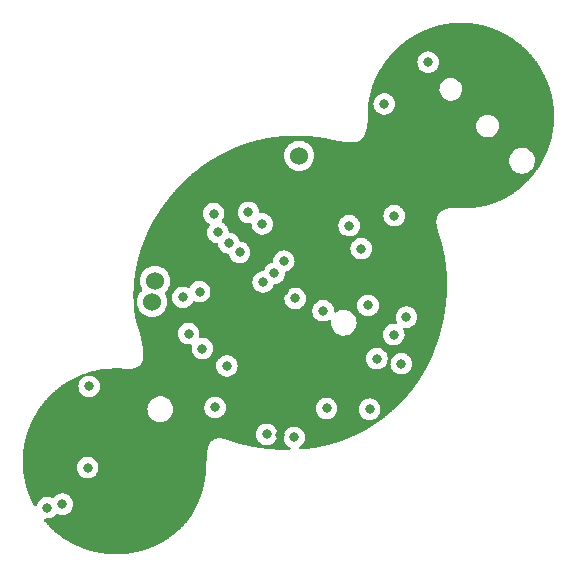
<source format=gbr>
%TF.GenerationSoftware,KiCad,Pcbnew,6.0.1-79c1e3a40b~116~ubuntu20.04.1*%
%TF.CreationDate,2022-02-07T17:34:26-08:00*%
%TF.ProjectId,MirageR1,4d697261-6765-4523-912e-6b696361645f,rev?*%
%TF.SameCoordinates,Original*%
%TF.FileFunction,Copper,L3,Inr*%
%TF.FilePolarity,Positive*%
%FSLAX46Y46*%
G04 Gerber Fmt 4.6, Leading zero omitted, Abs format (unit mm)*
G04 Created by KiCad (PCBNEW 6.0.1-79c1e3a40b~116~ubuntu20.04.1) date 2022-02-07 17:34:26*
%MOMM*%
%LPD*%
G01*
G04 APERTURE LIST*
%TA.AperFunction,ViaPad*%
%ADD10C,0.800000*%
%TD*%
%TA.AperFunction,ViaPad*%
%ADD11C,1.524000*%
%TD*%
G04 APERTURE END LIST*
D10*
%TO.N,GND*%
X136400000Y-118000000D03*
X133200000Y-114600000D03*
X134600000Y-113200000D03*
X136400000Y-111400000D03*
X138000000Y-109800000D03*
X139466495Y-106564194D03*
D11*
%TO.N,EN*%
X136728913Y-96712913D03*
D10*
%TO.N,Net-(D5-Pad1)*%
X159853351Y-78186887D03*
%TO.N,IO13*%
X146835751Y-96058922D03*
%TO.N,Net-(D3-Pad1)*%
X156131246Y-81724930D03*
%TO.N,IO15*%
X147631768Y-95031963D03*
%TO.N,Net-(D6-Pad1)*%
X141691395Y-91007715D03*
%TO.N,IO12*%
X145874302Y-96792648D03*
%TO.N,Net-(D4-Pad1)*%
X127614443Y-115910688D03*
%TO.N,IO14*%
X140505101Y-97617139D03*
%TO.N,Net-(D2-Pad1)*%
X131148034Y-105631668D03*
%TO.N,IO27*%
X139079990Y-98093321D03*
%TO.N,GND*%
X139640354Y-99884273D03*
D11*
X162658678Y-89225950D03*
D10*
X157635508Y-78236097D03*
X157241683Y-84304256D03*
X150138871Y-96287002D03*
X127636496Y-114559036D03*
X128840019Y-107733487D03*
%TO.N,+3V3*%
X128878035Y-115610185D03*
X131022219Y-112511170D03*
%TO.N,GND*%
X136601900Y-105972347D03*
%TO.N,+3V3*%
X139564746Y-101175904D03*
%TO.N,EN*%
X140728881Y-102447967D03*
X155509197Y-103287123D03*
%TO.N,IO0*%
X150953587Y-99231453D03*
X157575668Y-103723541D03*
%TO.N,RTS*%
X154898403Y-107573639D03*
X158016073Y-99774975D03*
%TO.N,DTR*%
X154762617Y-98778048D03*
X156938279Y-101262313D03*
%TO.N,+3V3*%
X148594956Y-98196342D03*
%TO.N,GND*%
X147655719Y-97589060D03*
%TO.N,+3V3*%
X142812337Y-103897713D03*
%TO.N,GND*%
X139855816Y-104699914D03*
X140833475Y-105477598D03*
%TO.N,+3V3*%
X141811255Y-107411426D03*
%TO.N,GND*%
X142382109Y-108997264D03*
X143392788Y-109000000D03*
%TO.N,+3V3*%
X151248245Y-107512150D03*
X148508148Y-109953708D03*
X146177999Y-109700036D03*
%TO.N,GND*%
X147347179Y-109784369D03*
X151976854Y-105727006D03*
X156324034Y-97018394D03*
X157981240Y-95500060D03*
X156333292Y-95527835D03*
X158000000Y-97000000D03*
X149000000Y-102000000D03*
X149000000Y-103881612D03*
X145805700Y-103435253D03*
X149000000Y-106000000D03*
X146000000Y-106000000D03*
X153456477Y-97807122D03*
X139794263Y-95450048D03*
X138833718Y-93444512D03*
%TO.N,+3V3*%
X142047994Y-92608169D03*
X145807536Y-91888256D03*
X144639678Y-90912375D03*
X143887770Y-94303963D03*
X142991879Y-93520058D03*
%TO.N,GND*%
X142880763Y-87832004D03*
X143509197Y-89674179D03*
X151167160Y-87749258D03*
X158750000Y-91186000D03*
X152789074Y-93206916D03*
X155199854Y-90586595D03*
%TO.N,+3V3*%
X154178000Y-93980000D03*
D11*
%TO.N,+5V*%
X148926078Y-86106000D03*
D10*
%TO.N,GND*%
X163576000Y-82804000D03*
%TO.N,+3V3*%
X153162000Y-92031595D03*
%TO.N,GND*%
X152475294Y-94243068D03*
%TO.N,+3V3*%
X156972000Y-91186000D03*
%TO.N,GND*%
X160274000Y-86106000D03*
D11*
%TO.N,IO0*%
X136474913Y-98490913D03*
%TD*%
%TA.AperFunction,Conductor*%
%TO.N,GND*%
G36*
X162624595Y-74845951D02*
G01*
X162672386Y-74845998D01*
X162673787Y-74846008D01*
X162766614Y-74847193D01*
X162767966Y-74847219D01*
X162839021Y-74848971D01*
X162861200Y-74849518D01*
X162862709Y-74849565D01*
X162955477Y-74852966D01*
X162956958Y-74853029D01*
X163049511Y-74857513D01*
X163051004Y-74857594D01*
X163070998Y-74858801D01*
X163143478Y-74863175D01*
X163144810Y-74863263D01*
X163236959Y-74869929D01*
X163238318Y-74870036D01*
X163329914Y-74877743D01*
X163331338Y-74877870D01*
X163423752Y-74886732D01*
X163425205Y-74886881D01*
X163517428Y-74896851D01*
X163518821Y-74897010D01*
X163582530Y-74904653D01*
X163610631Y-74908024D01*
X163612121Y-74908212D01*
X163703159Y-74920236D01*
X163704619Y-74920437D01*
X163765269Y-74929170D01*
X163796438Y-74933658D01*
X163797855Y-74933871D01*
X163889215Y-74948153D01*
X163890676Y-74948390D01*
X163940180Y-74956726D01*
X163981529Y-74963689D01*
X163982837Y-74963917D01*
X164060620Y-74977951D01*
X164074182Y-74980398D01*
X164075664Y-74980675D01*
X164094237Y-74984257D01*
X164166480Y-74998191D01*
X164167962Y-74998486D01*
X164219496Y-75009068D01*
X164257968Y-75016969D01*
X164259293Y-75017249D01*
X164341334Y-75035103D01*
X164349578Y-75036897D01*
X164351027Y-75037221D01*
X164390744Y-75046356D01*
X164441157Y-75057952D01*
X164442461Y-75058260D01*
X164519319Y-75076911D01*
X164532662Y-75080149D01*
X164534103Y-75080508D01*
X164623853Y-75103412D01*
X164625324Y-75103797D01*
X164714661Y-75127747D01*
X164715975Y-75128107D01*
X164805258Y-75153168D01*
X164806405Y-75153498D01*
X164894760Y-75179458D01*
X164896134Y-75179871D01*
X164973658Y-75203639D01*
X164984470Y-75206954D01*
X164985869Y-75207392D01*
X165046949Y-75226927D01*
X165073398Y-75235387D01*
X165074834Y-75235856D01*
X165162600Y-75265092D01*
X165163981Y-75265562D01*
X165250901Y-75295656D01*
X165252247Y-75296130D01*
X165330284Y-75324207D01*
X165339245Y-75327431D01*
X165340594Y-75327925D01*
X165426906Y-75360108D01*
X165428308Y-75360642D01*
X165514390Y-75393947D01*
X165515720Y-75394470D01*
X165591619Y-75424871D01*
X165601670Y-75428897D01*
X165603072Y-75429468D01*
X165688484Y-75464900D01*
X165689743Y-75465432D01*
X165774714Y-75501852D01*
X165776141Y-75502474D01*
X165860343Y-75539802D01*
X165861682Y-75540405D01*
X165946272Y-75579091D01*
X165947669Y-75579740D01*
X166031047Y-75619111D01*
X166032354Y-75619737D01*
X166115630Y-75660238D01*
X166117072Y-75660951D01*
X166199787Y-75702493D01*
X166201059Y-75703140D01*
X166274559Y-75741104D01*
X166283430Y-75745686D01*
X166284795Y-75746402D01*
X166320853Y-75765602D01*
X166366019Y-75789652D01*
X166367340Y-75790366D01*
X166448070Y-75834596D01*
X166449306Y-75835282D01*
X166530163Y-75880814D01*
X166531371Y-75881505D01*
X166541523Y-75887385D01*
X166611552Y-75927951D01*
X166612869Y-75928724D01*
X166652866Y-75952545D01*
X166679335Y-75968309D01*
X166692275Y-75976016D01*
X166693539Y-75976779D01*
X166772958Y-76025356D01*
X166774176Y-76026111D01*
X166852319Y-76075189D01*
X166853596Y-76076002D01*
X166930967Y-76125901D01*
X166932257Y-76126745D01*
X167009235Y-76177770D01*
X167010326Y-76178502D01*
X167086433Y-76230196D01*
X167087613Y-76231008D01*
X167163611Y-76284001D01*
X167164733Y-76284794D01*
X167233328Y-76333813D01*
X167239997Y-76338579D01*
X167241172Y-76339430D01*
X167315325Y-76393834D01*
X167316398Y-76394631D01*
X167390454Y-76450275D01*
X167391680Y-76451208D01*
X167464950Y-76507677D01*
X167466082Y-76508560D01*
X167479903Y-76519470D01*
X167538392Y-76565641D01*
X167539515Y-76566538D01*
X167611447Y-76624664D01*
X167612596Y-76625605D01*
X167622264Y-76633621D01*
X167683568Y-76684450D01*
X167684694Y-76685395D01*
X167754963Y-76745054D01*
X167756017Y-76745959D01*
X167825724Y-76806476D01*
X167826935Y-76807541D01*
X167895745Y-76868841D01*
X167896699Y-76869699D01*
X167965513Y-76932347D01*
X167966484Y-76933243D01*
X168034126Y-76996386D01*
X168035086Y-76997292D01*
X168102509Y-77061664D01*
X168103629Y-77062747D01*
X168123257Y-77081956D01*
X168166321Y-77124101D01*
X168170042Y-77127743D01*
X168170910Y-77128602D01*
X168236645Y-77194364D01*
X168237642Y-77195373D01*
X168302133Y-77261456D01*
X168303169Y-77262531D01*
X168367221Y-77329739D01*
X168368187Y-77330764D01*
X168403314Y-77368490D01*
X168431382Y-77398635D01*
X168432363Y-77399702D01*
X168494075Y-77467529D01*
X168495032Y-77468592D01*
X168556282Y-77537466D01*
X168557322Y-77538651D01*
X168617917Y-77608530D01*
X168618791Y-77609549D01*
X168653245Y-77650233D01*
X168678296Y-77679814D01*
X168679204Y-77680899D01*
X168703820Y-77710637D01*
X168725447Y-77736764D01*
X168738333Y-77752332D01*
X168739300Y-77753516D01*
X168793877Y-77821190D01*
X168797692Y-77825920D01*
X168798531Y-77826972D01*
X168819861Y-77854026D01*
X168855850Y-77899672D01*
X168856776Y-77900861D01*
X168912808Y-77973786D01*
X168913618Y-77974854D01*
X168969026Y-78048734D01*
X168969912Y-78049929D01*
X169019980Y-78118357D01*
X169024473Y-78124498D01*
X169025304Y-78125648D01*
X169044287Y-78152231D01*
X169079292Y-78201250D01*
X169080209Y-78202552D01*
X169086531Y-78211646D01*
X169130586Y-78275016D01*
X169132984Y-78278466D01*
X169133814Y-78279675D01*
X169185600Y-78356048D01*
X169186402Y-78357244D01*
X169237220Y-78434108D01*
X169238063Y-78435401D01*
X169288093Y-78513249D01*
X169288819Y-78514393D01*
X169337972Y-78592770D01*
X169338669Y-78593897D01*
X169374979Y-78653369D01*
X169386858Y-78672825D01*
X169387654Y-78674147D01*
X169427488Y-78741255D01*
X169434915Y-78753768D01*
X169435630Y-78754988D01*
X169481643Y-78834526D01*
X169482408Y-78835868D01*
X169514122Y-78892294D01*
X169527642Y-78916349D01*
X169528413Y-78917742D01*
X169572799Y-78999105D01*
X169573472Y-79000356D01*
X169616817Y-79081986D01*
X169617441Y-79083177D01*
X169659801Y-79165238D01*
X169660545Y-79166703D01*
X169701959Y-79249568D01*
X169702571Y-79250809D01*
X169703996Y-79253740D01*
X169742907Y-79333786D01*
X169743482Y-79334988D01*
X169782793Y-79418557D01*
X169783364Y-79419791D01*
X169821820Y-79504128D01*
X169822438Y-79505504D01*
X169860059Y-79590698D01*
X169860624Y-79591999D01*
X169897205Y-79677427D01*
X169897786Y-79678806D01*
X169933272Y-79764799D01*
X169933725Y-79765914D01*
X169968158Y-79851959D01*
X169968746Y-79853455D01*
X170001734Y-79939038D01*
X170002227Y-79940341D01*
X170034475Y-80027210D01*
X170034898Y-80028369D01*
X170066082Y-80115227D01*
X170066636Y-80116803D01*
X170096629Y-80203960D01*
X170097069Y-80205262D01*
X170126451Y-80293770D01*
X170126931Y-80295246D01*
X170154882Y-80383045D01*
X170155332Y-80384490D01*
X170182274Y-80472776D01*
X170182691Y-80474171D01*
X170208668Y-80562956D01*
X170209091Y-80564434D01*
X170230378Y-80640626D01*
X170234032Y-80653706D01*
X170234425Y-80655146D01*
X170258346Y-80744853D01*
X170258734Y-80746343D01*
X170281624Y-80836714D01*
X170281923Y-80837930D01*
X170300309Y-80914133D01*
X170303784Y-80928535D01*
X170304120Y-80929961D01*
X170312295Y-80965726D01*
X170324867Y-81020723D01*
X170325189Y-81022173D01*
X170344742Y-81112604D01*
X170345069Y-81114163D01*
X170361218Y-81193704D01*
X170363438Y-81204641D01*
X170363712Y-81206029D01*
X170379030Y-81286189D01*
X170381037Y-81296694D01*
X170381308Y-81298160D01*
X170397567Y-81389067D01*
X170397829Y-81390587D01*
X170405255Y-81435281D01*
X170413122Y-81482627D01*
X170413338Y-81483970D01*
X170427584Y-81575835D01*
X170427825Y-81577459D01*
X170440748Y-81668619D01*
X170440939Y-81670025D01*
X170452894Y-81761780D01*
X170453075Y-81763234D01*
X170463769Y-81853491D01*
X170463973Y-81855214D01*
X170464142Y-81856723D01*
X170471820Y-81929287D01*
X170473866Y-81948623D01*
X170474000Y-81949961D01*
X170477734Y-81989380D01*
X170482711Y-82041927D01*
X170482847Y-82043474D01*
X170490412Y-82135400D01*
X170490527Y-82136903D01*
X170493013Y-82172413D01*
X170497003Y-82229413D01*
X170497090Y-82230747D01*
X170498921Y-82261874D01*
X170502554Y-82323631D01*
X170502636Y-82325193D01*
X170506847Y-82416277D01*
X170506893Y-82417275D01*
X170506947Y-82418622D01*
X170509309Y-82486231D01*
X170510191Y-82511485D01*
X170510230Y-82512792D01*
X170512363Y-82605263D01*
X170512386Y-82606685D01*
X170513401Y-82699222D01*
X170513409Y-82700729D01*
X170513317Y-82793188D01*
X170513308Y-82794513D01*
X170512306Y-82878342D01*
X170512199Y-82887251D01*
X170512170Y-82888806D01*
X170510350Y-82962063D01*
X170509865Y-82981586D01*
X170509824Y-82982944D01*
X170506378Y-83076432D01*
X170506334Y-83077456D01*
X170504640Y-83112817D01*
X170501875Y-83170527D01*
X170501792Y-83172057D01*
X170496262Y-83264050D01*
X170496160Y-83265583D01*
X170489499Y-83357633D01*
X170489391Y-83359017D01*
X170485721Y-83402790D01*
X170481687Y-83450903D01*
X170481560Y-83452326D01*
X170474930Y-83521909D01*
X170474119Y-83530429D01*
X170472793Y-83544341D01*
X170472633Y-83545918D01*
X170470979Y-83561201D01*
X170462653Y-83638134D01*
X170462485Y-83639599D01*
X170451429Y-83731673D01*
X170451263Y-83732996D01*
X170450500Y-83738828D01*
X170439738Y-83821093D01*
X170439364Y-83823950D01*
X170439143Y-83825562D01*
X170429059Y-83895374D01*
X170425929Y-83917043D01*
X170425728Y-83918383D01*
X170419319Y-83959542D01*
X170411464Y-84009986D01*
X170411219Y-84011499D01*
X170395969Y-84102164D01*
X170395710Y-84103647D01*
X170379234Y-84194920D01*
X170378972Y-84196325D01*
X170365184Y-84268041D01*
X170361513Y-84287132D01*
X170361203Y-84288688D01*
X170342863Y-84377915D01*
X170342733Y-84378548D01*
X170342447Y-84379901D01*
X170322923Y-84469786D01*
X170322814Y-84470286D01*
X170322473Y-84471808D01*
X170301764Y-84561761D01*
X170301446Y-84563108D01*
X170297978Y-84577437D01*
X170279617Y-84653295D01*
X170279234Y-84654833D01*
X170256296Y-84744643D01*
X170255940Y-84746007D01*
X170232120Y-84835102D01*
X170231684Y-84836690D01*
X170206654Y-84925634D01*
X170206265Y-84926986D01*
X170182283Y-85008699D01*
X170180286Y-85015502D01*
X170179897Y-85016800D01*
X170152897Y-85105106D01*
X170152446Y-85106550D01*
X170132296Y-85169596D01*
X170124524Y-85193912D01*
X170124039Y-85195396D01*
X170094756Y-85283244D01*
X170094319Y-85284531D01*
X170064217Y-85371691D01*
X170063702Y-85373153D01*
X170032576Y-85459809D01*
X170032034Y-85461290D01*
X169999907Y-85547331D01*
X169999387Y-85548700D01*
X169966048Y-85634916D01*
X169965499Y-85636310D01*
X169931094Y-85722231D01*
X169930558Y-85723548D01*
X169897116Y-85804318D01*
X169895200Y-85808945D01*
X169894581Y-85810414D01*
X169858683Y-85894054D01*
X169858204Y-85895169D01*
X169857673Y-85896386D01*
X169836919Y-85943289D01*
X169820304Y-85980837D01*
X169819645Y-85982302D01*
X169792433Y-86041740D01*
X169780979Y-86066757D01*
X169780398Y-86068007D01*
X169743390Y-86146544D01*
X169740955Y-86151711D01*
X169740298Y-86153083D01*
X169730736Y-86172730D01*
X169699915Y-86236060D01*
X169699242Y-86237422D01*
X169657593Y-86320442D01*
X169656958Y-86321690D01*
X169614556Y-86403817D01*
X169613875Y-86405116D01*
X169570535Y-86486529D01*
X169569830Y-86487834D01*
X169525678Y-86568470D01*
X169524929Y-86569818D01*
X169479393Y-86650617D01*
X169478697Y-86651836D01*
X169432374Y-86731932D01*
X169431535Y-86733361D01*
X169384189Y-86812797D01*
X169383515Y-86813915D01*
X169335041Y-86893287D01*
X169334254Y-86894555D01*
X169302201Y-86945503D01*
X169285166Y-86972579D01*
X169284485Y-86973649D01*
X169234362Y-87051380D01*
X169233521Y-87052667D01*
X169182579Y-87129588D01*
X169181840Y-87130690D01*
X169165338Y-87154985D01*
X169130074Y-87206903D01*
X169129252Y-87208099D01*
X169076532Y-87283809D01*
X169075676Y-87285020D01*
X169037575Y-87338245D01*
X169021830Y-87360240D01*
X169021060Y-87361304D01*
X168967931Y-87433859D01*
X168966639Y-87435623D01*
X168965706Y-87436879D01*
X168925609Y-87490188D01*
X168910209Y-87510661D01*
X168909338Y-87511806D01*
X168852912Y-87585065D01*
X168851959Y-87586286D01*
X168832604Y-87610786D01*
X168804970Y-87645767D01*
X168794879Y-87658540D01*
X168794003Y-87659636D01*
X168735739Y-87731723D01*
X168734836Y-87732828D01*
X168679161Y-87800128D01*
X168675993Y-87803957D01*
X168674954Y-87805197D01*
X168619573Y-87870398D01*
X168615595Y-87875081D01*
X168614784Y-87876026D01*
X168554266Y-87945705D01*
X168553206Y-87946909D01*
X168491818Y-88015797D01*
X168490902Y-88016814D01*
X168428372Y-88085467D01*
X168427467Y-88086449D01*
X168417217Y-88097435D01*
X168364299Y-88154149D01*
X168363254Y-88155256D01*
X168298776Y-88222707D01*
X168297875Y-88223639D01*
X168233065Y-88290021D01*
X168231973Y-88291124D01*
X168166460Y-88356454D01*
X168165632Y-88357270D01*
X168099085Y-88422228D01*
X168098301Y-88422985D01*
X168063897Y-88455865D01*
X168030993Y-88487311D01*
X168030036Y-88488217D01*
X167968234Y-88546018D01*
X167962308Y-88551560D01*
X167961319Y-88552474D01*
X167910318Y-88599122D01*
X167892633Y-88615298D01*
X167891761Y-88616087D01*
X167822594Y-88678002D01*
X167821572Y-88678905D01*
X167801567Y-88696380D01*
X167751860Y-88739799D01*
X167750855Y-88740668D01*
X167680279Y-88801016D01*
X167679150Y-88801969D01*
X167609819Y-88859851D01*
X167608185Y-88861215D01*
X167606989Y-88862201D01*
X167535130Y-88920708D01*
X167534070Y-88921562D01*
X167462066Y-88978905D01*
X167460884Y-88979835D01*
X167388315Y-89036226D01*
X167387150Y-89037120D01*
X167314120Y-89092516D01*
X167312883Y-89093443D01*
X167238980Y-89148086D01*
X167237698Y-89149021D01*
X167162510Y-89203163D01*
X167161451Y-89203918D01*
X167085762Y-89257243D01*
X167084357Y-89258218D01*
X167008482Y-89310147D01*
X167007181Y-89311026D01*
X166931045Y-89361753D01*
X166929716Y-89362626D01*
X166853296Y-89412161D01*
X166852087Y-89412935D01*
X166773833Y-89462355D01*
X166772766Y-89463020D01*
X166694632Y-89511059D01*
X166693345Y-89511839D01*
X166614618Y-89558798D01*
X166613490Y-89559461D01*
X166533845Y-89605645D01*
X166532532Y-89606394D01*
X166455439Y-89649776D01*
X166452613Y-89651366D01*
X166451392Y-89652044D01*
X166371114Y-89695916D01*
X166369784Y-89696631D01*
X166288808Y-89739550D01*
X166287309Y-89740332D01*
X166206098Y-89781990D01*
X166204604Y-89782744D01*
X166122270Y-89823588D01*
X166121041Y-89824188D01*
X166082851Y-89842562D01*
X166038354Y-89863970D01*
X166036822Y-89864694D01*
X166019673Y-89872659D01*
X165954147Y-89903092D01*
X165952800Y-89903708D01*
X165870011Y-89940982D01*
X165868315Y-89941731D01*
X165784829Y-89977851D01*
X165783420Y-89978450D01*
X165698920Y-90013796D01*
X165697465Y-90014394D01*
X165612930Y-90048502D01*
X165611389Y-90049111D01*
X165526708Y-90081919D01*
X165525269Y-90082467D01*
X165439425Y-90114509D01*
X165438027Y-90115020D01*
X165351915Y-90145833D01*
X165350480Y-90146335D01*
X165294105Y-90165662D01*
X165263529Y-90176144D01*
X165262011Y-90176654D01*
X165174805Y-90205294D01*
X165173389Y-90205750D01*
X165085783Y-90233270D01*
X165084171Y-90233763D01*
X164996910Y-90259859D01*
X164995374Y-90260308D01*
X164907377Y-90285411D01*
X164905871Y-90285831D01*
X164817360Y-90309887D01*
X164815971Y-90310255D01*
X164726842Y-90333179D01*
X164725284Y-90333568D01*
X164635952Y-90355281D01*
X164634628Y-90355595D01*
X164545850Y-90376018D01*
X164544330Y-90376357D01*
X164455434Y-90395591D01*
X164454009Y-90395891D01*
X164365272Y-90413968D01*
X164363583Y-90414300D01*
X164273869Y-90431287D01*
X164272413Y-90431554D01*
X164253621Y-90434884D01*
X164181908Y-90447591D01*
X164180417Y-90447845D01*
X164147922Y-90453168D01*
X164089334Y-90462764D01*
X164087789Y-90463007D01*
X163996729Y-90476763D01*
X163995058Y-90477004D01*
X163903761Y-90489547D01*
X163902360Y-90489731D01*
X163811139Y-90501179D01*
X163809673Y-90501354D01*
X163793150Y-90503220D01*
X163719118Y-90511579D01*
X163717570Y-90511744D01*
X163626560Y-90520883D01*
X163625082Y-90521023D01*
X163533480Y-90529132D01*
X163531877Y-90529264D01*
X163440274Y-90536196D01*
X163438871Y-90536294D01*
X163347009Y-90542215D01*
X163345460Y-90542305D01*
X163253658Y-90547088D01*
X163252048Y-90547162D01*
X163159967Y-90550779D01*
X163158704Y-90550822D01*
X163117870Y-90552016D01*
X163066834Y-90553508D01*
X163065250Y-90553544D01*
X162972913Y-90555027D01*
X162971724Y-90555041D01*
X162922755Y-90555335D01*
X162879061Y-90555597D01*
X162877425Y-90555596D01*
X162837989Y-90555321D01*
X162784617Y-90554947D01*
X162783381Y-90554932D01*
X162691212Y-90553352D01*
X162689716Y-90553318D01*
X162596744Y-90550619D01*
X162595460Y-90550575D01*
X162502998Y-90546947D01*
X162501514Y-90546880D01*
X162432127Y-90543338D01*
X162421745Y-90542376D01*
X162413403Y-90541253D01*
X162413397Y-90541253D01*
X162408570Y-90540603D01*
X162402541Y-90540728D01*
X162391733Y-90540951D01*
X162382709Y-90540814D01*
X162373474Y-90540343D01*
X162373471Y-90540343D01*
X162368984Y-90540114D01*
X162364514Y-90540523D01*
X162364513Y-90540523D01*
X162354927Y-90541400D01*
X162346054Y-90541897D01*
X162279280Y-90543279D01*
X162278490Y-90543293D01*
X162229752Y-90543996D01*
X162187187Y-90544610D01*
X162185766Y-90544621D01*
X162137786Y-90544722D01*
X162132854Y-90544732D01*
X162131624Y-90544691D01*
X162130310Y-90544498D01*
X162126739Y-90544528D01*
X162126737Y-90544528D01*
X162110568Y-90544664D01*
X162092770Y-90544814D01*
X162092036Y-90544818D01*
X162057473Y-90544890D01*
X162056154Y-90545082D01*
X162054903Y-90545133D01*
X162034162Y-90545307D01*
X162030113Y-90545219D01*
X162026653Y-90544770D01*
X161992471Y-90545640D01*
X161990403Y-90545675D01*
X161972751Y-90545824D01*
X161963748Y-90545900D01*
X161963746Y-90545900D01*
X161959260Y-90545938D01*
X161955815Y-90546461D01*
X161951660Y-90546679D01*
X161931780Y-90547185D01*
X161925401Y-90547186D01*
X161923732Y-90547144D01*
X161918875Y-90546644D01*
X161914005Y-90546897D01*
X161914002Y-90546897D01*
X161887727Y-90548262D01*
X161884398Y-90548391D01*
X161871386Y-90548723D01*
X161856323Y-90549106D01*
X161851891Y-90549856D01*
X161848702Y-90550165D01*
X161843092Y-90550582D01*
X161839484Y-90550769D01*
X161823674Y-90551590D01*
X161817140Y-90551536D01*
X161817141Y-90551684D01*
X161812276Y-90551724D01*
X161807416Y-90551389D01*
X161802568Y-90551805D01*
X161802564Y-90551805D01*
X161793151Y-90552613D01*
X161778583Y-90553863D01*
X161774389Y-90554151D01*
X161748624Y-90555490D01*
X161744226Y-90556355D01*
X161739782Y-90556904D01*
X161739774Y-90556836D01*
X161733303Y-90557747D01*
X161708690Y-90559860D01*
X161695910Y-90560252D01*
X161695156Y-90560292D01*
X161690300Y-90560174D01*
X161685481Y-90560805D01*
X161685480Y-90560805D01*
X161665079Y-90563476D01*
X161659496Y-90564081D01*
X161641700Y-90565608D01*
X161641696Y-90565609D01*
X161637240Y-90565991D01*
X161632017Y-90567202D01*
X161619932Y-90569388D01*
X161587208Y-90573673D01*
X161575067Y-90574669D01*
X161571150Y-90574800D01*
X161571148Y-90574800D01*
X161566287Y-90574963D01*
X161561510Y-90575871D01*
X161561505Y-90575872D01*
X161545370Y-90578940D01*
X161538196Y-90580091D01*
X161520190Y-90582449D01*
X161510967Y-90585026D01*
X161500611Y-90587452D01*
X161458898Y-90595385D01*
X161449069Y-90596856D01*
X161439440Y-90597910D01*
X161439438Y-90597910D01*
X161434610Y-90598439D01*
X161419540Y-90602504D01*
X161410268Y-90604633D01*
X161397972Y-90606972D01*
X161390646Y-90609483D01*
X161383427Y-90611957D01*
X161375394Y-90614414D01*
X161322131Y-90628783D01*
X161315196Y-90630445D01*
X161293834Y-90634928D01*
X161286066Y-90637864D01*
X161285849Y-90637946D01*
X161274119Y-90641735D01*
X161273209Y-90641980D01*
X161273203Y-90641982D01*
X161268881Y-90643148D01*
X161247976Y-90652129D01*
X161242821Y-90654209D01*
X161176517Y-90679269D01*
X161173822Y-90680250D01*
X161142418Y-90691273D01*
X161138123Y-90693575D01*
X161137658Y-90693780D01*
X161136196Y-90694509D01*
X161133792Y-90695417D01*
X161102477Y-90712672D01*
X161101303Y-90713310D01*
X161086972Y-90720991D01*
X161083268Y-90722690D01*
X161079415Y-90723575D01*
X161019007Y-90757395D01*
X161017083Y-90758449D01*
X160991985Y-90771901D01*
X160989143Y-90773991D01*
X160986322Y-90775670D01*
X160986099Y-90775818D01*
X160981858Y-90778193D01*
X160959350Y-90795836D01*
X160956330Y-90798130D01*
X160916844Y-90827178D01*
X160912507Y-90829830D01*
X160912574Y-90829926D01*
X160905196Y-90835042D01*
X160897170Y-90839059D01*
X160862940Y-90870853D01*
X160854938Y-90877685D01*
X160847502Y-90883514D01*
X160835514Y-90896034D01*
X160830255Y-90901213D01*
X160815250Y-90915150D01*
X160810717Y-90920897D01*
X160809838Y-90922012D01*
X160801913Y-90931125D01*
X160793478Y-90939934D01*
X160772349Y-90962000D01*
X160768210Y-90969966D01*
X160762982Y-90977266D01*
X160762279Y-90976763D01*
X160754393Y-90988218D01*
X160747568Y-90993984D01*
X160742611Y-91001471D01*
X160721667Y-91033105D01*
X160715551Y-91041560D01*
X160709552Y-91049166D01*
X160707304Y-91053042D01*
X160707300Y-91053048D01*
X160700962Y-91063976D01*
X160697030Y-91070316D01*
X160691088Y-91079292D01*
X160685846Y-91087209D01*
X160683816Y-91091630D01*
X160683815Y-91091633D01*
X160682115Y-91095336D01*
X160676600Y-91105982D01*
X160659538Y-91135400D01*
X160659535Y-91135406D01*
X160655035Y-91143166D01*
X160652894Y-91151876D01*
X160650873Y-91156887D01*
X160647466Y-91167113D01*
X160626784Y-91215724D01*
X160626639Y-91216065D01*
X160625232Y-91219248D01*
X160614316Y-91243028D01*
X160613040Y-91247334D01*
X160611767Y-91250724D01*
X160610527Y-91253821D01*
X160610340Y-91254375D01*
X160608435Y-91258853D01*
X160607242Y-91263569D01*
X160602108Y-91283865D01*
X160600772Y-91288732D01*
X160583440Y-91347215D01*
X160583410Y-91355503D01*
X160581275Y-91366211D01*
X160577475Y-91381230D01*
X160576837Y-91383649D01*
X160568925Y-91412497D01*
X160568923Y-91412506D01*
X160567637Y-91417196D01*
X160567087Y-91422032D01*
X160566953Y-91422726D01*
X160566920Y-91422951D01*
X160566482Y-91424684D01*
X160566009Y-91429152D01*
X160562399Y-91463230D01*
X160562293Y-91464194D01*
X160554519Y-91532559D01*
X160553548Y-91539415D01*
X160551318Y-91552551D01*
X160549804Y-91561467D01*
X160549737Y-91566329D01*
X160549737Y-91566332D01*
X160549694Y-91569475D01*
X160548901Y-91581968D01*
X160548344Y-91586862D01*
X160548474Y-91591337D01*
X160548474Y-91591338D01*
X160549021Y-91610162D01*
X160549062Y-91615552D01*
X160548307Y-91670510D01*
X160547790Y-91680309D01*
X160546878Y-91690238D01*
X160546431Y-91695101D01*
X160546737Y-91699964D01*
X160547391Y-91710359D01*
X160547628Y-91719997D01*
X160547460Y-91732214D01*
X160548034Y-91736658D01*
X160548035Y-91736670D01*
X160549470Y-91747768D01*
X160550261Y-91755996D01*
X160552982Y-91799268D01*
X160553161Y-91811313D01*
X160552861Y-91820400D01*
X160555311Y-91840460D01*
X160555402Y-91841206D01*
X160556083Y-91848572D01*
X160557204Y-91866404D01*
X160558117Y-91870794D01*
X160559217Y-91876083D01*
X160560928Y-91886468D01*
X160565030Y-91920063D01*
X160565949Y-91933719D01*
X160566012Y-91938644D01*
X160566820Y-91943431D01*
X160566821Y-91943442D01*
X160570185Y-91963368D01*
X160571013Y-91969064D01*
X160573679Y-91990894D01*
X160575168Y-91996409D01*
X160577763Y-92008258D01*
X160582117Y-92034052D01*
X160582882Y-92041096D01*
X160582962Y-92041086D01*
X160583576Y-92045906D01*
X160583816Y-92050772D01*
X160589482Y-92078184D01*
X160590331Y-92082708D01*
X160594471Y-92107237D01*
X160595836Y-92111505D01*
X160596894Y-92115860D01*
X160596885Y-92115862D01*
X160598687Y-92122729D01*
X160602992Y-92143558D01*
X160603593Y-92149432D01*
X160604050Y-92149360D01*
X160604811Y-92154164D01*
X160605199Y-92159021D01*
X160612157Y-92188183D01*
X160612963Y-92191802D01*
X160618409Y-92218152D01*
X160619929Y-92222368D01*
X160621146Y-92226683D01*
X160621013Y-92226721D01*
X160622703Y-92232380D01*
X160627408Y-92252096D01*
X160628707Y-92258272D01*
X160629192Y-92262957D01*
X160635540Y-92287054D01*
X160637389Y-92294072D01*
X160638104Y-92296921D01*
X160644851Y-92325198D01*
X160646502Y-92329373D01*
X160646737Y-92330119D01*
X160648406Y-92335890D01*
X160648625Y-92336719D01*
X160653466Y-92355097D01*
X160654624Y-92360065D01*
X160655127Y-92364126D01*
X160656459Y-92368798D01*
X160656460Y-92368803D01*
X160664244Y-92396104D01*
X160664912Y-92398541D01*
X160672567Y-92427601D01*
X160674151Y-92431350D01*
X160675726Y-92436382D01*
X160681241Y-92455726D01*
X160682238Y-92459668D01*
X160682727Y-92463134D01*
X160684143Y-92467797D01*
X160684143Y-92467798D01*
X160692650Y-92495816D01*
X160693251Y-92497856D01*
X160701778Y-92527766D01*
X160703199Y-92530949D01*
X160704523Y-92534917D01*
X160710636Y-92555051D01*
X160711336Y-92557656D01*
X160711727Y-92560199D01*
X160713199Y-92564838D01*
X160713200Y-92564844D01*
X160722486Y-92594117D01*
X160722943Y-92595588D01*
X160732423Y-92626808D01*
X160733512Y-92629137D01*
X160734427Y-92631753D01*
X160740938Y-92652280D01*
X160741606Y-92654654D01*
X160741999Y-92657025D01*
X160752261Y-92688122D01*
X160753252Y-92691124D01*
X160753649Y-92692349D01*
X160763624Y-92723793D01*
X160764667Y-92725954D01*
X160765528Y-92728324D01*
X160771896Y-92747622D01*
X160772222Y-92748743D01*
X160772436Y-92749987D01*
X160784534Y-92785923D01*
X160784731Y-92786516D01*
X160795533Y-92819248D01*
X160796094Y-92820379D01*
X160796493Y-92821446D01*
X160803038Y-92840884D01*
X160803364Y-92841980D01*
X160803583Y-92843213D01*
X160815946Y-92879229D01*
X160827102Y-92912366D01*
X160827663Y-92913479D01*
X160828077Y-92914567D01*
X160834776Y-92934086D01*
X160834897Y-92934486D01*
X160834985Y-92934973D01*
X160847698Y-92971728D01*
X160859376Y-93005747D01*
X160859600Y-93006184D01*
X160859761Y-93006602D01*
X160876711Y-93055608D01*
X160877637Y-93058387D01*
X160902253Y-93135300D01*
X160903317Y-93138626D01*
X160903996Y-93140815D01*
X160930161Y-93228001D01*
X160930474Y-93229063D01*
X160951408Y-93301134D01*
X160956919Y-93320109D01*
X160957209Y-93321121D01*
X160959743Y-93330130D01*
X160983066Y-93413045D01*
X160983307Y-93413914D01*
X161004914Y-93492892D01*
X161008341Y-93505420D01*
X161008621Y-93506464D01*
X161032771Y-93598042D01*
X161032998Y-93598916D01*
X161045150Y-93646492D01*
X161056650Y-93691519D01*
X161056866Y-93692377D01*
X161079865Y-93785135D01*
X161080134Y-93786240D01*
X161102044Y-93878150D01*
X161102245Y-93879007D01*
X161123689Y-93971831D01*
X161123898Y-93972753D01*
X161132842Y-94012940D01*
X161144486Y-94065257D01*
X161144698Y-94066228D01*
X161164499Y-94158666D01*
X161164674Y-94159499D01*
X161170892Y-94189691D01*
X161183812Y-94252432D01*
X161183988Y-94253300D01*
X161201957Y-94343793D01*
X161202483Y-94346443D01*
X161202636Y-94347227D01*
X161218177Y-94428566D01*
X161220579Y-94441138D01*
X161220707Y-94441820D01*
X161236493Y-94528030D01*
X161237879Y-94535599D01*
X161238054Y-94536580D01*
X161254509Y-94630646D01*
X161254666Y-94631562D01*
X161267586Y-94708766D01*
X161270382Y-94725477D01*
X161270533Y-94726400D01*
X161273378Y-94744249D01*
X161285519Y-94820422D01*
X161285632Y-94821139D01*
X161293250Y-94870910D01*
X161299992Y-94914960D01*
X161300119Y-94915812D01*
X161313565Y-95008424D01*
X161313716Y-95009464D01*
X161313844Y-95010376D01*
X161325826Y-95097766D01*
X161326843Y-95105187D01*
X161326941Y-95105915D01*
X161337933Y-95190128D01*
X161339370Y-95201139D01*
X161339456Y-95201815D01*
X161351183Y-95297359D01*
X161351246Y-95297886D01*
X161362225Y-95392310D01*
X161362335Y-95393292D01*
X161372651Y-95488524D01*
X161372737Y-95489344D01*
X161382372Y-95584071D01*
X161382462Y-95584983D01*
X161391428Y-95679990D01*
X161391516Y-95680966D01*
X161399735Y-95775950D01*
X161399800Y-95776733D01*
X161407520Y-95872937D01*
X161414642Y-95969188D01*
X161414690Y-95969875D01*
X161419358Y-96039744D01*
X161421076Y-96065468D01*
X161421139Y-96066469D01*
X161426783Y-96162431D01*
X161426824Y-96163173D01*
X161431918Y-96259468D01*
X161431945Y-96260032D01*
X161433456Y-96292774D01*
X161436348Y-96355459D01*
X161436387Y-96356373D01*
X161437306Y-96380030D01*
X161440015Y-96449744D01*
X161440121Y-96452481D01*
X161440148Y-96453223D01*
X161443305Y-96549014D01*
X161443334Y-96550024D01*
X161445533Y-96638408D01*
X161445726Y-96646180D01*
X161445739Y-96646790D01*
X161446256Y-96673988D01*
X161447567Y-96742962D01*
X161447579Y-96743718D01*
X161448826Y-96839656D01*
X161448835Y-96840540D01*
X161449365Y-96929088D01*
X161449410Y-96936671D01*
X161449412Y-96937409D01*
X161449383Y-96966050D01*
X161449315Y-97033358D01*
X161449311Y-97034243D01*
X161448545Y-97129520D01*
X161448536Y-97130283D01*
X161447191Y-97225676D01*
X161447178Y-97226436D01*
X161445261Y-97321648D01*
X161445240Y-97322532D01*
X161442741Y-97414455D01*
X161442659Y-97417466D01*
X161442636Y-97418238D01*
X161439462Y-97513473D01*
X161439436Y-97514205D01*
X161435693Y-97609810D01*
X161435651Y-97610767D01*
X161431160Y-97706802D01*
X161431123Y-97707551D01*
X161426023Y-97804268D01*
X161425979Y-97805055D01*
X161420313Y-97901072D01*
X161420263Y-97901878D01*
X161417546Y-97943401D01*
X161414873Y-97984245D01*
X161414037Y-97997013D01*
X161413987Y-97997735D01*
X161410584Y-98044758D01*
X161407073Y-98093272D01*
X161407021Y-98093974D01*
X161399535Y-98189958D01*
X161399459Y-98190886D01*
X161391312Y-98286255D01*
X161391245Y-98287007D01*
X161382491Y-98382717D01*
X161382424Y-98383429D01*
X161373106Y-98479300D01*
X161373021Y-98480149D01*
X161363144Y-98575086D01*
X161363060Y-98575864D01*
X161352626Y-98670448D01*
X161352530Y-98671295D01*
X161343156Y-98751303D01*
X161341388Y-98766390D01*
X161341310Y-98767036D01*
X161329867Y-98859897D01*
X161329574Y-98862277D01*
X161329488Y-98862957D01*
X161324590Y-98900842D01*
X161317129Y-98958551D01*
X161317051Y-98959140D01*
X161304180Y-99054235D01*
X161304123Y-99054647D01*
X161296047Y-99111293D01*
X161290554Y-99149819D01*
X161290443Y-99150577D01*
X161276348Y-99245311D01*
X161276227Y-99246107D01*
X161261542Y-99340651D01*
X161261418Y-99341431D01*
X161252719Y-99395209D01*
X161247471Y-99427659D01*
X161246078Y-99436268D01*
X161245993Y-99436783D01*
X161230232Y-99531066D01*
X161230090Y-99531899D01*
X161216701Y-99608732D01*
X161213627Y-99626369D01*
X161213488Y-99627155D01*
X161201428Y-99693858D01*
X161196287Y-99722289D01*
X161196166Y-99722945D01*
X161186901Y-99772276D01*
X161178362Y-99817739D01*
X161178258Y-99818286D01*
X161159866Y-99913248D01*
X161141820Y-100003475D01*
X161141099Y-100007082D01*
X161140949Y-100007822D01*
X161135448Y-100034378D01*
X161121417Y-100102112D01*
X161121270Y-100102810D01*
X161101246Y-100196795D01*
X161101050Y-100197698D01*
X161088667Y-100253797D01*
X161080309Y-100291660D01*
X161072672Y-100325492D01*
X161058993Y-100386088D01*
X161058789Y-100386977D01*
X161036978Y-100480442D01*
X161036810Y-100481152D01*
X161014293Y-100574894D01*
X160991208Y-100668875D01*
X160991021Y-100669628D01*
X160978142Y-100720461D01*
X160967474Y-100762569D01*
X160967283Y-100763314D01*
X160943265Y-100855739D01*
X160943063Y-100856506D01*
X160918384Y-100949077D01*
X160918200Y-100949756D01*
X160893313Y-101040695D01*
X160892915Y-101042151D01*
X160892803Y-101042556D01*
X160867704Y-101132172D01*
X160866749Y-101135582D01*
X160866546Y-101136298D01*
X160840162Y-101228399D01*
X160839923Y-101229222D01*
X160828257Y-101268878D01*
X160812767Y-101321534D01*
X160812568Y-101322202D01*
X160784985Y-101414084D01*
X160784788Y-101414733D01*
X160757833Y-101502362D01*
X160756494Y-101506715D01*
X160756249Y-101507502D01*
X160743671Y-101547460D01*
X160727442Y-101599013D01*
X160727209Y-101599742D01*
X160725083Y-101606351D01*
X160697777Y-101691200D01*
X160697520Y-101691991D01*
X160667508Y-101783182D01*
X160667294Y-101783825D01*
X160646694Y-101845301D01*
X160637517Y-101872690D01*
X160636715Y-101875082D01*
X160636497Y-101875727D01*
X160606524Y-101963141D01*
X160605588Y-101965872D01*
X160605316Y-101966657D01*
X160602513Y-101974659D01*
X160573735Y-102056806D01*
X160573487Y-102057508D01*
X160544535Y-102138436D01*
X160540994Y-102148335D01*
X160540734Y-102149053D01*
X160508023Y-102238770D01*
X160507716Y-102239603D01*
X160474092Y-102329842D01*
X160473828Y-102330545D01*
X160439811Y-102420202D01*
X160439499Y-102421015D01*
X160404866Y-102510427D01*
X160404593Y-102511125D01*
X160369361Y-102600502D01*
X160369058Y-102601264D01*
X160333553Y-102689643D01*
X160333194Y-102690528D01*
X160296595Y-102779671D01*
X160296340Y-102780286D01*
X160259659Y-102868303D01*
X160259285Y-102869192D01*
X160221957Y-102956865D01*
X160221664Y-102957548D01*
X160183353Y-103046074D01*
X160183154Y-103046530D01*
X160144361Y-103134320D01*
X160105116Y-103221757D01*
X160104754Y-103222557D01*
X160078502Y-103279960D01*
X160064575Y-103310412D01*
X160064364Y-103310871D01*
X160024077Y-103397584D01*
X160023849Y-103398071D01*
X159983448Y-103483329D01*
X159983001Y-103484273D01*
X159982651Y-103485003D01*
X159940911Y-103571642D01*
X159940528Y-103572431D01*
X159935570Y-103582538D01*
X159898354Y-103658403D01*
X159897955Y-103659209D01*
X159855143Y-103744928D01*
X159854815Y-103745580D01*
X159811464Y-103831135D01*
X159811027Y-103831989D01*
X159767297Y-103916686D01*
X159766900Y-103917449D01*
X159743995Y-103961078D01*
X159726290Y-103994804D01*
X159722444Y-104002129D01*
X159722095Y-104002787D01*
X159701162Y-104042064D01*
X159677438Y-104086577D01*
X159676975Y-104087439D01*
X159631069Y-104171983D01*
X159630742Y-104172582D01*
X159595132Y-104237120D01*
X159584336Y-104256686D01*
X159583908Y-104257454D01*
X159537156Y-104340804D01*
X159536747Y-104341528D01*
X159489613Y-104424274D01*
X159489098Y-104425170D01*
X159441155Y-104507755D01*
X159440810Y-104508346D01*
X159423271Y-104538164D01*
X159392340Y-104590753D01*
X159391820Y-104591629D01*
X159347735Y-104665192D01*
X159343007Y-104673081D01*
X159342675Y-104673630D01*
X159292778Y-104755577D01*
X159292447Y-104756117D01*
X159280833Y-104774912D01*
X159242225Y-104837394D01*
X159241819Y-104838045D01*
X159202012Y-104901422D01*
X159191251Y-104918554D01*
X159190714Y-104919401D01*
X159139460Y-104999576D01*
X159139003Y-105000286D01*
X159087159Y-105080199D01*
X159086640Y-105080992D01*
X159033791Y-105161127D01*
X159033307Y-105161856D01*
X158985071Y-105233864D01*
X158980013Y-105241414D01*
X158979565Y-105242078D01*
X158951319Y-105283613D01*
X158926252Y-105320474D01*
X158925676Y-105321313D01*
X158889997Y-105372878D01*
X158871998Y-105398890D01*
X158871430Y-105399704D01*
X158816373Y-105477949D01*
X158815973Y-105478514D01*
X158793965Y-105509364D01*
X158760555Y-105556196D01*
X158759990Y-105556982D01*
X158753321Y-105566173D01*
X158704136Y-105633958D01*
X158703588Y-105634708D01*
X158647198Y-105711230D01*
X158646709Y-105711889D01*
X158589830Y-105787919D01*
X158589303Y-105788616D01*
X158531377Y-105864740D01*
X158530821Y-105865465D01*
X158472601Y-105940836D01*
X158472046Y-105941550D01*
X158463447Y-105952519D01*
X158413331Y-106016441D01*
X158412845Y-106017056D01*
X158361504Y-106081378D01*
X158353954Y-106090837D01*
X158353383Y-106091546D01*
X158293363Y-106165519D01*
X158293036Y-106165920D01*
X158251542Y-106216404D01*
X158232361Y-106239741D01*
X158231599Y-106240658D01*
X158170789Y-106313232D01*
X158170307Y-106313805D01*
X158108684Y-106386397D01*
X158108064Y-106387120D01*
X158046249Y-106458636D01*
X158045828Y-106459120D01*
X157983905Y-106529740D01*
X157983459Y-106530249D01*
X157982811Y-106530982D01*
X157920007Y-106601424D01*
X157919670Y-106601802D01*
X157918980Y-106602569D01*
X157855601Y-106672494D01*
X157854935Y-106673224D01*
X157790879Y-106742792D01*
X157790192Y-106743532D01*
X157725213Y-106812977D01*
X157724684Y-106813538D01*
X157659336Y-106882315D01*
X157658802Y-106882872D01*
X157601599Y-106942058D01*
X157593272Y-106950674D01*
X157592630Y-106951333D01*
X157525775Y-107019330D01*
X157525355Y-107019753D01*
X157458176Y-107087028D01*
X157457615Y-107087585D01*
X157394613Y-107149698D01*
X157389861Y-107154383D01*
X157389428Y-107154807D01*
X157346743Y-107196360D01*
X157320607Y-107221802D01*
X157320024Y-107222366D01*
X157271077Y-107269404D01*
X157251197Y-107288508D01*
X157250600Y-107289077D01*
X157181695Y-107354432D01*
X157181344Y-107354764D01*
X157111570Y-107420117D01*
X157111081Y-107420572D01*
X157040535Y-107485741D01*
X157039914Y-107486311D01*
X156969813Y-107550204D01*
X156969190Y-107550768D01*
X156898820Y-107614053D01*
X156898207Y-107614601D01*
X156826354Y-107678376D01*
X156825884Y-107678790D01*
X156754065Y-107741714D01*
X156753490Y-107742215D01*
X156698250Y-107789899D01*
X156681491Y-107804366D01*
X156680972Y-107804812D01*
X156645949Y-107834674D01*
X156607908Y-107867109D01*
X156607217Y-107867694D01*
X156534140Y-107929100D01*
X156533496Y-107929637D01*
X156490443Y-107965328D01*
X156460240Y-107990366D01*
X156459751Y-107990769D01*
X156389422Y-108048253D01*
X156385908Y-108051125D01*
X156385203Y-108051697D01*
X156310972Y-108111483D01*
X156310310Y-108112012D01*
X156235471Y-108171463D01*
X156234907Y-108171909D01*
X156159250Y-108231168D01*
X156158902Y-108231439D01*
X156082879Y-108290066D01*
X156082443Y-108290400D01*
X156006071Y-108348587D01*
X156005251Y-108349207D01*
X155929195Y-108406178D01*
X155928718Y-108406533D01*
X155853752Y-108461935D01*
X155852330Y-108462986D01*
X155851690Y-108463455D01*
X155775506Y-108519018D01*
X155774639Y-108519645D01*
X155697333Y-108575027D01*
X155696675Y-108575495D01*
X155618821Y-108630518D01*
X155618228Y-108630934D01*
X155539250Y-108685893D01*
X155538738Y-108686246D01*
X155460585Y-108739905D01*
X155459743Y-108740479D01*
X155384076Y-108791536D01*
X155381257Y-108793438D01*
X155380694Y-108793815D01*
X155300965Y-108846745D01*
X155300405Y-108847114D01*
X155219828Y-108899873D01*
X155219057Y-108900374D01*
X155139187Y-108951841D01*
X155138384Y-108952354D01*
X155072853Y-108993872D01*
X155057877Y-109003360D01*
X155057157Y-109003813D01*
X155029327Y-109021170D01*
X154975430Y-109054785D01*
X154974738Y-109055213D01*
X154893360Y-109105240D01*
X154892441Y-109105800D01*
X154811281Y-109154743D01*
X154810521Y-109155198D01*
X154728037Y-109204152D01*
X154727325Y-109204571D01*
X154645302Y-109252527D01*
X154644410Y-109253043D01*
X154561748Y-109300470D01*
X154560943Y-109300928D01*
X154478319Y-109347529D01*
X154477535Y-109347968D01*
X154394494Y-109394027D01*
X154393732Y-109394446D01*
X154310368Y-109439935D01*
X154309459Y-109440426D01*
X154225361Y-109485424D01*
X154224612Y-109485822D01*
X154139456Y-109530652D01*
X154138655Y-109531070D01*
X154053571Y-109575085D01*
X154052630Y-109575567D01*
X153967715Y-109618596D01*
X153966961Y-109618975D01*
X153928831Y-109637977D01*
X153880962Y-109661831D01*
X153880162Y-109662226D01*
X153794074Y-109704316D01*
X153793219Y-109704730D01*
X153706857Y-109746150D01*
X153706155Y-109746484D01*
X153619785Y-109787094D01*
X153619027Y-109787447D01*
X153532049Y-109827532D01*
X153531821Y-109827636D01*
X153445191Y-109866883D01*
X153444317Y-109867274D01*
X153407951Y-109883401D01*
X153364347Y-109902738D01*
X153357999Y-109905553D01*
X153357081Y-109905956D01*
X153305789Y-109928202D01*
X153269073Y-109944125D01*
X153268374Y-109944425D01*
X153180761Y-109981796D01*
X153179824Y-109982192D01*
X153092720Y-110018517D01*
X153091842Y-110018879D01*
X153003612Y-110054896D01*
X153002721Y-110055256D01*
X152914138Y-110090631D01*
X152913384Y-110090929D01*
X152838715Y-110120123D01*
X152824561Y-110125657D01*
X152823761Y-110125966D01*
X152734564Y-110160142D01*
X152733544Y-110160528D01*
X152644660Y-110193681D01*
X152644165Y-110193864D01*
X152554737Y-110226583D01*
X152554053Y-110226830D01*
X152464718Y-110258771D01*
X152463998Y-110259025D01*
X152374297Y-110290325D01*
X152373523Y-110290592D01*
X152283735Y-110321188D01*
X152282806Y-110321501D01*
X152192691Y-110351411D01*
X152191990Y-110351641D01*
X152163034Y-110361028D01*
X152101531Y-110380966D01*
X152100669Y-110381242D01*
X152009931Y-110409926D01*
X152009384Y-110410097D01*
X151918608Y-110438094D01*
X151917860Y-110438321D01*
X151827293Y-110465462D01*
X151826619Y-110465661D01*
X151735847Y-110492128D01*
X151735077Y-110492349D01*
X151643246Y-110518436D01*
X151642383Y-110518678D01*
X151550353Y-110544115D01*
X151549449Y-110544362D01*
X151523312Y-110551377D01*
X151457297Y-110569096D01*
X151456536Y-110569297D01*
X151364449Y-110593298D01*
X151363559Y-110593526D01*
X151272306Y-110616600D01*
X151271325Y-110616844D01*
X151229871Y-110626973D01*
X151178884Y-110639431D01*
X151178312Y-110639569D01*
X151084879Y-110661750D01*
X151084124Y-110661927D01*
X150991759Y-110683162D01*
X150990821Y-110683373D01*
X150897452Y-110704090D01*
X150896658Y-110704263D01*
X150802901Y-110724355D01*
X150802035Y-110724537D01*
X150709193Y-110743751D01*
X150708297Y-110743933D01*
X150614466Y-110762643D01*
X150613558Y-110762820D01*
X150519423Y-110780806D01*
X150518970Y-110780891D01*
X150487247Y-110786762D01*
X150425307Y-110798225D01*
X150424298Y-110798408D01*
X150330398Y-110814996D01*
X150329591Y-110815135D01*
X150235472Y-110831091D01*
X150234615Y-110831234D01*
X150218876Y-110833791D01*
X150140484Y-110846525D01*
X150139765Y-110846639D01*
X150108779Y-110851442D01*
X150045416Y-110861264D01*
X150044521Y-110861399D01*
X149950325Y-110875308D01*
X149949661Y-110875404D01*
X149855353Y-110888767D01*
X149854335Y-110888906D01*
X149822094Y-110893190D01*
X149760385Y-110901389D01*
X149759681Y-110901481D01*
X149664505Y-110913569D01*
X149663729Y-110913665D01*
X149592836Y-110922123D01*
X149569158Y-110924948D01*
X149568339Y-110925043D01*
X149473369Y-110935744D01*
X149472425Y-110935846D01*
X149377900Y-110945776D01*
X149377087Y-110945859D01*
X149357930Y-110947746D01*
X149281645Y-110955260D01*
X149280971Y-110955324D01*
X149208903Y-110961934D01*
X149186123Y-110964024D01*
X149185213Y-110964104D01*
X149090106Y-110972133D01*
X149089279Y-110972200D01*
X149042784Y-110975817D01*
X148973318Y-110961159D01*
X148922803Y-110911271D01*
X148907279Y-110841992D01*
X148931675Y-110775319D01*
X148965260Y-110745321D01*
X148964900Y-110744826D01*
X148969800Y-110741266D01*
X149119401Y-110632574D01*
X149123823Y-110627663D01*
X149242769Y-110495560D01*
X149242770Y-110495559D01*
X149247188Y-110490652D01*
X149314542Y-110373991D01*
X149339371Y-110330987D01*
X149339372Y-110330986D01*
X149342675Y-110325264D01*
X149401690Y-110143636D01*
X149402944Y-110131711D01*
X149420962Y-109960273D01*
X149421652Y-109953708D01*
X149416295Y-109902738D01*
X149402380Y-109770343D01*
X149402380Y-109770341D01*
X149401690Y-109763780D01*
X149342675Y-109582152D01*
X149320358Y-109543497D01*
X149260566Y-109439935D01*
X149247188Y-109416764D01*
X149200374Y-109364771D01*
X149123823Y-109279753D01*
X149123822Y-109279752D01*
X149119401Y-109274842D01*
X148964900Y-109162590D01*
X148958872Y-109159906D01*
X148958870Y-109159905D01*
X148796467Y-109087599D01*
X148796466Y-109087599D01*
X148790436Y-109084914D01*
X148691211Y-109063823D01*
X148610092Y-109046580D01*
X148610087Y-109046580D01*
X148603635Y-109045208D01*
X148412661Y-109045208D01*
X148406209Y-109046580D01*
X148406204Y-109046580D01*
X148325085Y-109063823D01*
X148225860Y-109084914D01*
X148219830Y-109087599D01*
X148219829Y-109087599D01*
X148057426Y-109159905D01*
X148057424Y-109159906D01*
X148051396Y-109162590D01*
X147896895Y-109274842D01*
X147892474Y-109279752D01*
X147892473Y-109279753D01*
X147815923Y-109364771D01*
X147769108Y-109416764D01*
X147755730Y-109439935D01*
X147695939Y-109543497D01*
X147673621Y-109582152D01*
X147614606Y-109763780D01*
X147613916Y-109770341D01*
X147613916Y-109770343D01*
X147600001Y-109902738D01*
X147594644Y-109953708D01*
X147595334Y-109960273D01*
X147613353Y-110131711D01*
X147614606Y-110143636D01*
X147673621Y-110325264D01*
X147676924Y-110330986D01*
X147676925Y-110330987D01*
X147701754Y-110373991D01*
X147769108Y-110490652D01*
X147773526Y-110495559D01*
X147773527Y-110495560D01*
X147892473Y-110627663D01*
X147896895Y-110632574D01*
X147981314Y-110693908D01*
X148038830Y-110735696D01*
X148051396Y-110744826D01*
X148057424Y-110747510D01*
X148057426Y-110747511D01*
X148124033Y-110777166D01*
X148178129Y-110823146D01*
X148198778Y-110891073D01*
X148179426Y-110959381D01*
X148126215Y-111006383D01*
X148074179Y-111018265D01*
X148040778Y-111018635D01*
X148032796Y-111018723D01*
X148032032Y-111018729D01*
X147936401Y-111019207D01*
X147935520Y-111019209D01*
X147870461Y-111019079D01*
X147839689Y-111019018D01*
X147838890Y-111019013D01*
X147810268Y-111018755D01*
X147743263Y-111018150D01*
X147742514Y-111018141D01*
X147646016Y-111016696D01*
X147645264Y-111016682D01*
X147574319Y-111015196D01*
X147549404Y-111014674D01*
X147548549Y-111014653D01*
X147452555Y-111011961D01*
X147451819Y-111011939D01*
X147355657Y-111008680D01*
X147354779Y-111008647D01*
X147258200Y-111004699D01*
X147257546Y-111004670D01*
X147162024Y-111000268D01*
X147161050Y-111000220D01*
X147143173Y-110999258D01*
X147064539Y-110995024D01*
X147064241Y-110995007D01*
X146991742Y-110990738D01*
X146967790Y-110989327D01*
X146966868Y-110989269D01*
X146871193Y-110982930D01*
X146870599Y-110982890D01*
X146774200Y-110976045D01*
X146773317Y-110975979D01*
X146691345Y-110969579D01*
X146677681Y-110968512D01*
X146676942Y-110968452D01*
X146581546Y-110960374D01*
X146580881Y-110960316D01*
X146565775Y-110958951D01*
X146484571Y-110951614D01*
X146483922Y-110951553D01*
X146388354Y-110942419D01*
X146387516Y-110942336D01*
X146319086Y-110935334D01*
X146293109Y-110932676D01*
X146292402Y-110932601D01*
X146197033Y-110922186D01*
X146196458Y-110922123D01*
X146122408Y-110913673D01*
X146100055Y-110911122D01*
X146099365Y-110911041D01*
X146002999Y-110899419D01*
X146002624Y-110899373D01*
X145934579Y-110890833D01*
X145907444Y-110887427D01*
X145906607Y-110887319D01*
X145864841Y-110881793D01*
X145811787Y-110874772D01*
X145811218Y-110874695D01*
X145715810Y-110861439D01*
X145715319Y-110861370D01*
X145703922Y-110859735D01*
X145619519Y-110847629D01*
X145618914Y-110847540D01*
X145524181Y-110833305D01*
X145523679Y-110833229D01*
X145428179Y-110818343D01*
X145427532Y-110818240D01*
X145332732Y-110802921D01*
X145331913Y-110802786D01*
X145258005Y-110790343D01*
X145237082Y-110786820D01*
X145236599Y-110786738D01*
X145198926Y-110780210D01*
X145141567Y-110770270D01*
X145140897Y-110770152D01*
X145095299Y-110761997D01*
X145045719Y-110753129D01*
X145045257Y-110753045D01*
X144971400Y-110739452D01*
X144950990Y-110735696D01*
X144950179Y-110735544D01*
X144891967Y-110724436D01*
X144855485Y-110717474D01*
X144855173Y-110717414D01*
X144760709Y-110698909D01*
X144760048Y-110698777D01*
X144735925Y-110693908D01*
X144665857Y-110679765D01*
X144665458Y-110679684D01*
X144570529Y-110659983D01*
X144569994Y-110659871D01*
X144475147Y-110639602D01*
X144474593Y-110639481D01*
X144380299Y-110618869D01*
X144379539Y-110618701D01*
X144285209Y-110597470D01*
X144284755Y-110597367D01*
X144280899Y-110596484D01*
X144190480Y-110575782D01*
X144189694Y-110575599D01*
X144129527Y-110561413D01*
X144096696Y-110553672D01*
X144096320Y-110553582D01*
X144002445Y-110530866D01*
X144001965Y-110530749D01*
X143907379Y-110507467D01*
X143906815Y-110507327D01*
X143817981Y-110484934D01*
X143813125Y-110483710D01*
X143812505Y-110483552D01*
X143742120Y-110465429D01*
X143718971Y-110459468D01*
X143718624Y-110459378D01*
X143625351Y-110434822D01*
X143625090Y-110434753D01*
X143534824Y-110410493D01*
X143533139Y-110410028D01*
X143459047Y-110388973D01*
X143453340Y-110387204D01*
X143450345Y-110386197D01*
X143380975Y-110362877D01*
X143378194Y-110361906D01*
X143294925Y-110331707D01*
X143293802Y-110331293D01*
X143203962Y-110297724D01*
X143203851Y-110297682D01*
X143149026Y-110277138D01*
X143147698Y-110276587D01*
X143146378Y-110275855D01*
X143142623Y-110274479D01*
X143142592Y-110274466D01*
X143111356Y-110263019D01*
X143110599Y-110262739D01*
X143078513Y-110250715D01*
X143077025Y-110250388D01*
X143075651Y-110249934D01*
X143052888Y-110241592D01*
X143050402Y-110240588D01*
X143048150Y-110239377D01*
X143043559Y-110237758D01*
X143043556Y-110237757D01*
X143014488Y-110227508D01*
X143013030Y-110226984D01*
X143003984Y-110223669D01*
X142982469Y-110215784D01*
X142979979Y-110215255D01*
X142977370Y-110214421D01*
X142953511Y-110206010D01*
X142948968Y-110204259D01*
X142945449Y-110202454D01*
X142940843Y-110200930D01*
X142940838Y-110200928D01*
X142913713Y-110191954D01*
X142911441Y-110191177D01*
X142882823Y-110181088D01*
X142878950Y-110180316D01*
X142874128Y-110178858D01*
X142851055Y-110171224D01*
X142844867Y-110168996D01*
X142844314Y-110168781D01*
X142839925Y-110166666D01*
X142835271Y-110165255D01*
X142835267Y-110165253D01*
X142809636Y-110157480D01*
X142806668Y-110156539D01*
X142779544Y-110147565D01*
X142775127Y-110146774D01*
X142773102Y-110146260D01*
X142767514Y-110144704D01*
X142744065Y-110137592D01*
X142737525Y-110135178D01*
X142737494Y-110135267D01*
X142732895Y-110133662D01*
X142728441Y-110131711D01*
X142701209Y-110124510D01*
X142696892Y-110123286D01*
X142672844Y-110115992D01*
X142668412Y-110115312D01*
X142664037Y-110114318D01*
X142664042Y-110114297D01*
X142657204Y-110112873D01*
X142628602Y-110105310D01*
X142615562Y-110101091D01*
X142615535Y-110101080D01*
X142615530Y-110101078D01*
X142610988Y-110099331D01*
X142606231Y-110098303D01*
X142606224Y-110098301D01*
X142586456Y-110094030D01*
X142580879Y-110092691D01*
X142559614Y-110087068D01*
X142555170Y-110086549D01*
X142555159Y-110086547D01*
X142553948Y-110086406D01*
X142541956Y-110084414D01*
X142505415Y-110076518D01*
X142494237Y-110073560D01*
X142489000Y-110071913D01*
X142488989Y-110071910D01*
X142484354Y-110070453D01*
X142464824Y-110067497D01*
X142457103Y-110066080D01*
X142440849Y-110062568D01*
X142436387Y-110062253D01*
X142436383Y-110062252D01*
X142429718Y-110061781D01*
X142419755Y-110060677D01*
X142383928Y-110055256D01*
X142368599Y-110052936D01*
X142360477Y-110051433D01*
X142346790Y-110048433D01*
X142346780Y-110048432D01*
X142342032Y-110047391D01*
X142337184Y-110047094D01*
X142337180Y-110047093D01*
X142330670Y-110046694D01*
X142319529Y-110045511D01*
X142311356Y-110044274D01*
X142306880Y-110044238D01*
X142306875Y-110044238D01*
X142298894Y-110044175D01*
X142291586Y-110044117D01*
X142284892Y-110043884D01*
X142212995Y-110039473D01*
X142209735Y-110039230D01*
X142182296Y-110036827D01*
X142182288Y-110036827D01*
X142177436Y-110036402D01*
X142172576Y-110036728D01*
X142172149Y-110036724D01*
X142169728Y-110036817D01*
X142166721Y-110036633D01*
X142158108Y-110037332D01*
X142132382Y-110039418D01*
X142130650Y-110039546D01*
X142110486Y-110040902D01*
X142103044Y-110040985D01*
X142096807Y-110039804D01*
X142087875Y-110040677D01*
X142087873Y-110040677D01*
X142032616Y-110046078D01*
X142028809Y-110046392D01*
X142007826Y-110047802D01*
X142007822Y-110047803D01*
X142003352Y-110048103D01*
X141998969Y-110049034D01*
X141994523Y-110049653D01*
X141994501Y-110049496D01*
X141993719Y-110049616D01*
X141990371Y-110050207D01*
X141985531Y-110050680D01*
X141961158Y-110056953D01*
X141955987Y-110058167D01*
X141930818Y-110063514D01*
X141897059Y-110070686D01*
X141897052Y-110070655D01*
X141881525Y-110074069D01*
X141873762Y-110075834D01*
X141864820Y-110076563D01*
X141856442Y-110079772D01*
X141856439Y-110079773D01*
X141830230Y-110089813D01*
X141825154Y-110091634D01*
X141821026Y-110093016D01*
X141816677Y-110094135D01*
X141791801Y-110104481D01*
X141788526Y-110105789D01*
X141760412Y-110116558D01*
X141756181Y-110118983D01*
X141753620Y-110120198D01*
X141748011Y-110122693D01*
X141716343Y-110135863D01*
X141698918Y-110149914D01*
X141698656Y-110150125D01*
X141682206Y-110161365D01*
X141673834Y-110166162D01*
X141660539Y-110172772D01*
X141657988Y-110173858D01*
X141627694Y-110186752D01*
X141577401Y-110228001D01*
X141575026Y-110229900D01*
X141530829Y-110264381D01*
X141530825Y-110264386D01*
X141523746Y-110269908D01*
X141518500Y-110277198D01*
X141502871Y-110298916D01*
X141492247Y-110310524D01*
X141492507Y-110310751D01*
X141447541Y-110362403D01*
X141445392Y-110364871D01*
X141444299Y-110366109D01*
X141427852Y-110384509D01*
X141427848Y-110384514D01*
X141424859Y-110387858D01*
X141423471Y-110389943D01*
X141422487Y-110391142D01*
X141422288Y-110391410D01*
X141419094Y-110395079D01*
X141416506Y-110399190D01*
X141416503Y-110399194D01*
X141403138Y-110420425D01*
X141401407Y-110423099D01*
X141364657Y-110478323D01*
X141363061Y-110483435D01*
X141360198Y-110488634D01*
X141352566Y-110500756D01*
X141350155Y-110504441D01*
X141333806Y-110528491D01*
X141331720Y-110532892D01*
X141331474Y-110533322D01*
X141329474Y-110537293D01*
X141328965Y-110538246D01*
X141326576Y-110542041D01*
X141324750Y-110546135D01*
X141324748Y-110546138D01*
X141314214Y-110569752D01*
X141313005Y-110572380D01*
X141283264Y-110635135D01*
X141279932Y-110641669D01*
X141269726Y-110660312D01*
X141268074Y-110664889D01*
X141266650Y-110668834D01*
X141261989Y-110680028D01*
X141259435Y-110685418D01*
X141258108Y-110689703D01*
X141252874Y-110706604D01*
X141251028Y-110712113D01*
X141232302Y-110763989D01*
X141228350Y-110773661D01*
X141222855Y-110785659D01*
X141218673Y-110800480D01*
X141218255Y-110801961D01*
X141215507Y-110810516D01*
X141212326Y-110819328D01*
X141212322Y-110819344D01*
X141210804Y-110823548D01*
X141208179Y-110836225D01*
X141207963Y-110837270D01*
X141205848Y-110845925D01*
X141194142Y-110887409D01*
X141190338Y-110898785D01*
X141186998Y-110907385D01*
X141182521Y-110927790D01*
X141180726Y-110934952D01*
X141175900Y-110952055D01*
X141174684Y-110961159D01*
X141174576Y-110961966D01*
X141172759Y-110972281D01*
X141165168Y-111006880D01*
X141161526Y-111020030D01*
X141161474Y-111020186D01*
X141161472Y-111020193D01*
X141159918Y-111024815D01*
X141158055Y-111035676D01*
X141155695Y-111049433D01*
X141154583Y-111055124D01*
X141149899Y-111076472D01*
X141149569Y-111080945D01*
X141149471Y-111082266D01*
X141148000Y-111094292D01*
X141143133Y-111122660D01*
X141141466Y-111129840D01*
X141141513Y-111129850D01*
X141140501Y-111134619D01*
X141139128Y-111139283D01*
X141138489Y-111144102D01*
X141135511Y-111166551D01*
X141134791Y-111171284D01*
X141131417Y-111190952D01*
X141130659Y-111195373D01*
X141130535Y-111199848D01*
X141130195Y-111203281D01*
X141129525Y-111211678D01*
X141126318Y-111235859D01*
X141125384Y-111241806D01*
X141124662Y-111245779D01*
X141123424Y-111250493D01*
X141120328Y-111280614D01*
X141119904Y-111284208D01*
X141116327Y-111311176D01*
X141116374Y-111315665D01*
X141116102Y-111320134D01*
X141115941Y-111320124D01*
X141115678Y-111325840D01*
X141115372Y-111328815D01*
X141113456Y-111347449D01*
X141112624Y-111353899D01*
X141112473Y-111354873D01*
X141111357Y-111359610D01*
X141110983Y-111364465D01*
X141108937Y-111391007D01*
X141108649Y-111394210D01*
X141108106Y-111399496D01*
X141105746Y-111422448D01*
X141105924Y-111426926D01*
X141105846Y-111429409D01*
X141105535Y-111435132D01*
X141104961Y-111442591D01*
X141103875Y-111456676D01*
X141103338Y-111461750D01*
X141102480Y-111465753D01*
X141102204Y-111470607D01*
X141102203Y-111470614D01*
X141100594Y-111498923D01*
X141100428Y-111501405D01*
X141098112Y-111531440D01*
X141098378Y-111535504D01*
X141098213Y-111540773D01*
X141096914Y-111563608D01*
X141096577Y-111567460D01*
X141095923Y-111570775D01*
X141095576Y-111579376D01*
X141094540Y-111605038D01*
X141094440Y-111607112D01*
X141093292Y-111627299D01*
X141092661Y-111638384D01*
X141092949Y-111641743D01*
X141092897Y-111645724D01*
X141091977Y-111668504D01*
X141091760Y-111671506D01*
X141091250Y-111674294D01*
X141091120Y-111679167D01*
X141090309Y-111709539D01*
X141090251Y-111711258D01*
X141089324Y-111734220D01*
X141088955Y-111743368D01*
X141089242Y-111746174D01*
X141089248Y-111749290D01*
X141088627Y-111772570D01*
X141088512Y-111774470D01*
X141088182Y-111776368D01*
X141087571Y-111811396D01*
X141087541Y-111813090D01*
X141087518Y-111814130D01*
X141086621Y-111847721D01*
X141086842Y-111849627D01*
X141086868Y-111851538D01*
X141086469Y-111874412D01*
X141086395Y-111875827D01*
X141086146Y-111877323D01*
X141085771Y-111913967D01*
X141085765Y-111914510D01*
X141085754Y-111915320D01*
X141085153Y-111949710D01*
X141085342Y-111951212D01*
X141085373Y-111952652D01*
X141085228Y-111966737D01*
X141085141Y-111975175D01*
X141085105Y-111975950D01*
X141084966Y-111976807D01*
X141084951Y-111979227D01*
X141084951Y-111979230D01*
X141084949Y-111979604D01*
X141084729Y-112015361D01*
X141084365Y-112050773D01*
X141084479Y-112051635D01*
X141084500Y-112052392D01*
X141084366Y-112074333D01*
X141084358Y-112074512D01*
X141084322Y-112074734D01*
X141084226Y-112093600D01*
X141084121Y-112114138D01*
X141084081Y-112114272D01*
X141084120Y-112114272D01*
X141083898Y-112150260D01*
X141083927Y-112150473D01*
X141083933Y-112150670D01*
X141083624Y-112211023D01*
X141083623Y-112211284D01*
X141082943Y-112305846D01*
X141082933Y-112306752D01*
X141081743Y-112389508D01*
X141081575Y-112394440D01*
X141077453Y-112471341D01*
X141077255Y-112474364D01*
X141074393Y-112511170D01*
X141070442Y-112561964D01*
X141070354Y-112563028D01*
X141062323Y-112656079D01*
X141062230Y-112657111D01*
X141053429Y-112750146D01*
X141053322Y-112751224D01*
X141043770Y-112843711D01*
X141043657Y-112844765D01*
X141033249Y-112937870D01*
X141033129Y-112938905D01*
X141022005Y-113031477D01*
X141021856Y-113032671D01*
X141009895Y-113124775D01*
X141009748Y-113125867D01*
X140996914Y-113218349D01*
X140996761Y-113219419D01*
X140995700Y-113226611D01*
X140983575Y-113308801D01*
X140983124Y-113311856D01*
X140982987Y-113312758D01*
X140969051Y-113402001D01*
X140968785Y-113403702D01*
X140968590Y-113404912D01*
X140953397Y-113496353D01*
X140953184Y-113497598D01*
X140937114Y-113588662D01*
X140936922Y-113589722D01*
X140920108Y-113680461D01*
X140919881Y-113681653D01*
X140902677Y-113769496D01*
X140902124Y-113772320D01*
X140901907Y-113773403D01*
X140883282Y-113864271D01*
X140883029Y-113865476D01*
X140863645Y-113955562D01*
X140863376Y-113956783D01*
X140843096Y-114046687D01*
X140842787Y-114048020D01*
X140821502Y-114137823D01*
X140821219Y-114138992D01*
X140820547Y-114141712D01*
X140799913Y-114225211D01*
X140799067Y-114228633D01*
X140798795Y-114229715D01*
X140787536Y-114273517D01*
X140775852Y-114318968D01*
X140775470Y-114320417D01*
X140751341Y-114409858D01*
X140751030Y-114410991D01*
X140727993Y-114493214D01*
X140726033Y-114500210D01*
X140725678Y-114501453D01*
X140699937Y-114589827D01*
X140699513Y-114591252D01*
X140672698Y-114679425D01*
X140672317Y-114680653D01*
X140644732Y-114768141D01*
X140644288Y-114769521D01*
X140615812Y-114856339D01*
X140615338Y-114857757D01*
X140585732Y-114944530D01*
X140585364Y-114945594D01*
X140555142Y-115031424D01*
X140554681Y-115032708D01*
X140523439Y-115117999D01*
X140523060Y-115119014D01*
X140494481Y-115194486D01*
X140490749Y-115204341D01*
X140490227Y-115205695D01*
X140457055Y-115290336D01*
X140456482Y-115291774D01*
X140422462Y-115375535D01*
X140421852Y-115377010D01*
X140386610Y-115460722D01*
X140386105Y-115461903D01*
X140350890Y-115543085D01*
X140349855Y-115545471D01*
X140349186Y-115546985D01*
X140312062Y-115629577D01*
X140311382Y-115631064D01*
X140273280Y-115712972D01*
X140272642Y-115714323D01*
X140233560Y-115795798D01*
X140232855Y-115797243D01*
X140192473Y-115878744D01*
X140191727Y-115880225D01*
X140150557Y-115960638D01*
X140149839Y-115962020D01*
X140107605Y-116041989D01*
X140106908Y-116043288D01*
X140063578Y-116122804D01*
X140062798Y-116124210D01*
X140018405Y-116203059D01*
X140017544Y-116204564D01*
X139972075Y-116282786D01*
X139971243Y-116284197D01*
X139925281Y-116360952D01*
X139924396Y-116362408D01*
X139877672Y-116438095D01*
X139876731Y-116439595D01*
X139828618Y-116515135D01*
X139827709Y-116516541D01*
X139778490Y-116591599D01*
X139777451Y-116593158D01*
X139727038Y-116667598D01*
X139726024Y-116669073D01*
X139674192Y-116743315D01*
X139673185Y-116744736D01*
X139620628Y-116817843D01*
X139619550Y-116819320D01*
X139566338Y-116891116D01*
X139565228Y-116892590D01*
X139511317Y-116963145D01*
X139510205Y-116964578D01*
X139486362Y-116994843D01*
X139455002Y-117034649D01*
X139453958Y-117035956D01*
X139397065Y-117106068D01*
X139396052Y-117107297D01*
X139338701Y-117175972D01*
X139337466Y-117177430D01*
X139279799Y-117244393D01*
X139278532Y-117245841D01*
X139219615Y-117312179D01*
X139218442Y-117313481D01*
X139158310Y-117379320D01*
X139157005Y-117380728D01*
X139095886Y-117445633D01*
X139094510Y-117447071D01*
X139031945Y-117511444D01*
X139030685Y-117512721D01*
X138966062Y-117577344D01*
X138964983Y-117578411D01*
X138898961Y-117642861D01*
X138897878Y-117643905D01*
X138830575Y-117708055D01*
X138829529Y-117709041D01*
X138810109Y-117727133D01*
X138767968Y-117766392D01*
X138761863Y-117772079D01*
X138760816Y-117773043D01*
X138729880Y-117801194D01*
X138693180Y-117834590D01*
X138692002Y-117835649D01*
X138623106Y-117896776D01*
X138622062Y-117897692D01*
X138551962Y-117958520D01*
X138550818Y-117959500D01*
X138517534Y-117987691D01*
X138487301Y-118013298D01*
X138480656Y-118018926D01*
X138479616Y-118019798D01*
X138408098Y-118078995D01*
X138406975Y-118079913D01*
X138334565Y-118138340D01*
X138333460Y-118139221D01*
X138260769Y-118196541D01*
X138259562Y-118197481D01*
X138186945Y-118253326D01*
X138185713Y-118254262D01*
X138112023Y-118309505D01*
X138110765Y-118310436D01*
X138036274Y-118364848D01*
X138035165Y-118365649D01*
X137959222Y-118419867D01*
X137957988Y-118420737D01*
X137951795Y-118425046D01*
X137882269Y-118473428D01*
X137880949Y-118474334D01*
X137804839Y-118525875D01*
X137803736Y-118526612D01*
X137726583Y-118577585D01*
X137725296Y-118578424D01*
X137647439Y-118628509D01*
X137646220Y-118629284D01*
X137568016Y-118678334D01*
X137566725Y-118679133D01*
X137487896Y-118727261D01*
X137486545Y-118728074D01*
X137407094Y-118775227D01*
X137405818Y-118775974D01*
X137333833Y-118817541D01*
X137326313Y-118821883D01*
X137325106Y-118822571D01*
X137244468Y-118867924D01*
X137243131Y-118868664D01*
X137161460Y-118913203D01*
X137160386Y-118913781D01*
X137087952Y-118952265D01*
X137078985Y-118957029D01*
X137077574Y-118957767D01*
X136995773Y-118999910D01*
X136994365Y-119000624D01*
X136911331Y-119042094D01*
X136910116Y-119042693D01*
X136827017Y-119083085D01*
X136825590Y-119083768D01*
X136742256Y-119122989D01*
X136740896Y-119123619D01*
X136664299Y-119158558D01*
X136656665Y-119162040D01*
X136655291Y-119162657D01*
X136570403Y-119200159D01*
X136568969Y-119200782D01*
X136483706Y-119237192D01*
X136482292Y-119237786D01*
X136396397Y-119273236D01*
X136395016Y-119273795D01*
X136308993Y-119308113D01*
X136307690Y-119308624D01*
X136221728Y-119341786D01*
X136220316Y-119342321D01*
X136133657Y-119374564D01*
X136132209Y-119375093D01*
X136045831Y-119406034D01*
X136044319Y-119406564D01*
X135956891Y-119436632D01*
X135955645Y-119437054D01*
X135867076Y-119466484D01*
X135865644Y-119466950D01*
X135777918Y-119494871D01*
X135776498Y-119495313D01*
X135688453Y-119522170D01*
X135686983Y-119522609D01*
X135639303Y-119536516D01*
X135598065Y-119548544D01*
X135596716Y-119548929D01*
X135507241Y-119573937D01*
X135505851Y-119574316D01*
X135487805Y-119579125D01*
X135416110Y-119598229D01*
X135414610Y-119598619D01*
X135324597Y-119621422D01*
X135323093Y-119621793D01*
X135232552Y-119643549D01*
X135231190Y-119643868D01*
X135140537Y-119664589D01*
X135138982Y-119664934D01*
X135110498Y-119671067D01*
X135048229Y-119684474D01*
X135046934Y-119684746D01*
X134956425Y-119703216D01*
X134954751Y-119703546D01*
X134864339Y-119720723D01*
X134863141Y-119720944D01*
X134833994Y-119726158D01*
X134771848Y-119737273D01*
X134770316Y-119737537D01*
X134678324Y-119752822D01*
X134677004Y-119753034D01*
X134585001Y-119767302D01*
X134583580Y-119767513D01*
X134492638Y-119780413D01*
X134491232Y-119780604D01*
X134399333Y-119792485D01*
X134398172Y-119792629D01*
X134321691Y-119801690D01*
X134305780Y-119803575D01*
X134304205Y-119803751D01*
X134212651Y-119813432D01*
X134211164Y-119813581D01*
X134119170Y-119822205D01*
X134117905Y-119822316D01*
X134053068Y-119827654D01*
X134025728Y-119829905D01*
X134024189Y-119830022D01*
X133931569Y-119836506D01*
X133930168Y-119836597D01*
X133837404Y-119842053D01*
X133835826Y-119842136D01*
X133744170Y-119846374D01*
X133742623Y-119846436D01*
X133678940Y-119848597D01*
X133649626Y-119849592D01*
X133648487Y-119849624D01*
X133555761Y-119851763D01*
X133554345Y-119851786D01*
X133461801Y-119852801D01*
X133460295Y-119852809D01*
X133413677Y-119852763D01*
X133367958Y-119852718D01*
X133366546Y-119852707D01*
X133273897Y-119851505D01*
X133272418Y-119851477D01*
X133238221Y-119850628D01*
X133179343Y-119849165D01*
X133177831Y-119849118D01*
X133138194Y-119847657D01*
X133084676Y-119845684D01*
X133083314Y-119845627D01*
X132990506Y-119841177D01*
X132989143Y-119841103D01*
X132922797Y-119837117D01*
X132896932Y-119835563D01*
X132895394Y-119835461D01*
X132841598Y-119831567D01*
X132803643Y-119828820D01*
X132802174Y-119828705D01*
X132710295Y-119820910D01*
X132709001Y-119820793D01*
X132693524Y-119819318D01*
X132616485Y-119811978D01*
X132615012Y-119811829D01*
X132522872Y-119801854D01*
X132521439Y-119801690D01*
X132429641Y-119790674D01*
X132428172Y-119790489D01*
X132391005Y-119785585D01*
X132337168Y-119778481D01*
X132335768Y-119778288D01*
X132243851Y-119765020D01*
X132242547Y-119764824D01*
X132151216Y-119750606D01*
X132149581Y-119750341D01*
X132073109Y-119737404D01*
X132058965Y-119735011D01*
X132057601Y-119734772D01*
X131965988Y-119718224D01*
X131964593Y-119717964D01*
X131955295Y-119716176D01*
X131873761Y-119700498D01*
X131872367Y-119700221D01*
X131782341Y-119681722D01*
X131781013Y-119681442D01*
X131774523Y-119680033D01*
X131690657Y-119661826D01*
X131689167Y-119661493D01*
X131599385Y-119640815D01*
X131598023Y-119640493D01*
X131538916Y-119626128D01*
X131507741Y-119618551D01*
X131506304Y-119618192D01*
X131416303Y-119595194D01*
X131414968Y-119594845D01*
X131325766Y-119571007D01*
X131324180Y-119570572D01*
X131235248Y-119545558D01*
X131233883Y-119545166D01*
X131145632Y-119519267D01*
X131144194Y-119518836D01*
X131055850Y-119491726D01*
X131054480Y-119491296D01*
X130966953Y-119463327D01*
X130965507Y-119462856D01*
X130877861Y-119433650D01*
X130876455Y-119433172D01*
X130864928Y-119429178D01*
X130789359Y-119402994D01*
X130788050Y-119402533D01*
X130700949Y-119371227D01*
X130699649Y-119370750D01*
X130613350Y-119338538D01*
X130612179Y-119338093D01*
X130526136Y-119304829D01*
X130524827Y-119304313D01*
X130438673Y-119269748D01*
X130437442Y-119269246D01*
X130377423Y-119244379D01*
X130351924Y-119233814D01*
X130350486Y-119233208D01*
X130265543Y-119196775D01*
X130264255Y-119196214D01*
X130179832Y-119158840D01*
X130178551Y-119158264D01*
X130093880Y-119119538D01*
X130092652Y-119118967D01*
X130009434Y-119079720D01*
X130007962Y-119079014D01*
X129924817Y-119038466D01*
X129923543Y-119037836D01*
X129840306Y-118996074D01*
X129839020Y-118995419D01*
X129756830Y-118952997D01*
X129755432Y-118952265D01*
X129674460Y-118909179D01*
X129673055Y-118908420D01*
X129592110Y-118864023D01*
X129590925Y-118863365D01*
X129584626Y-118859821D01*
X129510145Y-118817921D01*
X129508763Y-118817132D01*
X129505721Y-118815369D01*
X129428808Y-118770804D01*
X129427474Y-118770019D01*
X129421504Y-118766461D01*
X129348132Y-118722734D01*
X129346887Y-118721982D01*
X129267302Y-118673278D01*
X129266088Y-118672526D01*
X129188058Y-118623550D01*
X129186748Y-118622717D01*
X129109408Y-118572835D01*
X129108089Y-118571972D01*
X129031161Y-118520982D01*
X129030050Y-118520237D01*
X128953803Y-118468416D01*
X128952794Y-118467721D01*
X128876645Y-118414615D01*
X128875551Y-118413843D01*
X128800253Y-118360073D01*
X128799207Y-118359316D01*
X128725010Y-118304872D01*
X128723944Y-118304080D01*
X128649736Y-118248310D01*
X128648587Y-118247436D01*
X128575354Y-118191059D01*
X128574155Y-118190125D01*
X128501794Y-118132952D01*
X128500858Y-118132203D01*
X128480775Y-118115977D01*
X128428921Y-118074083D01*
X128427815Y-118073179D01*
X128356685Y-118014204D01*
X128355606Y-118013298D01*
X128285379Y-117953670D01*
X128284323Y-117952763D01*
X128214622Y-117892244D01*
X128213446Y-117891211D01*
X128211610Y-117889576D01*
X128144619Y-117829934D01*
X128143622Y-117829036D01*
X128108306Y-117796835D01*
X128074918Y-117766392D01*
X128073891Y-117765444D01*
X128006128Y-117702267D01*
X128005022Y-117701224D01*
X127937910Y-117637123D01*
X127936821Y-117636070D01*
X127870260Y-117570947D01*
X127869256Y-117569954D01*
X127859820Y-117560512D01*
X127812055Y-117512721D01*
X127803633Y-117504294D01*
X127802598Y-117503246D01*
X127738254Y-117437342D01*
X127737164Y-117436211D01*
X127719460Y-117417619D01*
X127673046Y-117368879D01*
X127672118Y-117367895D01*
X127665664Y-117360968D01*
X127608905Y-117300049D01*
X127607926Y-117298986D01*
X127591676Y-117281122D01*
X127546195Y-117231127D01*
X127545263Y-117230090D01*
X127484084Y-117161279D01*
X127483053Y-117160105D01*
X127441121Y-117111748D01*
X127422382Y-117090137D01*
X127421533Y-117089147D01*
X127361979Y-117018854D01*
X127361043Y-117017735D01*
X127358666Y-117014860D01*
X127330675Y-116949614D01*
X127342402Y-116879593D01*
X127390124Y-116827027D01*
X127458689Y-116808607D01*
X127481973Y-116811327D01*
X127512495Y-116817815D01*
X127512498Y-116817815D01*
X127518956Y-116819188D01*
X127709930Y-116819188D01*
X127716382Y-116817816D01*
X127716387Y-116817816D01*
X127807019Y-116798551D01*
X127896731Y-116779482D01*
X127902762Y-116776797D01*
X128065165Y-116704491D01*
X128065167Y-116704490D01*
X128071195Y-116701806D01*
X128101385Y-116679872D01*
X128126600Y-116661552D01*
X128225696Y-116589554D01*
X128341407Y-116461044D01*
X128401853Y-116423804D01*
X128472837Y-116425156D01*
X128486291Y-116430247D01*
X128589712Y-116476293D01*
X128589720Y-116476296D01*
X128595747Y-116478979D01*
X128689148Y-116498832D01*
X128776091Y-116517313D01*
X128776096Y-116517313D01*
X128782548Y-116518685D01*
X128973522Y-116518685D01*
X128979974Y-116517313D01*
X128979979Y-116517313D01*
X129066922Y-116498832D01*
X129160323Y-116478979D01*
X129166356Y-116476293D01*
X129328757Y-116403988D01*
X129328759Y-116403987D01*
X129334787Y-116401303D01*
X129363708Y-116380291D01*
X129425823Y-116335161D01*
X129489288Y-116289051D01*
X129499853Y-116277317D01*
X129612656Y-116152037D01*
X129612657Y-116152036D01*
X129617075Y-116147129D01*
X129677839Y-116041883D01*
X129709258Y-115987464D01*
X129709259Y-115987463D01*
X129712562Y-115981741D01*
X129771577Y-115800113D01*
X129773797Y-115778997D01*
X129790849Y-115616750D01*
X129791539Y-115610185D01*
X129787348Y-115570314D01*
X129772267Y-115426820D01*
X129772267Y-115426818D01*
X129771577Y-115420257D01*
X129712562Y-115238629D01*
X129617075Y-115073241D01*
X129569637Y-115020555D01*
X129493710Y-114936230D01*
X129493709Y-114936229D01*
X129489288Y-114931319D01*
X129375192Y-114848423D01*
X129340129Y-114822948D01*
X129340128Y-114822947D01*
X129334787Y-114819067D01*
X129328759Y-114816383D01*
X129328757Y-114816382D01*
X129166354Y-114744076D01*
X129166353Y-114744076D01*
X129160323Y-114741391D01*
X129039208Y-114715647D01*
X128979979Y-114703057D01*
X128979974Y-114703057D01*
X128973522Y-114701685D01*
X128782548Y-114701685D01*
X128776096Y-114703057D01*
X128776091Y-114703057D01*
X128716862Y-114715647D01*
X128595747Y-114741391D01*
X128589717Y-114744076D01*
X128589716Y-114744076D01*
X128427313Y-114816382D01*
X128427311Y-114816383D01*
X128421283Y-114819067D01*
X128415942Y-114822947D01*
X128415941Y-114822948D01*
X128380878Y-114848423D01*
X128266782Y-114931319D01*
X128262361Y-114936229D01*
X128262360Y-114936230D01*
X128151071Y-115059829D01*
X128090625Y-115097069D01*
X128019641Y-115095717D01*
X128006187Y-115090626D01*
X127902766Y-115044580D01*
X127902758Y-115044577D01*
X127896731Y-115041894D01*
X127799746Y-115021279D01*
X127716387Y-115003560D01*
X127716382Y-115003560D01*
X127709930Y-115002188D01*
X127518956Y-115002188D01*
X127512504Y-115003560D01*
X127512499Y-115003560D01*
X127429140Y-115021279D01*
X127332155Y-115041894D01*
X127326125Y-115044579D01*
X127326124Y-115044579D01*
X127163721Y-115116885D01*
X127163719Y-115116886D01*
X127157691Y-115119570D01*
X127152350Y-115123450D01*
X127152349Y-115123451D01*
X127122913Y-115144838D01*
X127003190Y-115231822D01*
X126998769Y-115236732D01*
X126998768Y-115236733D01*
X126901923Y-115344291D01*
X126875403Y-115373744D01*
X126837804Y-115438867D01*
X126783978Y-115532097D01*
X126779916Y-115539132D01*
X126723218Y-115713628D01*
X126721021Y-115720391D01*
X126680947Y-115778997D01*
X126615551Y-115806634D01*
X126545594Y-115794527D01*
X126490601Y-115741841D01*
X126467409Y-115699369D01*
X126466720Y-115698090D01*
X126423547Y-115616811D01*
X126422834Y-115615449D01*
X126387532Y-115546985D01*
X126380532Y-115533409D01*
X126379866Y-115532097D01*
X126338407Y-115449195D01*
X126337753Y-115447868D01*
X126297461Y-115364879D01*
X126296824Y-115363547D01*
X126257530Y-115280139D01*
X126256886Y-115278751D01*
X126218431Y-115194486D01*
X126217833Y-115193153D01*
X126180263Y-115108081D01*
X126179716Y-115106822D01*
X126143159Y-115021279D01*
X126142578Y-115019899D01*
X126107084Y-114934033D01*
X126106522Y-114932650D01*
X126076597Y-114857757D01*
X126072200Y-114846750D01*
X126071644Y-114845333D01*
X126063015Y-114822948D01*
X126038565Y-114759521D01*
X126038106Y-114758310D01*
X126005822Y-114671532D01*
X126005324Y-114670166D01*
X125974307Y-114583564D01*
X125973808Y-114582146D01*
X125972563Y-114578533D01*
X125943620Y-114494582D01*
X125943157Y-114493214D01*
X125927636Y-114446462D01*
X125913846Y-114404922D01*
X125913379Y-114403485D01*
X125885437Y-114315690D01*
X125884989Y-114314251D01*
X125858032Y-114225908D01*
X125857613Y-114224507D01*
X125831674Y-114135826D01*
X125831249Y-114134338D01*
X125806303Y-114044995D01*
X125805914Y-114043571D01*
X125781954Y-113953708D01*
X125781572Y-113952238D01*
X125758698Y-113862093D01*
X125758346Y-113860672D01*
X125757957Y-113859056D01*
X125736538Y-113770216D01*
X125736192Y-113768743D01*
X125715539Y-113678308D01*
X125715211Y-113676834D01*
X125695610Y-113586004D01*
X125695305Y-113584548D01*
X125676863Y-113493911D01*
X125676575Y-113492453D01*
X125674358Y-113480859D01*
X125659256Y-113401877D01*
X125659043Y-113400727D01*
X125642720Y-113309420D01*
X125642501Y-113308154D01*
X125641099Y-113299742D01*
X125627160Y-113216110D01*
X125626924Y-113214633D01*
X125612773Y-113122917D01*
X125612556Y-113121460D01*
X125599538Y-113030006D01*
X125599336Y-113028519D01*
X125587425Y-112937041D01*
X125587241Y-112935559D01*
X125577222Y-112850778D01*
X125576352Y-112843412D01*
X125576189Y-112841956D01*
X125573267Y-112814404D01*
X125566441Y-112750027D01*
X125566304Y-112748668D01*
X125566258Y-112748175D01*
X125557638Y-112656815D01*
X125557506Y-112655322D01*
X125549930Y-112563295D01*
X125549816Y-112561806D01*
X125546251Y-112511170D01*
X130108715Y-112511170D01*
X130109405Y-112517735D01*
X130126751Y-112682769D01*
X130128677Y-112701098D01*
X130187692Y-112882726D01*
X130190995Y-112888448D01*
X130190996Y-112888449D01*
X130207219Y-112916548D01*
X130283179Y-113048114D01*
X130287597Y-113053021D01*
X130287598Y-113053022D01*
X130353188Y-113125867D01*
X130410966Y-113190036D01*
X130565467Y-113302288D01*
X130571495Y-113304972D01*
X130571497Y-113304973D01*
X130701582Y-113362890D01*
X130739931Y-113379964D01*
X130833332Y-113399817D01*
X130920275Y-113418298D01*
X130920280Y-113418298D01*
X130926732Y-113419670D01*
X131117706Y-113419670D01*
X131124158Y-113418298D01*
X131124163Y-113418298D01*
X131211107Y-113399817D01*
X131304507Y-113379964D01*
X131342856Y-113362890D01*
X131472941Y-113304973D01*
X131472943Y-113304972D01*
X131478971Y-113302288D01*
X131633472Y-113190036D01*
X131691250Y-113125867D01*
X131756840Y-113053022D01*
X131756841Y-113053021D01*
X131761259Y-113048114D01*
X131837219Y-112916548D01*
X131853442Y-112888449D01*
X131853443Y-112888448D01*
X131856746Y-112882726D01*
X131915761Y-112701098D01*
X131917688Y-112682769D01*
X131935033Y-112517735D01*
X131935723Y-112511170D01*
X131929934Y-112456087D01*
X131916451Y-112327805D01*
X131916451Y-112327803D01*
X131915761Y-112321242D01*
X131856746Y-112139614D01*
X131842038Y-112114138D01*
X131806059Y-112051821D01*
X131761259Y-111974226D01*
X131756790Y-111969262D01*
X131637894Y-111837215D01*
X131637893Y-111837214D01*
X131633472Y-111832304D01*
X131523277Y-111752242D01*
X131484313Y-111723933D01*
X131484312Y-111723932D01*
X131478971Y-111720052D01*
X131472943Y-111717368D01*
X131472941Y-111717367D01*
X131310538Y-111645061D01*
X131310537Y-111645061D01*
X131304507Y-111642376D01*
X131191352Y-111618324D01*
X131124163Y-111604042D01*
X131124158Y-111604042D01*
X131117706Y-111602670D01*
X130926732Y-111602670D01*
X130920280Y-111604042D01*
X130920275Y-111604042D01*
X130853086Y-111618324D01*
X130739931Y-111642376D01*
X130733901Y-111645061D01*
X130733900Y-111645061D01*
X130571497Y-111717367D01*
X130571495Y-111717368D01*
X130565467Y-111720052D01*
X130560126Y-111723932D01*
X130560125Y-111723933D01*
X130521161Y-111752242D01*
X130410966Y-111832304D01*
X130406545Y-111837214D01*
X130406544Y-111837215D01*
X130287649Y-111969262D01*
X130283179Y-111974226D01*
X130238379Y-112051821D01*
X130202401Y-112114138D01*
X130187692Y-112139614D01*
X130128677Y-112321242D01*
X130127987Y-112327803D01*
X130127987Y-112327805D01*
X130114504Y-112456087D01*
X130108715Y-112511170D01*
X125546251Y-112511170D01*
X125543305Y-112469316D01*
X125543213Y-112467897D01*
X125543105Y-112466036D01*
X125537785Y-112374989D01*
X125537708Y-112373509D01*
X125536934Y-112356864D01*
X125533428Y-112281536D01*
X125533368Y-112280066D01*
X125530136Y-112187293D01*
X125530093Y-112185786D01*
X125527985Y-112093600D01*
X125527960Y-112092127D01*
X125526924Y-111999348D01*
X125526916Y-111997841D01*
X125526960Y-111941748D01*
X125526989Y-111905462D01*
X125526999Y-111904045D01*
X125527010Y-111903220D01*
X125528165Y-111811396D01*
X125528193Y-111809902D01*
X125530469Y-111716826D01*
X125530514Y-111715329D01*
X125533890Y-111622451D01*
X125533954Y-111620943D01*
X125538432Y-111528329D01*
X125538512Y-111526860D01*
X125539581Y-111509061D01*
X125544065Y-111434412D01*
X125544162Y-111432942D01*
X125544191Y-111432548D01*
X125548072Y-111378740D01*
X125550785Y-111341136D01*
X125550898Y-111339676D01*
X125558584Y-111247990D01*
X125558718Y-111246503D01*
X125567544Y-111154354D01*
X125567696Y-111152860D01*
X125577657Y-111060472D01*
X125577825Y-111058998D01*
X125583471Y-111011847D01*
X125588822Y-110967168D01*
X125588987Y-110965857D01*
X125601005Y-110874654D01*
X125601189Y-110873317D01*
X125614400Y-110781539D01*
X125614596Y-110780237D01*
X125615363Y-110775319D01*
X125628890Y-110688581D01*
X125629123Y-110687143D01*
X125629793Y-110683162D01*
X125644370Y-110596441D01*
X125644623Y-110594988D01*
X125645311Y-110591176D01*
X125661071Y-110503871D01*
X125661335Y-110502452D01*
X125662663Y-110495560D01*
X125673709Y-110438198D01*
X125678837Y-110411568D01*
X125679134Y-110410075D01*
X125697602Y-110320048D01*
X125697903Y-110318625D01*
X125698292Y-110316837D01*
X125717506Y-110228370D01*
X125717839Y-110226878D01*
X125738513Y-110136965D01*
X125738857Y-110135509D01*
X125738938Y-110135178D01*
X125760733Y-110045288D01*
X125761091Y-110043848D01*
X125761681Y-110041536D01*
X125783964Y-109954145D01*
X125784318Y-109952791D01*
X125786559Y-109944425D01*
X125808265Y-109863400D01*
X125808649Y-109861999D01*
X125813292Y-109845448D01*
X125829553Y-109787473D01*
X125833653Y-109772857D01*
X125834071Y-109771402D01*
X125855017Y-109700036D01*
X145264495Y-109700036D01*
X145265185Y-109706601D01*
X145282051Y-109867069D01*
X145284457Y-109889964D01*
X145343472Y-110071592D01*
X145346775Y-110077314D01*
X145346776Y-110077315D01*
X145374793Y-110125842D01*
X145438959Y-110236980D01*
X145443377Y-110241887D01*
X145443378Y-110241888D01*
X145562324Y-110373991D01*
X145566746Y-110378902D01*
X145663456Y-110449166D01*
X145710864Y-110483610D01*
X145721247Y-110491154D01*
X145727275Y-110493838D01*
X145727277Y-110493839D01*
X145879052Y-110561413D01*
X145895711Y-110568830D01*
X145989111Y-110588683D01*
X146076055Y-110607164D01*
X146076060Y-110607164D01*
X146082512Y-110608536D01*
X146273486Y-110608536D01*
X146279938Y-110607164D01*
X146279943Y-110607164D01*
X146366886Y-110588683D01*
X146460287Y-110568830D01*
X146476946Y-110561413D01*
X146628721Y-110493839D01*
X146628723Y-110493838D01*
X146634751Y-110491154D01*
X146645135Y-110483610D01*
X146692542Y-110449166D01*
X146789252Y-110378902D01*
X146793674Y-110373991D01*
X146912620Y-110241888D01*
X146912621Y-110241887D01*
X146917039Y-110236980D01*
X146981205Y-110125842D01*
X147009222Y-110077315D01*
X147009223Y-110077314D01*
X147012526Y-110071592D01*
X147071541Y-109889964D01*
X147073948Y-109867069D01*
X147090813Y-109706601D01*
X147091503Y-109700036D01*
X147087282Y-109659875D01*
X147072231Y-109516671D01*
X147072231Y-109516669D01*
X147071541Y-109510108D01*
X147012526Y-109328480D01*
X147008335Y-109321220D01*
X146960769Y-109238834D01*
X146917039Y-109163092D01*
X146905799Y-109150608D01*
X146793674Y-109026081D01*
X146793673Y-109026080D01*
X146789252Y-109021170D01*
X146654158Y-108923018D01*
X146640093Y-108912799D01*
X146640092Y-108912798D01*
X146634751Y-108908918D01*
X146628723Y-108906234D01*
X146628721Y-108906233D01*
X146466318Y-108833927D01*
X146466317Y-108833927D01*
X146460287Y-108831242D01*
X146366887Y-108811389D01*
X146279943Y-108792908D01*
X146279938Y-108792908D01*
X146273486Y-108791536D01*
X146082512Y-108791536D01*
X146076060Y-108792908D01*
X146076055Y-108792908D01*
X145989111Y-108811389D01*
X145895711Y-108831242D01*
X145889681Y-108833927D01*
X145889680Y-108833927D01*
X145727277Y-108906233D01*
X145727275Y-108906234D01*
X145721247Y-108908918D01*
X145715906Y-108912798D01*
X145715905Y-108912799D01*
X145701840Y-108923018D01*
X145566746Y-109021170D01*
X145562325Y-109026080D01*
X145562324Y-109026081D01*
X145450200Y-109150608D01*
X145438959Y-109163092D01*
X145395229Y-109238834D01*
X145347664Y-109321220D01*
X145343472Y-109328480D01*
X145284457Y-109510108D01*
X145283767Y-109516669D01*
X145283767Y-109516671D01*
X145268716Y-109659875D01*
X145264495Y-109700036D01*
X125855017Y-109700036D01*
X125859917Y-109683341D01*
X125860356Y-109681879D01*
X125887418Y-109593645D01*
X125887848Y-109592268D01*
X125889072Y-109588437D01*
X125915881Y-109504469D01*
X125916346Y-109503043D01*
X125917038Y-109500965D01*
X125945509Y-109415418D01*
X125945970Y-109414059D01*
X125946733Y-109411856D01*
X125976043Y-109327148D01*
X125976545Y-109325725D01*
X126007789Y-109238834D01*
X126008305Y-109237426D01*
X126040438Y-109151295D01*
X126040970Y-109149895D01*
X126074252Y-109063823D01*
X126074797Y-109062437D01*
X126102245Y-108993872D01*
X126109202Y-108976494D01*
X126109775Y-108975088D01*
X126118560Y-108953899D01*
X126145215Y-108889609D01*
X126145761Y-108888315D01*
X126147827Y-108883493D01*
X126182146Y-108803363D01*
X126182753Y-108801971D01*
X126183998Y-108799163D01*
X126220079Y-108717732D01*
X126220662Y-108716437D01*
X126232234Y-108691123D01*
X126259298Y-108631914D01*
X126259892Y-108630634D01*
X126299294Y-108547152D01*
X126299944Y-108545796D01*
X126340454Y-108462558D01*
X126341059Y-108461333D01*
X126382661Y-108378368D01*
X126383362Y-108376993D01*
X126425843Y-108294804D01*
X126426463Y-108293620D01*
X126469856Y-108211998D01*
X126470545Y-108210720D01*
X126474668Y-108203191D01*
X126491747Y-108171998D01*
X126514618Y-108130228D01*
X126515372Y-108128872D01*
X126560813Y-108048253D01*
X126561537Y-108046986D01*
X126608060Y-107966638D01*
X126608829Y-107965328D01*
X126656045Y-107886004D01*
X126656823Y-107884714D01*
X126705252Y-107805522D01*
X126706063Y-107804214D01*
X126755160Y-107726089D01*
X126755948Y-107724852D01*
X126805976Y-107647266D01*
X126806757Y-107646068D01*
X126857702Y-107569094D01*
X126858560Y-107567815D01*
X126875486Y-107542916D01*
X136086229Y-107542916D01*
X136088097Y-107571413D01*
X136099259Y-107741714D01*
X136148299Y-107934810D01*
X136231707Y-108115735D01*
X136346689Y-108278431D01*
X136411124Y-108341201D01*
X136469758Y-108398319D01*
X136489394Y-108417448D01*
X136494190Y-108420653D01*
X136494193Y-108420655D01*
X136584157Y-108480767D01*
X136655044Y-108528132D01*
X136660347Y-108530410D01*
X136660350Y-108530412D01*
X136766083Y-108575838D01*
X136838091Y-108606775D01*
X136892940Y-108619186D01*
X137026766Y-108649468D01*
X137026771Y-108649469D01*
X137032403Y-108650743D01*
X137038174Y-108650970D01*
X137038176Y-108650970D01*
X137097011Y-108653282D01*
X137231475Y-108658565D01*
X137339613Y-108642886D01*
X137422918Y-108630808D01*
X137422923Y-108630807D01*
X137428639Y-108629978D01*
X137434111Y-108628120D01*
X137434113Y-108628120D01*
X137611827Y-108567794D01*
X137611829Y-108567793D01*
X137617291Y-108565939D01*
X137791115Y-108468593D01*
X137820920Y-108443805D01*
X137939850Y-108344892D01*
X137944288Y-108341201D01*
X138062835Y-108198663D01*
X138067989Y-108192466D01*
X138071680Y-108188028D01*
X138169026Y-108014204D01*
X138177143Y-107990294D01*
X138231207Y-107831026D01*
X138231207Y-107831024D01*
X138233065Y-107825552D01*
X138233894Y-107819836D01*
X138233895Y-107819831D01*
X138254327Y-107678911D01*
X138261652Y-107628388D01*
X138263144Y-107571413D01*
X138248702Y-107414233D01*
X138248444Y-107411426D01*
X140897751Y-107411426D01*
X140898441Y-107417991D01*
X140914694Y-107572626D01*
X140917713Y-107601354D01*
X140976728Y-107782982D01*
X140980031Y-107788704D01*
X140980032Y-107788705D01*
X140991234Y-107808107D01*
X141072215Y-107948370D01*
X141076633Y-107953277D01*
X141076634Y-107953278D01*
X141162150Y-108048253D01*
X141200002Y-108090292D01*
X141268886Y-108140339D01*
X141343981Y-108194899D01*
X141354503Y-108202544D01*
X141360531Y-108205228D01*
X141360533Y-108205229D01*
X141522936Y-108277535D01*
X141528967Y-108280220D01*
X141619140Y-108299387D01*
X141709311Y-108318554D01*
X141709316Y-108318554D01*
X141715768Y-108319926D01*
X141906742Y-108319926D01*
X141913194Y-108318554D01*
X141913199Y-108318554D01*
X142003370Y-108299387D01*
X142093543Y-108280220D01*
X142099574Y-108277535D01*
X142261977Y-108205229D01*
X142261979Y-108205228D01*
X142268007Y-108202544D01*
X142278530Y-108194899D01*
X142353624Y-108140339D01*
X142422508Y-108090292D01*
X142460360Y-108048253D01*
X142545876Y-107953278D01*
X142545877Y-107953277D01*
X142550295Y-107948370D01*
X142631276Y-107808107D01*
X142642478Y-107788705D01*
X142642479Y-107788704D01*
X142645782Y-107782982D01*
X142704797Y-107601354D01*
X142707817Y-107572626D01*
X142714173Y-107512150D01*
X150334741Y-107512150D01*
X150335431Y-107518715D01*
X150353270Y-107688439D01*
X150354703Y-107702078D01*
X150413718Y-107883706D01*
X150509205Y-108049094D01*
X150513623Y-108054001D01*
X150513624Y-108054002D01*
X150591362Y-108140339D01*
X150636992Y-108191016D01*
X150732233Y-108260213D01*
X150778064Y-108293511D01*
X150791493Y-108303268D01*
X150797521Y-108305952D01*
X150797523Y-108305953D01*
X150958684Y-108377706D01*
X150965957Y-108380944D01*
X151059358Y-108400797D01*
X151146301Y-108419278D01*
X151146306Y-108419278D01*
X151152758Y-108420650D01*
X151343732Y-108420650D01*
X151350184Y-108419278D01*
X151350189Y-108419278D01*
X151437132Y-108400797D01*
X151530533Y-108380944D01*
X151537806Y-108377706D01*
X151698967Y-108305953D01*
X151698969Y-108305952D01*
X151704997Y-108303268D01*
X151718427Y-108293511D01*
X151764257Y-108260213D01*
X151859498Y-108191016D01*
X151905128Y-108140339D01*
X151982866Y-108054002D01*
X151982867Y-108054001D01*
X151987285Y-108049094D01*
X152082772Y-107883706D01*
X152141787Y-107702078D01*
X152143221Y-107688439D01*
X152155286Y-107573639D01*
X153984899Y-107573639D01*
X153985589Y-107580204D01*
X153997709Y-107695515D01*
X154004861Y-107763567D01*
X154063876Y-107945195D01*
X154067179Y-107950917D01*
X154067180Y-107950918D01*
X154095340Y-107999692D01*
X154159363Y-108110583D01*
X154163781Y-108115490D01*
X154163782Y-108115491D01*
X154268063Y-108231307D01*
X154287150Y-108252505D01*
X154441651Y-108364757D01*
X154447679Y-108367441D01*
X154447681Y-108367442D01*
X154589205Y-108430452D01*
X154616115Y-108442433D01*
X154689540Y-108458040D01*
X154796459Y-108480767D01*
X154796464Y-108480767D01*
X154802916Y-108482139D01*
X154993890Y-108482139D01*
X155000342Y-108480767D01*
X155000347Y-108480767D01*
X155107266Y-108458040D01*
X155180691Y-108442433D01*
X155207601Y-108430452D01*
X155349125Y-108367442D01*
X155349127Y-108367441D01*
X155355155Y-108364757D01*
X155509656Y-108252505D01*
X155528743Y-108231307D01*
X155633024Y-108115491D01*
X155633025Y-108115490D01*
X155637443Y-108110583D01*
X155701466Y-107999692D01*
X155729626Y-107950918D01*
X155729627Y-107950917D01*
X155732930Y-107945195D01*
X155791945Y-107763567D01*
X155799098Y-107695515D01*
X155811217Y-107580204D01*
X155811907Y-107573639D01*
X155803326Y-107491998D01*
X155792635Y-107390274D01*
X155792635Y-107390272D01*
X155791945Y-107383711D01*
X155732930Y-107202083D01*
X155706172Y-107155736D01*
X155673937Y-107099904D01*
X155637443Y-107036695D01*
X155622306Y-107019883D01*
X155514078Y-106899684D01*
X155514077Y-106899683D01*
X155509656Y-106894773D01*
X155376936Y-106798346D01*
X155360497Y-106786402D01*
X155360496Y-106786401D01*
X155355155Y-106782521D01*
X155349127Y-106779837D01*
X155349125Y-106779836D01*
X155186722Y-106707530D01*
X155186721Y-106707530D01*
X155180691Y-106704845D01*
X155071728Y-106681684D01*
X155000347Y-106666511D01*
X155000342Y-106666511D01*
X154993890Y-106665139D01*
X154802916Y-106665139D01*
X154796464Y-106666511D01*
X154796459Y-106666511D01*
X154725078Y-106681684D01*
X154616115Y-106704845D01*
X154610085Y-106707530D01*
X154610084Y-106707530D01*
X154447681Y-106779836D01*
X154447679Y-106779837D01*
X154441651Y-106782521D01*
X154436310Y-106786401D01*
X154436309Y-106786402D01*
X154419870Y-106798346D01*
X154287150Y-106894773D01*
X154282729Y-106899683D01*
X154282728Y-106899684D01*
X154174501Y-107019883D01*
X154159363Y-107036695D01*
X154122869Y-107099904D01*
X154090635Y-107155736D01*
X154063876Y-107202083D01*
X154004861Y-107383711D01*
X154004171Y-107390272D01*
X154004171Y-107390274D01*
X153993480Y-107491998D01*
X153984899Y-107573639D01*
X152155286Y-107573639D01*
X152161059Y-107518715D01*
X152161749Y-107512150D01*
X152155388Y-107451625D01*
X152142477Y-107328785D01*
X152142477Y-107328783D01*
X152141787Y-107322222D01*
X152082772Y-107140594D01*
X152074315Y-107125945D01*
X152029130Y-107047683D01*
X151987285Y-106975206D01*
X151957439Y-106942058D01*
X151863920Y-106838195D01*
X151863919Y-106838194D01*
X151859498Y-106833284D01*
X151747216Y-106751706D01*
X151710339Y-106724913D01*
X151710338Y-106724912D01*
X151704997Y-106721032D01*
X151698969Y-106718348D01*
X151698967Y-106718347D01*
X151536564Y-106646041D01*
X151536563Y-106646041D01*
X151530533Y-106643356D01*
X151422130Y-106620314D01*
X151350189Y-106605022D01*
X151350184Y-106605022D01*
X151343732Y-106603650D01*
X151152758Y-106603650D01*
X151146306Y-106605022D01*
X151146301Y-106605022D01*
X151074360Y-106620314D01*
X150965957Y-106643356D01*
X150959927Y-106646041D01*
X150959926Y-106646041D01*
X150797523Y-106718347D01*
X150797521Y-106718348D01*
X150791493Y-106721032D01*
X150786152Y-106724912D01*
X150786151Y-106724913D01*
X150749274Y-106751706D01*
X150636992Y-106833284D01*
X150632571Y-106838194D01*
X150632570Y-106838195D01*
X150539052Y-106942058D01*
X150509205Y-106975206D01*
X150467360Y-107047683D01*
X150422176Y-107125945D01*
X150413718Y-107140594D01*
X150354703Y-107322222D01*
X150354013Y-107328783D01*
X150354013Y-107328785D01*
X150341102Y-107451625D01*
X150334741Y-107512150D01*
X142714173Y-107512150D01*
X142724069Y-107417991D01*
X142724759Y-107411426D01*
X142721846Y-107383711D01*
X142705487Y-107228061D01*
X142705487Y-107228059D01*
X142704797Y-107221498D01*
X142645782Y-107039870D01*
X142634243Y-107019883D01*
X142606680Y-106972143D01*
X142550295Y-106874482D01*
X142535764Y-106858343D01*
X142426930Y-106737471D01*
X142426929Y-106737470D01*
X142422508Y-106732560D01*
X142268007Y-106620308D01*
X142261979Y-106617624D01*
X142261977Y-106617623D01*
X142099574Y-106545317D01*
X142099573Y-106545317D01*
X142093543Y-106542632D01*
X142000142Y-106522779D01*
X141913199Y-106504298D01*
X141913194Y-106504298D01*
X141906742Y-106502926D01*
X141715768Y-106502926D01*
X141709316Y-106504298D01*
X141709311Y-106504298D01*
X141622367Y-106522779D01*
X141528967Y-106542632D01*
X141522937Y-106545317D01*
X141522936Y-106545317D01*
X141360533Y-106617623D01*
X141360531Y-106617624D01*
X141354503Y-106620308D01*
X141200002Y-106732560D01*
X141195581Y-106737470D01*
X141195580Y-106737471D01*
X141086747Y-106858343D01*
X141072215Y-106874482D01*
X141015830Y-106972143D01*
X140988268Y-107019883D01*
X140976728Y-107039870D01*
X140917713Y-107221498D01*
X140917023Y-107228059D01*
X140917023Y-107228061D01*
X140900664Y-107383711D01*
X140897751Y-107411426D01*
X138248444Y-107411426D01*
X138245444Y-107378777D01*
X138245443Y-107378774D01*
X138244915Y-107373023D01*
X138239672Y-107354432D01*
X138192405Y-107186837D01*
X138192404Y-107186835D01*
X138190837Y-107181278D01*
X138180504Y-107160323D01*
X138105277Y-107007779D01*
X138102722Y-107002598D01*
X138099074Y-106997712D01*
X137986973Y-106847592D01*
X137986973Y-106847591D01*
X137983520Y-106842968D01*
X137979242Y-106839013D01*
X137875150Y-106742792D01*
X137837224Y-106707734D01*
X137668734Y-106601424D01*
X137663374Y-106599286D01*
X137663369Y-106599283D01*
X137489056Y-106529740D01*
X137483692Y-106527600D01*
X137478032Y-106526474D01*
X137478028Y-106526473D01*
X137293961Y-106489860D01*
X137293959Y-106489860D01*
X137288294Y-106488733D01*
X137282519Y-106488657D01*
X137282515Y-106488657D01*
X137182980Y-106487354D01*
X137089086Y-106486125D01*
X137083389Y-106487104D01*
X137083388Y-106487104D01*
X136923803Y-106514526D01*
X136892738Y-106519864D01*
X136705827Y-106588819D01*
X136700866Y-106591771D01*
X136700865Y-106591771D01*
X136539579Y-106687726D01*
X136539576Y-106687728D01*
X136534611Y-106690682D01*
X136384826Y-106822040D01*
X136381250Y-106826575D01*
X136381250Y-106826576D01*
X136266494Y-106972143D01*
X136261486Y-106978495D01*
X136168724Y-107154807D01*
X136167012Y-107160321D01*
X136167011Y-107160323D01*
X136114702Y-107328785D01*
X136109645Y-107345071D01*
X136108966Y-107350806D01*
X136108966Y-107350807D01*
X136101529Y-107413644D01*
X136086229Y-107542916D01*
X126875486Y-107542916D01*
X126896709Y-107511697D01*
X126910144Y-107491934D01*
X126910938Y-107490781D01*
X126914452Y-107485741D01*
X126963884Y-107414827D01*
X126964660Y-107413726D01*
X127018447Y-107338433D01*
X127019353Y-107337183D01*
X127073722Y-107263050D01*
X127074581Y-107261893D01*
X127130191Y-107187858D01*
X127131125Y-107186630D01*
X127154928Y-107155736D01*
X127187479Y-107113487D01*
X127188367Y-107112348D01*
X127198187Y-107099904D01*
X127245431Y-107040034D01*
X127246197Y-107039075D01*
X127304452Y-106967055D01*
X127305349Y-106965961D01*
X127364251Y-106894898D01*
X127365202Y-106893764D01*
X127424745Y-106823621D01*
X127425698Y-106822511D01*
X127486289Y-106752791D01*
X127487243Y-106751706D01*
X127548509Y-106682821D01*
X127549532Y-106681684D01*
X127611890Y-106613262D01*
X127612904Y-106612163D01*
X127676093Y-106544461D01*
X127677060Y-106543437D01*
X127720641Y-106497777D01*
X127741347Y-106476084D01*
X127742410Y-106474983D01*
X127758502Y-106458536D01*
X127793478Y-106422786D01*
X127805987Y-106410001D01*
X127807526Y-106408455D01*
X127871451Y-106345341D01*
X127872711Y-106344114D01*
X127938631Y-106280822D01*
X127939714Y-106279794D01*
X127950773Y-106269425D01*
X128007434Y-106216300D01*
X128008384Y-106215420D01*
X128037295Y-106188931D01*
X128076739Y-106152791D01*
X128077727Y-106151896D01*
X128146287Y-106090522D01*
X128147347Y-106089584D01*
X128217174Y-106028476D01*
X128218283Y-106027517D01*
X128230381Y-106017176D01*
X128289153Y-105966938D01*
X128290154Y-105966091D01*
X128361387Y-105906608D01*
X128362513Y-105905679D01*
X128409611Y-105867268D01*
X128434041Y-105847344D01*
X128435118Y-105846477D01*
X128506957Y-105789301D01*
X128508088Y-105788411D01*
X128508883Y-105787794D01*
X128581396Y-105731465D01*
X128582458Y-105730649D01*
X128608016Y-105711230D01*
X128656506Y-105674387D01*
X128657776Y-105673435D01*
X128669722Y-105664595D01*
X128732018Y-105618496D01*
X128733015Y-105617766D01*
X128808414Y-105563241D01*
X128809604Y-105562391D01*
X128884883Y-105509361D01*
X128886063Y-105508540D01*
X128908082Y-105493403D01*
X128961887Y-105456415D01*
X128962990Y-105455666D01*
X129039154Y-105404545D01*
X129040428Y-105403701D01*
X129098332Y-105365846D01*
X129117189Y-105353519D01*
X129118424Y-105352722D01*
X129195961Y-105303325D01*
X129197088Y-105302616D01*
X129275019Y-105254233D01*
X129276172Y-105253527D01*
X129354884Y-105205929D01*
X129356127Y-105205187D01*
X129435800Y-105158288D01*
X129437056Y-105157559D01*
X129517535Y-105111466D01*
X129518738Y-105110786D01*
X129599652Y-105065705D01*
X129600878Y-105065032D01*
X129681808Y-105021185D01*
X129683141Y-105020473D01*
X129764597Y-104977597D01*
X129765874Y-104976934D01*
X129847657Y-104935072D01*
X129848941Y-104934425D01*
X129931860Y-104893248D01*
X129933207Y-104892589D01*
X130016238Y-104852581D01*
X130017639Y-104851917D01*
X130100841Y-104813112D01*
X130101918Y-104812618D01*
X130185452Y-104774749D01*
X130186785Y-104774154D01*
X130270659Y-104737419D01*
X130271962Y-104736858D01*
X130356486Y-104701034D01*
X130357796Y-104700487D01*
X130442300Y-104665789D01*
X130443781Y-104665192D01*
X130529296Y-104631339D01*
X130530656Y-104630810D01*
X130616960Y-104597833D01*
X130618340Y-104597315D01*
X130620420Y-104596548D01*
X130691254Y-104591747D01*
X130753439Y-104626004D01*
X130787232Y-104688442D01*
X130781904Y-104759238D01*
X130739146Y-104815915D01*
X130715259Y-104829875D01*
X130697314Y-104837864D01*
X130697311Y-104837866D01*
X130691282Y-104840550D01*
X130685941Y-104844430D01*
X130685940Y-104844431D01*
X130635877Y-104880804D01*
X130536781Y-104952802D01*
X130532360Y-104957712D01*
X130532359Y-104957713D01*
X130464913Y-105032620D01*
X130408994Y-105094724D01*
X130313507Y-105260112D01*
X130254492Y-105441740D01*
X130253802Y-105448301D01*
X130253802Y-105448303D01*
X130246665Y-105516211D01*
X130234530Y-105631668D01*
X130235220Y-105638233D01*
X130251101Y-105789329D01*
X130254492Y-105821596D01*
X130313507Y-106003224D01*
X130316810Y-106008946D01*
X130316811Y-106008947D01*
X130327815Y-106028006D01*
X130408994Y-106168612D01*
X130413412Y-106173519D01*
X130413413Y-106173520D01*
X130532359Y-106305623D01*
X130536781Y-106310534D01*
X130627786Y-106376653D01*
X130667200Y-106405289D01*
X130691282Y-106422786D01*
X130697310Y-106425470D01*
X130697312Y-106425471D01*
X130826887Y-106483161D01*
X130865746Y-106500462D01*
X130952419Y-106518885D01*
X131046090Y-106538796D01*
X131046095Y-106538796D01*
X131052547Y-106540168D01*
X131243521Y-106540168D01*
X131249973Y-106538796D01*
X131249978Y-106538796D01*
X131343649Y-106518885D01*
X131430322Y-106500462D01*
X131469181Y-106483161D01*
X131598756Y-106425471D01*
X131598758Y-106425470D01*
X131604786Y-106422786D01*
X131628869Y-106405289D01*
X131668282Y-106376653D01*
X131759287Y-106310534D01*
X131763709Y-106305623D01*
X131882655Y-106173520D01*
X131882656Y-106173519D01*
X131887074Y-106168612D01*
X131968253Y-106028006D01*
X131979257Y-106008947D01*
X131979258Y-106008946D01*
X131982561Y-106003224D01*
X132041576Y-105821596D01*
X132044968Y-105789329D01*
X132060848Y-105638233D01*
X132061538Y-105631668D01*
X132049403Y-105516211D01*
X132042266Y-105448303D01*
X132042266Y-105448301D01*
X132041576Y-105441740D01*
X131982561Y-105260112D01*
X131887074Y-105094724D01*
X131831156Y-105032620D01*
X131763709Y-104957713D01*
X131763708Y-104957712D01*
X131759287Y-104952802D01*
X131660191Y-104880804D01*
X131610128Y-104844431D01*
X131610127Y-104844430D01*
X131604786Y-104840550D01*
X131598758Y-104837866D01*
X131598756Y-104837865D01*
X131436353Y-104765559D01*
X131436352Y-104765559D01*
X131430322Y-104762874D01*
X131336921Y-104743021D01*
X131249978Y-104724540D01*
X131249973Y-104724540D01*
X131243521Y-104723168D01*
X131052547Y-104723168D01*
X131046095Y-104724540D01*
X131046090Y-104724540D01*
X130958406Y-104743178D01*
X130887615Y-104737776D01*
X130830982Y-104694959D01*
X130806489Y-104628321D01*
X130821910Y-104559020D01*
X130872351Y-104509057D01*
X130892987Y-104500192D01*
X130971492Y-104474479D01*
X130972820Y-104474053D01*
X131060341Y-104446496D01*
X131061900Y-104446016D01*
X131150233Y-104419455D01*
X131151642Y-104419040D01*
X131240800Y-104393361D01*
X131242290Y-104392942D01*
X131285754Y-104381000D01*
X131331392Y-104368460D01*
X131332832Y-104368074D01*
X131421023Y-104344984D01*
X131422573Y-104344588D01*
X131437813Y-104340804D01*
X131511163Y-104322592D01*
X131512504Y-104322267D01*
X131601130Y-104301328D01*
X131602707Y-104300966D01*
X131692029Y-104281070D01*
X131693472Y-104280757D01*
X131700414Y-104279296D01*
X131783514Y-104261806D01*
X131784871Y-104261530D01*
X131875574Y-104243603D01*
X131876911Y-104243347D01*
X131968040Y-104226498D01*
X131969388Y-104226256D01*
X131984150Y-104223701D01*
X132059899Y-104210586D01*
X132061554Y-104210311D01*
X132115220Y-104201754D01*
X132130163Y-104199372D01*
X132140158Y-104198185D01*
X132149221Y-104197475D01*
X132151441Y-104197376D01*
X132153656Y-104197522D01*
X132158511Y-104197090D01*
X132158519Y-104197090D01*
X132189709Y-104194315D01*
X132191041Y-104194203D01*
X132219608Y-104191967D01*
X132219609Y-104191967D01*
X132224066Y-104191618D01*
X132226217Y-104191136D01*
X132228486Y-104190865D01*
X132233750Y-104190397D01*
X132271715Y-104187019D01*
X132277708Y-104186863D01*
X132277699Y-104186642D01*
X132282564Y-104186435D01*
X132287428Y-104186605D01*
X132317016Y-104183049D01*
X132320883Y-104182645D01*
X132342973Y-104180680D01*
X132342979Y-104180679D01*
X132347441Y-104180282D01*
X132351807Y-104179255D01*
X132356229Y-104178542D01*
X132356249Y-104178668D01*
X132362155Y-104177623D01*
X132419770Y-104170698D01*
X132421169Y-104170538D01*
X132471646Y-104165043D01*
X132511526Y-104160701D01*
X132512845Y-104160566D01*
X132602960Y-104151772D01*
X132604432Y-104151637D01*
X132693769Y-104143984D01*
X132695259Y-104143865D01*
X132748132Y-104139967D01*
X132785792Y-104137191D01*
X132787078Y-104137103D01*
X132877228Y-104131464D01*
X132878716Y-104131380D01*
X132927807Y-104128910D01*
X132968989Y-104126838D01*
X132970291Y-104126779D01*
X133060538Y-104123174D01*
X133062204Y-104123119D01*
X133133136Y-104121225D01*
X133152157Y-104120718D01*
X133153435Y-104120690D01*
X133164702Y-104120507D01*
X133213702Y-104119709D01*
X133227261Y-104120219D01*
X133232459Y-104120696D01*
X133237315Y-104120390D01*
X133257217Y-104119136D01*
X133263089Y-104118904D01*
X133280284Y-104118624D01*
X133280285Y-104118624D01*
X133284761Y-104118551D01*
X133289173Y-104117846D01*
X133289182Y-104117845D01*
X133290681Y-104117605D01*
X133302644Y-104116274D01*
X133366783Y-104112233D01*
X133368201Y-104112153D01*
X133397489Y-104110646D01*
X133451809Y-104107850D01*
X133456506Y-104107696D01*
X133494994Y-104107152D01*
X133533981Y-104106602D01*
X133537893Y-104106607D01*
X133619479Y-104108003D01*
X133622602Y-104108096D01*
X133668497Y-104110039D01*
X133708076Y-104111715D01*
X133710328Y-104111830D01*
X133800236Y-104117251D01*
X133801872Y-104117361D01*
X133840830Y-104120219D01*
X133895191Y-104124207D01*
X133895731Y-104124249D01*
X133953637Y-104128865D01*
X133953699Y-104128873D01*
X133953777Y-104128891D01*
X133954009Y-104128909D01*
X133954014Y-104128910D01*
X133994060Y-104132087D01*
X133994108Y-104132091D01*
X134004279Y-104132902D01*
X134029406Y-104134905D01*
X134029486Y-104134900D01*
X134029531Y-104134902D01*
X134047692Y-104136343D01*
X134052703Y-104136741D01*
X134053810Y-104136869D01*
X134054998Y-104137144D01*
X134058295Y-104137386D01*
X134058300Y-104137387D01*
X134092630Y-104139911D01*
X134093355Y-104139967D01*
X134124599Y-104142446D01*
X134124608Y-104142446D01*
X134127893Y-104142707D01*
X134129117Y-104142630D01*
X134130242Y-104142676D01*
X134155437Y-104144528D01*
X134158996Y-104144900D01*
X134162117Y-104145573D01*
X134166974Y-104145854D01*
X134166978Y-104145855D01*
X134180264Y-104146625D01*
X134196773Y-104147581D01*
X134198607Y-104147702D01*
X134230147Y-104150020D01*
X134233319Y-104149801D01*
X134237005Y-104149912D01*
X134263044Y-104151421D01*
X134269618Y-104151977D01*
X134274365Y-104152882D01*
X134279228Y-104153047D01*
X134279231Y-104153047D01*
X134306317Y-104153964D01*
X134309342Y-104154103D01*
X134333668Y-104155513D01*
X134333673Y-104155513D01*
X134338144Y-104155772D01*
X134342614Y-104155394D01*
X134343900Y-104155377D01*
X134349825Y-104155438D01*
X134376677Y-104156347D01*
X134383792Y-104157009D01*
X134383798Y-104156934D01*
X134388647Y-104157295D01*
X134393466Y-104158030D01*
X134421335Y-104157946D01*
X134425975Y-104158017D01*
X134450776Y-104158857D01*
X134455234Y-104158372D01*
X134459714Y-104158205D01*
X134459714Y-104158208D01*
X134466876Y-104157809D01*
X134493898Y-104157727D01*
X134498950Y-104157712D01*
X134512155Y-104158365D01*
X134518264Y-104158990D01*
X134523134Y-104158734D01*
X134523135Y-104158734D01*
X134542107Y-104157737D01*
X134548338Y-104157564D01*
X134564625Y-104157515D01*
X134564632Y-104157515D01*
X134569119Y-104157501D01*
X134575992Y-104156495D01*
X134587601Y-104155344D01*
X134629177Y-104153159D01*
X134639905Y-104153053D01*
X134652359Y-104153462D01*
X134669905Y-104151318D01*
X134678568Y-104150562D01*
X134693113Y-104149797D01*
X134697503Y-104148931D01*
X134697511Y-104148930D01*
X134706133Y-104147229D01*
X134715230Y-104145778D01*
X134740356Y-104142707D01*
X134771196Y-104138938D01*
X134778665Y-104138249D01*
X134781578Y-104138068D01*
X134794621Y-104137258D01*
X134794623Y-104137258D01*
X134799480Y-104136956D01*
X134808752Y-104134917D01*
X134820514Y-104132910D01*
X134822393Y-104132680D01*
X134826851Y-104132135D01*
X134831175Y-104130967D01*
X134831189Y-104130964D01*
X134847848Y-104126463D01*
X134853645Y-104125043D01*
X134925035Y-104109342D01*
X134928631Y-104108606D01*
X134939350Y-104106574D01*
X134959301Y-104102792D01*
X134963897Y-104101157D01*
X134964285Y-104101052D01*
X134967529Y-104099996D01*
X134971060Y-104099219D01*
X135001885Y-104087661D01*
X135003836Y-104086948D01*
X135021959Y-104080500D01*
X135023103Y-104080180D01*
X135024338Y-104080102D01*
X135027635Y-104078909D01*
X135027639Y-104078908D01*
X135098535Y-104053258D01*
X135099166Y-104053032D01*
X135122183Y-104044843D01*
X135122186Y-104044842D01*
X135124555Y-104043999D01*
X135125502Y-104043501D01*
X135129474Y-104042064D01*
X135157351Y-104026776D01*
X135159186Y-104025791D01*
X135196815Y-104006007D01*
X135196817Y-104006006D01*
X135197949Y-104008158D01*
X135201841Y-104005256D01*
X135201576Y-104004805D01*
X135257253Y-103972056D01*
X135260547Y-103970185D01*
X135279026Y-103960051D01*
X135279028Y-103960050D01*
X135282959Y-103957894D01*
X135286547Y-103955201D01*
X135290309Y-103952775D01*
X135290401Y-103952918D01*
X135290599Y-103952785D01*
X135293747Y-103950590D01*
X135297946Y-103948120D01*
X135301716Y-103945033D01*
X135317462Y-103932139D01*
X135321659Y-103928848D01*
X135337316Y-103917097D01*
X135363143Y-103897713D01*
X141898833Y-103897713D01*
X141899523Y-103904278D01*
X141918045Y-104080502D01*
X141918795Y-104087641D01*
X141977810Y-104269269D01*
X141981113Y-104274991D01*
X141981114Y-104274992D01*
X141984528Y-104280905D01*
X142073297Y-104434657D01*
X142077715Y-104439564D01*
X142077716Y-104439565D01*
X142165232Y-104536761D01*
X142201084Y-104576579D01*
X142277421Y-104632041D01*
X142334359Y-104673409D01*
X142355585Y-104688831D01*
X142361613Y-104691515D01*
X142361615Y-104691516D01*
X142521889Y-104762874D01*
X142530049Y-104766507D01*
X142613203Y-104784182D01*
X142710393Y-104804841D01*
X142710398Y-104804841D01*
X142716850Y-104806213D01*
X142907824Y-104806213D01*
X142914276Y-104804841D01*
X142914281Y-104804841D01*
X143011471Y-104784182D01*
X143094625Y-104766507D01*
X143102785Y-104762874D01*
X143263059Y-104691516D01*
X143263061Y-104691515D01*
X143269089Y-104688831D01*
X143290316Y-104673409D01*
X143347253Y-104632041D01*
X143423590Y-104576579D01*
X143459442Y-104536761D01*
X143546958Y-104439565D01*
X143546959Y-104439564D01*
X143551377Y-104434657D01*
X143640146Y-104280905D01*
X143643560Y-104274992D01*
X143643561Y-104274991D01*
X143646864Y-104269269D01*
X143705879Y-104087641D01*
X143706630Y-104080502D01*
X143725151Y-103904278D01*
X143725841Y-103897713D01*
X143722261Y-103863650D01*
X143706569Y-103714348D01*
X143706569Y-103714346D01*
X143705879Y-103707785D01*
X143646864Y-103526157D01*
X143614911Y-103470812D01*
X143566494Y-103386953D01*
X143551377Y-103360769D01*
X143521251Y-103327310D01*
X143485066Y-103287123D01*
X154595693Y-103287123D01*
X154596383Y-103293688D01*
X154614313Y-103464279D01*
X154615655Y-103477051D01*
X154674670Y-103658679D01*
X154677973Y-103664401D01*
X154677974Y-103664402D01*
X154691799Y-103688347D01*
X154770157Y-103824067D01*
X154774575Y-103828974D01*
X154774576Y-103828975D01*
X154858944Y-103922675D01*
X154897944Y-103965989D01*
X154958375Y-104009895D01*
X155025207Y-104058451D01*
X155052445Y-104078241D01*
X155058473Y-104080925D01*
X155058475Y-104080926D01*
X155220476Y-104153053D01*
X155226909Y-104155917D01*
X155316014Y-104174857D01*
X155407253Y-104194251D01*
X155407258Y-104194251D01*
X155413710Y-104195623D01*
X155604684Y-104195623D01*
X155611136Y-104194251D01*
X155611141Y-104194251D01*
X155702380Y-104174857D01*
X155791485Y-104155917D01*
X155797918Y-104153053D01*
X155959919Y-104080926D01*
X155959921Y-104080925D01*
X155965949Y-104078241D01*
X155993188Y-104058451D01*
X156060019Y-104009895D01*
X156120450Y-103965989D01*
X156159450Y-103922675D01*
X156243818Y-103828975D01*
X156243819Y-103828974D01*
X156248237Y-103824067D01*
X156306276Y-103723541D01*
X156662164Y-103723541D01*
X156662854Y-103730106D01*
X156681256Y-103905188D01*
X156682126Y-103913469D01*
X156741141Y-104095097D01*
X156744444Y-104100819D01*
X156744445Y-104100820D01*
X156774602Y-104153053D01*
X156836628Y-104260485D01*
X156841046Y-104265392D01*
X156841047Y-104265393D01*
X156912521Y-104344773D01*
X156964415Y-104402407D01*
X157024764Y-104446253D01*
X157111206Y-104509057D01*
X157118916Y-104514659D01*
X157124944Y-104517343D01*
X157124946Y-104517344D01*
X157287349Y-104589650D01*
X157293380Y-104592335D01*
X157386781Y-104612188D01*
X157473724Y-104630669D01*
X157473729Y-104630669D01*
X157480181Y-104632041D01*
X157671155Y-104632041D01*
X157677607Y-104630669D01*
X157677612Y-104630669D01*
X157764555Y-104612188D01*
X157857956Y-104592335D01*
X157863987Y-104589650D01*
X158026390Y-104517344D01*
X158026392Y-104517343D01*
X158032420Y-104514659D01*
X158040131Y-104509057D01*
X158126572Y-104446253D01*
X158186921Y-104402407D01*
X158238815Y-104344773D01*
X158310289Y-104265393D01*
X158310290Y-104265392D01*
X158314708Y-104260485D01*
X158376734Y-104153053D01*
X158406891Y-104100820D01*
X158406892Y-104100819D01*
X158410195Y-104095097D01*
X158469210Y-103913469D01*
X158470081Y-103905188D01*
X158488482Y-103730106D01*
X158489172Y-103723541D01*
X158484970Y-103683558D01*
X158469900Y-103540176D01*
X158469900Y-103540174D01*
X158469210Y-103533613D01*
X158410195Y-103351985D01*
X158395278Y-103326147D01*
X158372747Y-103287123D01*
X158314708Y-103186597D01*
X158284690Y-103153258D01*
X158191343Y-103049586D01*
X158191342Y-103049585D01*
X158186921Y-103044675D01*
X158071318Y-102960684D01*
X158037762Y-102936304D01*
X158037761Y-102936303D01*
X158032420Y-102932423D01*
X158026392Y-102929739D01*
X158026390Y-102929738D01*
X157863987Y-102857432D01*
X157863986Y-102857432D01*
X157857956Y-102854747D01*
X157764556Y-102834894D01*
X157677612Y-102816413D01*
X157677607Y-102816413D01*
X157671155Y-102815041D01*
X157480181Y-102815041D01*
X157473729Y-102816413D01*
X157473724Y-102816413D01*
X157386780Y-102834894D01*
X157293380Y-102854747D01*
X157287350Y-102857432D01*
X157287349Y-102857432D01*
X157124946Y-102929738D01*
X157124944Y-102929739D01*
X157118916Y-102932423D01*
X157113575Y-102936303D01*
X157113574Y-102936304D01*
X157080018Y-102960684D01*
X156964415Y-103044675D01*
X156959994Y-103049585D01*
X156959993Y-103049586D01*
X156866647Y-103153258D01*
X156836628Y-103186597D01*
X156778589Y-103287123D01*
X156756059Y-103326147D01*
X156741141Y-103351985D01*
X156682126Y-103533613D01*
X156681436Y-103540174D01*
X156681436Y-103540176D01*
X156666366Y-103683558D01*
X156662164Y-103723541D01*
X156306276Y-103723541D01*
X156326595Y-103688347D01*
X156340420Y-103664402D01*
X156340421Y-103664401D01*
X156343724Y-103658679D01*
X156402739Y-103477051D01*
X156404082Y-103464279D01*
X156422011Y-103293688D01*
X156422701Y-103287123D01*
X156416650Y-103229547D01*
X156403429Y-103103758D01*
X156403429Y-103103756D01*
X156402739Y-103097195D01*
X156343724Y-102915567D01*
X156248237Y-102750179D01*
X156228011Y-102727715D01*
X156124872Y-102613168D01*
X156124871Y-102613167D01*
X156120450Y-102608257D01*
X155965949Y-102496005D01*
X155959921Y-102493321D01*
X155959919Y-102493320D01*
X155797516Y-102421014D01*
X155797515Y-102421014D01*
X155791485Y-102418329D01*
X155698084Y-102398476D01*
X155611141Y-102379995D01*
X155611136Y-102379995D01*
X155604684Y-102378623D01*
X155413710Y-102378623D01*
X155407258Y-102379995D01*
X155407253Y-102379995D01*
X155320310Y-102398476D01*
X155226909Y-102418329D01*
X155220879Y-102421014D01*
X155220878Y-102421014D01*
X155058475Y-102493320D01*
X155058473Y-102493321D01*
X155052445Y-102496005D01*
X154897944Y-102608257D01*
X154893523Y-102613167D01*
X154893522Y-102613168D01*
X154790384Y-102727715D01*
X154770157Y-102750179D01*
X154674670Y-102915567D01*
X154615655Y-103097195D01*
X154614965Y-103103756D01*
X154614965Y-103103758D01*
X154601744Y-103229547D01*
X154595693Y-103287123D01*
X143485066Y-103287123D01*
X143428012Y-103223758D01*
X143428011Y-103223757D01*
X143423590Y-103218847D01*
X143312364Y-103138036D01*
X143274431Y-103110476D01*
X143274430Y-103110475D01*
X143269089Y-103106595D01*
X143263061Y-103103911D01*
X143263059Y-103103910D01*
X143100656Y-103031604D01*
X143100655Y-103031604D01*
X143094625Y-103028919D01*
X142985290Y-103005679D01*
X142914281Y-102990585D01*
X142914276Y-102990585D01*
X142907824Y-102989213D01*
X142716850Y-102989213D01*
X142710398Y-102990585D01*
X142710393Y-102990585D01*
X142639384Y-103005679D01*
X142530049Y-103028919D01*
X142524019Y-103031604D01*
X142524018Y-103031604D01*
X142361615Y-103103910D01*
X142361613Y-103103911D01*
X142355585Y-103106595D01*
X142350244Y-103110475D01*
X142350243Y-103110476D01*
X142312310Y-103138036D01*
X142201084Y-103218847D01*
X142196663Y-103223757D01*
X142196662Y-103223758D01*
X142103424Y-103327310D01*
X142073297Y-103360769D01*
X142058180Y-103386953D01*
X142009764Y-103470812D01*
X141977810Y-103526157D01*
X141918795Y-103707785D01*
X141918105Y-103714346D01*
X141918105Y-103714348D01*
X141902413Y-103863650D01*
X141898833Y-103897713D01*
X135363143Y-103897713D01*
X135369869Y-103892665D01*
X135369895Y-103892630D01*
X135370454Y-103892165D01*
X135373447Y-103890684D01*
X135414035Y-103853324D01*
X135419500Y-103848579D01*
X135432988Y-103837534D01*
X135436015Y-103834234D01*
X135436020Y-103834230D01*
X135439151Y-103830817D01*
X135446660Y-103823295D01*
X135455710Y-103814965D01*
X135466171Y-103801825D01*
X135471888Y-103795137D01*
X135506452Y-103757464D01*
X135509060Y-103752174D01*
X135518015Y-103742162D01*
X135517429Y-103741651D01*
X135523332Y-103734886D01*
X135530131Y-103729028D01*
X135539648Y-103714348D01*
X135553171Y-103693489D01*
X135560318Y-103683558D01*
X135560782Y-103682976D01*
X135560797Y-103682955D01*
X135563577Y-103679462D01*
X135565838Y-103675604D01*
X135565842Y-103675598D01*
X135574504Y-103660817D01*
X135577486Y-103655983D01*
X135588299Y-103639304D01*
X135588303Y-103639296D01*
X135590951Y-103635212D01*
X135592941Y-103630764D01*
X135593366Y-103629982D01*
X135599087Y-103618867D01*
X135618519Y-103585710D01*
X135622241Y-103570859D01*
X135629100Y-103550822D01*
X135650128Y-103502956D01*
X135650419Y-103502298D01*
X135662012Y-103476389D01*
X135662407Y-103475006D01*
X135664250Y-103470812D01*
X135672304Y-103440474D01*
X135672938Y-103438176D01*
X135689415Y-103380543D01*
X135689415Y-103380542D01*
X135691883Y-103371910D01*
X135691858Y-103367837D01*
X135692693Y-103363672D01*
X135694128Y-103358270D01*
X135695707Y-103352324D01*
X135697333Y-103346726D01*
X135703464Y-103327310D01*
X135703465Y-103327306D01*
X135704932Y-103322660D01*
X135705731Y-103317426D01*
X135707122Y-103310750D01*
X135707076Y-103310741D01*
X135707916Y-103306332D01*
X135709065Y-103302005D01*
X135712137Y-103275926D01*
X135712712Y-103271668D01*
X135716696Y-103245556D01*
X135721814Y-103212012D01*
X135723719Y-103202175D01*
X135726994Y-103188256D01*
X135728210Y-103172420D01*
X135729279Y-103163084D01*
X135729566Y-103161207D01*
X135731203Y-103150475D01*
X135731341Y-103135353D01*
X135731706Y-103126863D01*
X135731709Y-103126833D01*
X135735103Y-103082619D01*
X135736656Y-103070338D01*
X135737249Y-103066981D01*
X135737250Y-103066971D01*
X135738097Y-103062179D01*
X135738543Y-103040395D01*
X135738887Y-103033331D01*
X135739972Y-103019199D01*
X135739972Y-103019194D01*
X135740315Y-103014726D01*
X135740021Y-103010254D01*
X135740021Y-103010245D01*
X135739721Y-103005679D01*
X135739475Y-102994832D01*
X135740174Y-102960684D01*
X135741002Y-102949861D01*
X135741129Y-102947544D01*
X135741771Y-102942714D01*
X135741190Y-102916750D01*
X135741184Y-102911352D01*
X135741561Y-102892913D01*
X135741653Y-102888441D01*
X135741109Y-102884000D01*
X135741109Y-102883992D01*
X135741073Y-102883697D01*
X135740171Y-102871209D01*
X135739539Y-102842935D01*
X135739794Y-102836059D01*
X135739689Y-102836057D01*
X135739783Y-102831184D01*
X135740252Y-102826346D01*
X135739677Y-102816413D01*
X135738614Y-102798082D01*
X135738434Y-102793608D01*
X135738123Y-102779671D01*
X135737870Y-102768379D01*
X135737136Y-102763961D01*
X135736717Y-102759495D01*
X135736748Y-102759492D01*
X135735981Y-102752632D01*
X135735838Y-102750153D01*
X135734538Y-102727715D01*
X135734332Y-102721583D01*
X135734302Y-102718252D01*
X135734633Y-102713391D01*
X135731995Y-102682944D01*
X135731738Y-102679380D01*
X135730153Y-102652019D01*
X135729262Y-102647625D01*
X135728686Y-102643182D01*
X135728871Y-102643158D01*
X135728072Y-102637668D01*
X135726074Y-102614603D01*
X135725680Y-102608092D01*
X135725650Y-102607227D01*
X135725857Y-102602373D01*
X135722341Y-102571057D01*
X135722025Y-102567882D01*
X135721178Y-102558105D01*
X135719568Y-102539520D01*
X135718550Y-102535146D01*
X135718185Y-102532850D01*
X135717410Y-102527125D01*
X135714835Y-102504175D01*
X135714431Y-102499321D01*
X135714523Y-102495352D01*
X135710146Y-102462199D01*
X135709849Y-102459765D01*
X135706473Y-102429694D01*
X135705480Y-102425867D01*
X135704692Y-102420896D01*
X135704601Y-102420202D01*
X135701474Y-102396523D01*
X135701010Y-102391982D01*
X135701027Y-102388188D01*
X135695998Y-102354887D01*
X135695676Y-102352613D01*
X135692254Y-102326695D01*
X135692253Y-102326691D01*
X135691667Y-102322252D01*
X135690644Y-102318608D01*
X135689814Y-102313943D01*
X135687569Y-102299076D01*
X135686053Y-102289036D01*
X135685601Y-102285270D01*
X135685562Y-102281926D01*
X135679856Y-102247900D01*
X135679559Y-102246036D01*
X135674870Y-102214987D01*
X135673911Y-102211797D01*
X135673156Y-102207949D01*
X135669182Y-102184250D01*
X135668779Y-102181265D01*
X135668708Y-102178471D01*
X135662397Y-102143724D01*
X135662104Y-102142045D01*
X135659820Y-102128422D01*
X135656784Y-102110319D01*
X135655938Y-102107664D01*
X135655299Y-102104644D01*
X135651116Y-102081612D01*
X135650708Y-102078864D01*
X135650608Y-102076231D01*
X135643814Y-102041354D01*
X135643519Y-102039787D01*
X135638517Y-102012247D01*
X135637717Y-102007841D01*
X135636886Y-102005349D01*
X135636262Y-102002579D01*
X135631720Y-101979258D01*
X135631348Y-101976943D01*
X135631236Y-101974659D01*
X135630256Y-101969907D01*
X135630255Y-101969900D01*
X135623926Y-101939215D01*
X135623654Y-101937855D01*
X135618225Y-101909983D01*
X135618224Y-101909979D01*
X135617367Y-101905580D01*
X135616616Y-101903421D01*
X135616067Y-101901112D01*
X135611233Y-101877672D01*
X135610834Y-101875352D01*
X135610696Y-101873055D01*
X135602999Y-101837722D01*
X135602767Y-101836626D01*
X135596073Y-101804173D01*
X135595292Y-101802005D01*
X135594710Y-101799671D01*
X135589506Y-101775780D01*
X135589157Y-101773870D01*
X135589021Y-101771916D01*
X135587496Y-101765218D01*
X135580891Y-101736206D01*
X135580635Y-101735058D01*
X135573508Y-101702344D01*
X135572823Y-101700508D01*
X135572328Y-101698606D01*
X135567123Y-101675745D01*
X135566766Y-101673887D01*
X135566614Y-101671959D01*
X135558090Y-101636059D01*
X135557929Y-101635367D01*
X135550436Y-101602461D01*
X135549744Y-101600656D01*
X135549245Y-101598812D01*
X135543722Y-101575551D01*
X135543404Y-101573968D01*
X135543255Y-101572259D01*
X135534365Y-101536131D01*
X135534231Y-101535576D01*
X135526344Y-101502362D01*
X135525718Y-101500773D01*
X135525270Y-101499171D01*
X135519580Y-101476050D01*
X135519289Y-101474660D01*
X135519149Y-101473168D01*
X135509995Y-101437082D01*
X135509780Y-101436217D01*
X135502528Y-101406749D01*
X135502523Y-101406731D01*
X135501582Y-101402908D01*
X135501020Y-101401516D01*
X135500622Y-101400133D01*
X135494765Y-101377046D01*
X135494455Y-101375615D01*
X135494299Y-101374079D01*
X135484843Y-101337917D01*
X135484684Y-101337303D01*
X135476248Y-101304048D01*
X135475660Y-101302620D01*
X135475248Y-101301231D01*
X135469102Y-101277726D01*
X135468771Y-101276250D01*
X135468596Y-101274656D01*
X135467499Y-101270588D01*
X135467496Y-101270575D01*
X135458910Y-101238738D01*
X135458663Y-101237809D01*
X135452492Y-101214211D01*
X135450057Y-101204899D01*
X135449438Y-101203427D01*
X135448993Y-101201963D01*
X135442728Y-101178734D01*
X135442462Y-101177588D01*
X135442316Y-101176320D01*
X135442201Y-101175904D01*
X138651242Y-101175904D01*
X138651932Y-101182469D01*
X138669570Y-101350281D01*
X138671204Y-101365832D01*
X138730219Y-101547460D01*
X138733522Y-101553182D01*
X138733523Y-101553183D01*
X138750079Y-101581858D01*
X138825706Y-101712848D01*
X138830124Y-101717755D01*
X138830125Y-101717756D01*
X138889035Y-101783182D01*
X138953493Y-101854770D01*
X138985015Y-101877672D01*
X139093603Y-101956566D01*
X139107994Y-101967022D01*
X139114022Y-101969706D01*
X139114024Y-101969707D01*
X139276427Y-102042013D01*
X139282458Y-102044698D01*
X139375859Y-102064551D01*
X139462802Y-102083032D01*
X139462807Y-102083032D01*
X139469259Y-102084404D01*
X139660233Y-102084404D01*
X139670311Y-102082262D01*
X139695464Y-102076916D01*
X139766255Y-102082319D01*
X139822887Y-102125136D01*
X139847380Y-102191774D01*
X139841493Y-102239099D01*
X139835339Y-102258039D01*
X139834649Y-102264600D01*
X139834649Y-102264602D01*
X139827100Y-102336429D01*
X139815377Y-102447967D01*
X139816067Y-102454532D01*
X139832207Y-102608092D01*
X139835339Y-102637895D01*
X139894354Y-102819523D01*
X139897657Y-102825245D01*
X139897658Y-102825246D01*
X139914691Y-102854747D01*
X139989841Y-102984911D01*
X139994259Y-102989818D01*
X139994260Y-102989819D01*
X140106733Y-103114733D01*
X140117628Y-103126833D01*
X140170930Y-103165559D01*
X140263600Y-103232888D01*
X140272129Y-103239085D01*
X140278157Y-103241769D01*
X140278159Y-103241770D01*
X140440562Y-103314076D01*
X140446593Y-103316761D01*
X140532320Y-103334983D01*
X140626937Y-103355095D01*
X140626942Y-103355095D01*
X140633394Y-103356467D01*
X140824368Y-103356467D01*
X140830820Y-103355095D01*
X140830825Y-103355095D01*
X140925442Y-103334983D01*
X141011169Y-103316761D01*
X141017200Y-103314076D01*
X141179603Y-103241770D01*
X141179605Y-103241769D01*
X141185633Y-103239085D01*
X141194163Y-103232888D01*
X141286832Y-103165559D01*
X141340134Y-103126833D01*
X141351029Y-103114733D01*
X141463502Y-102989819D01*
X141463503Y-102989818D01*
X141467921Y-102984911D01*
X141543071Y-102854747D01*
X141560104Y-102825246D01*
X141560105Y-102825245D01*
X141563408Y-102819523D01*
X141622423Y-102637895D01*
X141625556Y-102608092D01*
X141641695Y-102454532D01*
X141642385Y-102447967D01*
X141630662Y-102336429D01*
X141623113Y-102264602D01*
X141623113Y-102264600D01*
X141622423Y-102258039D01*
X141563408Y-102076411D01*
X141559956Y-102070431D01*
X141520781Y-102002579D01*
X141467921Y-101911023D01*
X141436312Y-101875917D01*
X141344556Y-101774012D01*
X141344555Y-101774011D01*
X141340134Y-101769101D01*
X141221313Y-101682772D01*
X141190975Y-101660730D01*
X141190974Y-101660729D01*
X141185633Y-101656849D01*
X141179605Y-101654165D01*
X141179603Y-101654164D01*
X141017200Y-101581858D01*
X141017199Y-101581858D01*
X141011169Y-101579173D01*
X140917768Y-101559320D01*
X140830825Y-101540839D01*
X140830820Y-101540839D01*
X140824368Y-101539467D01*
X140633394Y-101539467D01*
X140626934Y-101540840D01*
X140626935Y-101540840D01*
X140598163Y-101546955D01*
X140527372Y-101541552D01*
X140470740Y-101498735D01*
X140446247Y-101432097D01*
X140452134Y-101384772D01*
X140456248Y-101372110D01*
X140458288Y-101365832D01*
X140459923Y-101350281D01*
X140477560Y-101182469D01*
X140478250Y-101175904D01*
X140468289Y-101081128D01*
X140458978Y-100992539D01*
X140458978Y-100992537D01*
X140458288Y-100985976D01*
X140399273Y-100804348D01*
X140303786Y-100638960D01*
X140292239Y-100626135D01*
X140180421Y-100501949D01*
X140180420Y-100501948D01*
X140175999Y-100497038D01*
X140043198Y-100400552D01*
X140026840Y-100388667D01*
X140026839Y-100388666D01*
X140021498Y-100384786D01*
X140015470Y-100382102D01*
X140015468Y-100382101D01*
X139853065Y-100309795D01*
X139853064Y-100309795D01*
X139847034Y-100307110D01*
X139753633Y-100287257D01*
X139666690Y-100268776D01*
X139666685Y-100268776D01*
X139660233Y-100267404D01*
X139469259Y-100267404D01*
X139462807Y-100268776D01*
X139462802Y-100268776D01*
X139375858Y-100287257D01*
X139282458Y-100307110D01*
X139276428Y-100309795D01*
X139276427Y-100309795D01*
X139114024Y-100382101D01*
X139114022Y-100382102D01*
X139107994Y-100384786D01*
X139102653Y-100388666D01*
X139102652Y-100388667D01*
X139086294Y-100400552D01*
X138953493Y-100497038D01*
X138949072Y-100501948D01*
X138949071Y-100501949D01*
X138837254Y-100626135D01*
X138825706Y-100638960D01*
X138730219Y-100804348D01*
X138671204Y-100985976D01*
X138670514Y-100992537D01*
X138670514Y-100992539D01*
X138661203Y-101081128D01*
X138651242Y-101175904D01*
X135442201Y-101175904D01*
X135432257Y-101139898D01*
X135432094Y-101139301D01*
X135423984Y-101109228D01*
X135423982Y-101109222D01*
X135423093Y-101105925D01*
X135422592Y-101104758D01*
X135422237Y-101103620D01*
X135416045Y-101081197D01*
X135415775Y-101080062D01*
X135415621Y-101078801D01*
X135413807Y-101072385D01*
X135405375Y-101042556D01*
X135405170Y-101041825D01*
X135399927Y-101022842D01*
X135395969Y-101008511D01*
X135395461Y-101007349D01*
X135395102Y-101006219D01*
X135388636Y-100983346D01*
X135388338Y-100982130D01*
X135388168Y-100980799D01*
X135387160Y-100977318D01*
X135377726Y-100944744D01*
X135377505Y-100943971D01*
X135369111Y-100914279D01*
X135369103Y-100914256D01*
X135368131Y-100910816D01*
X135367583Y-100909580D01*
X135367200Y-100908402D01*
X135360601Y-100885621D01*
X135360359Y-100884658D01*
X135360210Y-100883540D01*
X135359089Y-100879745D01*
X135349514Y-100847333D01*
X135349325Y-100846690D01*
X135339610Y-100813147D01*
X135339147Y-100812121D01*
X135338820Y-100811135D01*
X135332243Y-100788874D01*
X135331974Y-100787825D01*
X135331813Y-100786670D01*
X135330894Y-100783622D01*
X135330891Y-100783610D01*
X135320882Y-100750413D01*
X135320682Y-100749742D01*
X135315171Y-100731087D01*
X135310862Y-100716502D01*
X135310376Y-100715442D01*
X135310029Y-100714414D01*
X135303232Y-100691865D01*
X135302941Y-100690760D01*
X135302763Y-100689533D01*
X135301776Y-100686326D01*
X135301771Y-100686309D01*
X135291634Y-100653390D01*
X135291418Y-100652682D01*
X135282423Y-100622848D01*
X135281460Y-100619653D01*
X135280937Y-100618528D01*
X135280565Y-100617446D01*
X135273484Y-100594449D01*
X135273200Y-100593393D01*
X135273021Y-100592212D01*
X135261626Y-100555940D01*
X135261447Y-100555362D01*
X135252230Y-100525432D01*
X135252228Y-100525426D01*
X135251280Y-100522348D01*
X135250773Y-100521274D01*
X135250409Y-100520236D01*
X135243351Y-100497769D01*
X135243093Y-100496832D01*
X135242925Y-100495758D01*
X135231276Y-100459336D01*
X135220726Y-100425755D01*
X135220257Y-100424776D01*
X135219923Y-100423838D01*
X135212740Y-100401379D01*
X135212430Y-100400277D01*
X135212234Y-100399068D01*
X135200485Y-100363058D01*
X135200265Y-100362375D01*
X135190760Y-100332658D01*
X135189756Y-100329519D01*
X135189222Y-100328419D01*
X135188836Y-100327354D01*
X135184631Y-100314467D01*
X135181242Y-100304079D01*
X135180938Y-100303022D01*
X135180737Y-100301826D01*
X135172475Y-100276989D01*
X135168805Y-100265954D01*
X135168579Y-100265269D01*
X135167250Y-100261196D01*
X135157843Y-100232364D01*
X135157308Y-100231279D01*
X135156926Y-100230244D01*
X135155846Y-100226996D01*
X135148645Y-100205347D01*
X135148099Y-100203498D01*
X135147751Y-100201545D01*
X135146169Y-100196934D01*
X135146167Y-100196928D01*
X135135868Y-100166921D01*
X135135549Y-100165979D01*
X135124932Y-100134060D01*
X135124048Y-100132291D01*
X135123348Y-100130439D01*
X135109410Y-100089828D01*
X135104718Y-100071999D01*
X135101459Y-100054494D01*
X135101369Y-100053999D01*
X135100157Y-100047254D01*
X135084601Y-99960669D01*
X135084507Y-99960140D01*
X135068331Y-99866147D01*
X135068189Y-99865300D01*
X135058214Y-99804584D01*
X135052890Y-99772177D01*
X135052743Y-99771256D01*
X135051891Y-99765787D01*
X135042025Y-99702503D01*
X135038352Y-99678939D01*
X135038202Y-99677956D01*
X135024381Y-99584449D01*
X135024251Y-99583545D01*
X135011090Y-99489811D01*
X135010935Y-99488670D01*
X135006772Y-99456914D01*
X134998660Y-99395039D01*
X134998574Y-99394365D01*
X134986918Y-99300543D01*
X134986818Y-99299711D01*
X134986444Y-99296500D01*
X134980471Y-99245311D01*
X134975994Y-99206942D01*
X134975880Y-99205934D01*
X134974269Y-99191093D01*
X134965708Y-99112199D01*
X134965614Y-99111293D01*
X134964831Y-99103470D01*
X134956217Y-99017508D01*
X134956132Y-99016629D01*
X134953684Y-98990145D01*
X134947875Y-98927318D01*
X134947363Y-98921782D01*
X134947285Y-98920907D01*
X134939207Y-98826353D01*
X134939117Y-98825244D01*
X134934645Y-98766818D01*
X134931898Y-98730918D01*
X134931858Y-98730367D01*
X134925388Y-98636542D01*
X134925326Y-98635585D01*
X134921574Y-98573621D01*
X134919613Y-98541222D01*
X134919568Y-98540436D01*
X134916911Y-98490913D01*
X135199560Y-98490913D01*
X135218935Y-98712376D01*
X135236002Y-98776070D01*
X135275046Y-98921782D01*
X135276473Y-98927109D01*
X135278795Y-98932090D01*
X135278796Y-98932091D01*
X135368099Y-99123602D01*
X135368102Y-99123607D01*
X135370425Y-99128589D01*
X135373581Y-99133096D01*
X135373582Y-99133098D01*
X135490598Y-99300214D01*
X135497936Y-99310694D01*
X135655132Y-99467890D01*
X135659640Y-99471047D01*
X135659643Y-99471049D01*
X135686438Y-99489811D01*
X135837236Y-99595401D01*
X135842218Y-99597724D01*
X135842223Y-99597727D01*
X136033735Y-99687030D01*
X136038717Y-99689353D01*
X136044025Y-99690775D01*
X136044027Y-99690776D01*
X136087793Y-99702503D01*
X136253450Y-99746891D01*
X136474913Y-99766266D01*
X136696376Y-99746891D01*
X136862033Y-99702503D01*
X136905799Y-99690776D01*
X136905801Y-99690775D01*
X136911109Y-99689353D01*
X136916091Y-99687030D01*
X137107603Y-99597727D01*
X137107608Y-99597724D01*
X137112590Y-99595401D01*
X137263388Y-99489811D01*
X137290183Y-99471049D01*
X137290186Y-99471047D01*
X137294694Y-99467890D01*
X137451890Y-99310694D01*
X137459229Y-99300214D01*
X137507376Y-99231453D01*
X150040083Y-99231453D01*
X150040773Y-99238018D01*
X150057556Y-99397696D01*
X150060045Y-99421381D01*
X150119060Y-99603009D01*
X150122363Y-99608731D01*
X150122364Y-99608732D01*
X150142817Y-99644157D01*
X150214547Y-99768397D01*
X150218965Y-99773304D01*
X150218966Y-99773305D01*
X150337912Y-99905408D01*
X150342334Y-99910319D01*
X150408429Y-99958340D01*
X150462009Y-99997268D01*
X150496835Y-100022571D01*
X150502863Y-100025255D01*
X150502865Y-100025256D01*
X150614977Y-100075171D01*
X150671299Y-100100247D01*
X150764700Y-100120100D01*
X150851643Y-100138581D01*
X150851648Y-100138581D01*
X150858100Y-100139953D01*
X151049074Y-100139953D01*
X151055526Y-100138581D01*
X151055531Y-100138581D01*
X151142474Y-100120100D01*
X151235875Y-100100247D01*
X151292197Y-100075171D01*
X151404309Y-100025256D01*
X151404311Y-100025255D01*
X151410339Y-100022571D01*
X151425915Y-100011254D01*
X151492781Y-99987396D01*
X151561933Y-100003475D01*
X151611414Y-100054388D01*
X151625103Y-100127999D01*
X151619870Y-100172215D01*
X151613150Y-100228995D01*
X151615018Y-100257492D01*
X151626180Y-100427793D01*
X151675220Y-100620889D01*
X151758628Y-100801814D01*
X151873610Y-100964510D01*
X151938045Y-101027280D01*
X151993393Y-101081197D01*
X152016315Y-101103527D01*
X152021111Y-101106732D01*
X152021114Y-101106734D01*
X152125257Y-101176320D01*
X152181965Y-101214211D01*
X152187268Y-101216489D01*
X152187271Y-101216491D01*
X152359705Y-101290574D01*
X152365012Y-101292854D01*
X152414483Y-101304048D01*
X152553687Y-101335547D01*
X152553692Y-101335548D01*
X152559324Y-101336822D01*
X152565095Y-101337049D01*
X152565097Y-101337049D01*
X152623932Y-101339361D01*
X152758396Y-101344644D01*
X152858324Y-101330155D01*
X152949839Y-101316887D01*
X152949844Y-101316886D01*
X152955560Y-101316057D01*
X152961032Y-101314199D01*
X152961034Y-101314199D01*
X153113885Y-101262313D01*
X156024775Y-101262313D01*
X156025465Y-101268878D01*
X156040813Y-101414903D01*
X156044737Y-101452241D01*
X156103752Y-101633869D01*
X156107055Y-101639591D01*
X156107056Y-101639592D01*
X156119260Y-101660730D01*
X156199239Y-101799257D01*
X156203657Y-101804164D01*
X156203658Y-101804165D01*
X156295454Y-101906115D01*
X156327026Y-101941179D01*
X156379437Y-101979258D01*
X156473843Y-102047848D01*
X156481527Y-102053431D01*
X156487555Y-102056115D01*
X156487557Y-102056116D01*
X156649960Y-102128422D01*
X156655991Y-102131107D01*
X156740420Y-102149053D01*
X156836335Y-102169441D01*
X156836340Y-102169441D01*
X156842792Y-102170813D01*
X157033766Y-102170813D01*
X157040218Y-102169441D01*
X157040223Y-102169441D01*
X157136138Y-102149053D01*
X157220567Y-102131107D01*
X157226598Y-102128422D01*
X157389001Y-102056116D01*
X157389003Y-102056115D01*
X157395031Y-102053431D01*
X157402716Y-102047848D01*
X157497121Y-101979258D01*
X157549532Y-101941179D01*
X157581104Y-101906115D01*
X157672900Y-101804165D01*
X157672901Y-101804164D01*
X157677319Y-101799257D01*
X157757298Y-101660730D01*
X157769502Y-101639592D01*
X157769503Y-101639591D01*
X157772806Y-101633869D01*
X157831821Y-101452241D01*
X157835746Y-101414903D01*
X157851093Y-101268878D01*
X157851783Y-101262313D01*
X157840470Y-101154672D01*
X157832511Y-101078948D01*
X157832511Y-101078946D01*
X157831821Y-101072385D01*
X157772806Y-100890757D01*
X157757218Y-100863759D01*
X157740481Y-100794766D01*
X157763701Y-100727674D01*
X157819508Y-100683786D01*
X157892533Y-100677513D01*
X157914124Y-100682102D01*
X157914129Y-100682103D01*
X157920586Y-100683475D01*
X158111560Y-100683475D01*
X158118012Y-100682103D01*
X158118017Y-100682103D01*
X158204960Y-100663622D01*
X158298361Y-100643769D01*
X158304392Y-100641084D01*
X158466795Y-100568778D01*
X158466797Y-100568777D01*
X158472825Y-100566093D01*
X158627326Y-100453841D01*
X158645736Y-100433395D01*
X158750694Y-100316827D01*
X158750695Y-100316826D01*
X158755113Y-100311919D01*
X158838828Y-100166921D01*
X158847296Y-100152254D01*
X158847297Y-100152253D01*
X158850600Y-100146531D01*
X158909615Y-99964903D01*
X158911635Y-99945689D01*
X158928887Y-99781540D01*
X158929577Y-99774975D01*
X158925881Y-99739811D01*
X158910305Y-99591610D01*
X158910305Y-99591608D01*
X158909615Y-99585047D01*
X158850600Y-99403419D01*
X158839311Y-99383865D01*
X158802380Y-99319900D01*
X158755113Y-99238031D01*
X158749477Y-99231771D01*
X158631748Y-99101020D01*
X158631747Y-99101019D01*
X158627326Y-99096109D01*
X158472825Y-98983857D01*
X158466797Y-98981173D01*
X158466795Y-98981172D01*
X158304392Y-98908866D01*
X158304391Y-98908866D01*
X158298361Y-98906181D01*
X158196074Y-98884439D01*
X158118017Y-98867847D01*
X158118012Y-98867847D01*
X158111560Y-98866475D01*
X157920586Y-98866475D01*
X157914134Y-98867847D01*
X157914129Y-98867847D01*
X157836072Y-98884439D01*
X157733785Y-98906181D01*
X157727755Y-98908866D01*
X157727754Y-98908866D01*
X157565351Y-98981172D01*
X157565349Y-98981173D01*
X157559321Y-98983857D01*
X157404820Y-99096109D01*
X157400399Y-99101019D01*
X157400398Y-99101020D01*
X157282670Y-99231771D01*
X157277033Y-99238031D01*
X157229766Y-99319900D01*
X157192836Y-99383865D01*
X157181546Y-99403419D01*
X157122531Y-99585047D01*
X157121841Y-99591608D01*
X157121841Y-99591610D01*
X157106265Y-99739811D01*
X157102569Y-99774975D01*
X157103259Y-99781540D01*
X157120512Y-99945689D01*
X157122531Y-99964903D01*
X157181546Y-100146531D01*
X157197134Y-100173529D01*
X157213871Y-100242522D01*
X157190651Y-100309614D01*
X157134844Y-100353502D01*
X157061819Y-100359775D01*
X157040228Y-100355186D01*
X157040223Y-100355185D01*
X157033766Y-100353813D01*
X156842792Y-100353813D01*
X156836340Y-100355185D01*
X156836335Y-100355185D01*
X156749391Y-100373666D01*
X156655991Y-100393519D01*
X156649961Y-100396204D01*
X156649960Y-100396204D01*
X156487557Y-100468510D01*
X156487555Y-100468511D01*
X156481527Y-100471195D01*
X156476186Y-100475075D01*
X156476185Y-100475076D01*
X156467707Y-100481236D01*
X156327026Y-100583447D01*
X156322605Y-100588357D01*
X156322604Y-100588358D01*
X156204495Y-100719532D01*
X156199239Y-100725369D01*
X156163847Y-100786670D01*
X156110803Y-100878545D01*
X156103752Y-100890757D01*
X156044737Y-101072385D01*
X156044047Y-101078946D01*
X156044047Y-101078948D01*
X156036088Y-101154672D01*
X156024775Y-101262313D01*
X153113885Y-101262313D01*
X153138748Y-101253873D01*
X153138750Y-101253872D01*
X153144212Y-101252018D01*
X153318036Y-101154672D01*
X153471209Y-101027280D01*
X153584753Y-100890757D01*
X153594910Y-100878545D01*
X153598601Y-100874107D01*
X153695947Y-100700283D01*
X153702119Y-100682103D01*
X153758128Y-100517105D01*
X153758128Y-100517103D01*
X153759986Y-100511631D01*
X153760815Y-100505915D01*
X153760816Y-100505910D01*
X153781149Y-100365669D01*
X153788573Y-100314467D01*
X153790065Y-100257492D01*
X153778929Y-100136300D01*
X153772365Y-100064856D01*
X153772364Y-100064853D01*
X153771836Y-100059102D01*
X153770268Y-100053542D01*
X153719326Y-99872916D01*
X153719325Y-99872914D01*
X153717758Y-99867357D01*
X153705212Y-99841915D01*
X153632198Y-99693858D01*
X153629643Y-99688677D01*
X153608015Y-99659713D01*
X153513894Y-99533671D01*
X153513894Y-99533670D01*
X153510441Y-99529047D01*
X153364145Y-99393813D01*
X153195655Y-99287503D01*
X153190295Y-99285365D01*
X153190290Y-99285362D01*
X153015977Y-99215819D01*
X153010613Y-99213679D01*
X153004953Y-99212553D01*
X153004949Y-99212552D01*
X152820882Y-99175939D01*
X152820880Y-99175939D01*
X152815215Y-99174812D01*
X152809440Y-99174736D01*
X152809436Y-99174736D01*
X152709901Y-99173433D01*
X152616007Y-99172204D01*
X152610310Y-99173183D01*
X152610309Y-99173183D01*
X152425356Y-99204964D01*
X152419659Y-99205943D01*
X152232748Y-99274898D01*
X152227787Y-99277850D01*
X152227786Y-99277850D01*
X152157107Y-99319900D01*
X152061532Y-99376761D01*
X152061521Y-99376743D01*
X151996491Y-99399946D01*
X151927339Y-99383865D01*
X151877859Y-99332951D01*
X151863988Y-99260983D01*
X151866401Y-99238021D01*
X151866401Y-99238018D01*
X151867091Y-99231453D01*
X151858591Y-99150577D01*
X151847819Y-99048088D01*
X151847819Y-99048086D01*
X151847129Y-99041525D01*
X151788114Y-98859897D01*
X151784330Y-98853342D01*
X151740858Y-98778048D01*
X153849113Y-98778048D01*
X153849803Y-98784613D01*
X153866340Y-98941950D01*
X153869075Y-98967976D01*
X153928090Y-99149604D01*
X153931393Y-99155326D01*
X153931394Y-99155327D01*
X153944460Y-99177958D01*
X154023577Y-99314992D01*
X154027995Y-99319899D01*
X154027996Y-99319900D01*
X154119370Y-99421381D01*
X154151364Y-99456914D01*
X154243055Y-99523532D01*
X154290417Y-99557942D01*
X154305865Y-99569166D01*
X154311893Y-99571850D01*
X154311895Y-99571851D01*
X154474298Y-99644157D01*
X154480329Y-99646842D01*
X154551557Y-99661982D01*
X154660673Y-99685176D01*
X154660678Y-99685176D01*
X154667130Y-99686548D01*
X154858104Y-99686548D01*
X154864556Y-99685176D01*
X154864561Y-99685176D01*
X154973677Y-99661982D01*
X155044905Y-99646842D01*
X155050936Y-99644157D01*
X155213339Y-99571851D01*
X155213341Y-99571850D01*
X155219369Y-99569166D01*
X155234818Y-99557942D01*
X155282179Y-99523532D01*
X155373870Y-99456914D01*
X155405864Y-99421381D01*
X155497238Y-99319900D01*
X155497239Y-99319899D01*
X155501657Y-99314992D01*
X155580774Y-99177958D01*
X155593840Y-99155327D01*
X155593841Y-99155326D01*
X155597144Y-99149604D01*
X155656159Y-98967976D01*
X155658895Y-98941950D01*
X155675431Y-98784613D01*
X155676121Y-98778048D01*
X155670345Y-98723092D01*
X155656849Y-98594683D01*
X155656849Y-98594681D01*
X155656159Y-98588120D01*
X155597144Y-98406492D01*
X155589094Y-98392548D01*
X155520174Y-98273177D01*
X155501657Y-98241104D01*
X155373870Y-98099182D01*
X155257800Y-98014852D01*
X155224711Y-97990811D01*
X155224710Y-97990810D01*
X155219369Y-97986930D01*
X155213341Y-97984246D01*
X155213339Y-97984245D01*
X155050936Y-97911939D01*
X155050935Y-97911939D01*
X155044905Y-97909254D01*
X154951505Y-97889401D01*
X154864561Y-97870920D01*
X154864556Y-97870920D01*
X154858104Y-97869548D01*
X154667130Y-97869548D01*
X154660678Y-97870920D01*
X154660673Y-97870920D01*
X154573729Y-97889401D01*
X154480329Y-97909254D01*
X154474299Y-97911939D01*
X154474298Y-97911939D01*
X154311895Y-97984245D01*
X154311893Y-97984246D01*
X154305865Y-97986930D01*
X154300524Y-97990810D01*
X154300523Y-97990811D01*
X154267434Y-98014852D01*
X154151364Y-98099182D01*
X154023577Y-98241104D01*
X154005060Y-98273177D01*
X153936141Y-98392548D01*
X153928090Y-98406492D01*
X153869075Y-98588120D01*
X153868385Y-98594681D01*
X153868385Y-98594683D01*
X153854889Y-98723092D01*
X153849113Y-98778048D01*
X151740858Y-98778048D01*
X151739716Y-98776070D01*
X151692627Y-98694509D01*
X151670963Y-98670448D01*
X151569262Y-98557498D01*
X151569261Y-98557497D01*
X151564840Y-98552587D01*
X151410339Y-98440335D01*
X151404311Y-98437651D01*
X151404309Y-98437650D01*
X151241906Y-98365344D01*
X151241905Y-98365344D01*
X151235875Y-98362659D01*
X151135178Y-98341255D01*
X151055531Y-98324325D01*
X151055526Y-98324325D01*
X151049074Y-98322953D01*
X150858100Y-98322953D01*
X150851648Y-98324325D01*
X150851643Y-98324325D01*
X150771996Y-98341255D01*
X150671299Y-98362659D01*
X150665269Y-98365344D01*
X150665268Y-98365344D01*
X150502865Y-98437650D01*
X150502863Y-98437651D01*
X150496835Y-98440335D01*
X150342334Y-98552587D01*
X150337913Y-98557497D01*
X150337912Y-98557498D01*
X150236212Y-98670448D01*
X150214547Y-98694509D01*
X150167458Y-98776070D01*
X150122845Y-98853342D01*
X150119060Y-98859897D01*
X150060045Y-99041525D01*
X150059355Y-99048086D01*
X150059355Y-99048088D01*
X150048583Y-99150577D01*
X150040083Y-99231453D01*
X137507376Y-99231453D01*
X137576244Y-99133098D01*
X137576245Y-99133096D01*
X137579401Y-99128589D01*
X137581724Y-99123607D01*
X137581727Y-99123602D01*
X137671030Y-98932091D01*
X137671031Y-98932090D01*
X137673353Y-98927109D01*
X137674781Y-98921782D01*
X137713824Y-98776070D01*
X137730891Y-98712376D01*
X137750266Y-98490913D01*
X137730891Y-98269450D01*
X137685456Y-98099886D01*
X137683697Y-98093321D01*
X138166486Y-98093321D01*
X138167176Y-98099886D01*
X138185574Y-98274929D01*
X138186448Y-98283249D01*
X138245463Y-98464877D01*
X138248766Y-98470599D01*
X138248767Y-98470600D01*
X138257334Y-98485438D01*
X138340950Y-98630265D01*
X138345368Y-98635172D01*
X138345369Y-98635173D01*
X138463903Y-98766818D01*
X138468737Y-98772187D01*
X138542522Y-98825795D01*
X138610533Y-98875208D01*
X138623238Y-98884439D01*
X138629266Y-98887123D01*
X138629268Y-98887124D01*
X138752410Y-98941950D01*
X138797702Y-98962115D01*
X138887358Y-98981172D01*
X138978046Y-99000449D01*
X138978051Y-99000449D01*
X138984503Y-99001821D01*
X139175477Y-99001821D01*
X139181929Y-99000449D01*
X139181934Y-99000449D01*
X139272622Y-98981172D01*
X139362278Y-98962115D01*
X139407570Y-98941950D01*
X139530712Y-98887124D01*
X139530714Y-98887123D01*
X139536742Y-98884439D01*
X139549448Y-98875208D01*
X139617458Y-98825795D01*
X139691243Y-98772187D01*
X139696077Y-98766818D01*
X139814611Y-98635173D01*
X139814612Y-98635172D01*
X139819030Y-98630265D01*
X139911165Y-98470683D01*
X139962545Y-98421692D01*
X140032259Y-98408256D01*
X140071530Y-98418578D01*
X140134339Y-98446542D01*
X140209007Y-98479786D01*
X140222813Y-98485933D01*
X140316213Y-98505786D01*
X140403157Y-98524267D01*
X140403162Y-98524267D01*
X140409614Y-98525639D01*
X140600588Y-98525639D01*
X140607040Y-98524267D01*
X140607045Y-98524267D01*
X140693989Y-98505786D01*
X140787389Y-98485933D01*
X140793420Y-98483248D01*
X140955823Y-98410942D01*
X140955825Y-98410941D01*
X140961853Y-98408257D01*
X140972160Y-98400769D01*
X141054073Y-98341255D01*
X141116354Y-98296005D01*
X141135331Y-98274929D01*
X141206091Y-98196342D01*
X147681452Y-98196342D01*
X147682142Y-98202907D01*
X147700341Y-98376058D01*
X147701414Y-98386270D01*
X147760429Y-98567898D01*
X147763732Y-98573620D01*
X147763733Y-98573621D01*
X147772104Y-98588120D01*
X147855916Y-98733286D01*
X147860334Y-98738193D01*
X147860335Y-98738194D01*
X147975576Y-98866182D01*
X147983703Y-98875208D01*
X148075565Y-98941950D01*
X148120028Y-98974254D01*
X148138204Y-98987460D01*
X148144232Y-98990144D01*
X148144234Y-98990145D01*
X148306637Y-99062451D01*
X148312668Y-99065136D01*
X148406068Y-99084989D01*
X148493012Y-99103470D01*
X148493017Y-99103470D01*
X148499469Y-99104842D01*
X148690443Y-99104842D01*
X148696895Y-99103470D01*
X148696900Y-99103470D01*
X148783844Y-99084989D01*
X148877244Y-99065136D01*
X148883275Y-99062451D01*
X149045678Y-98990145D01*
X149045680Y-98990144D01*
X149051708Y-98987460D01*
X149069885Y-98974254D01*
X149114347Y-98941950D01*
X149206209Y-98875208D01*
X149214336Y-98866182D01*
X149329577Y-98738194D01*
X149329578Y-98738193D01*
X149333996Y-98733286D01*
X149417808Y-98588120D01*
X149426179Y-98573621D01*
X149426180Y-98573620D01*
X149429483Y-98567898D01*
X149488498Y-98386270D01*
X149489572Y-98376058D01*
X149507770Y-98202907D01*
X149508460Y-98196342D01*
X149503528Y-98149412D01*
X149489188Y-98012977D01*
X149489188Y-98012975D01*
X149488498Y-98006414D01*
X149429483Y-97824786D01*
X149420993Y-97810080D01*
X149352493Y-97691436D01*
X149333996Y-97659398D01*
X149309782Y-97632505D01*
X149210631Y-97522387D01*
X149210630Y-97522386D01*
X149206209Y-97517476D01*
X149084328Y-97428924D01*
X149057050Y-97409105D01*
X149057049Y-97409104D01*
X149051708Y-97405224D01*
X149045680Y-97402540D01*
X149045678Y-97402539D01*
X148883275Y-97330233D01*
X148883274Y-97330233D01*
X148877244Y-97327548D01*
X148783844Y-97307695D01*
X148696900Y-97289214D01*
X148696895Y-97289214D01*
X148690443Y-97287842D01*
X148499469Y-97287842D01*
X148493017Y-97289214D01*
X148493012Y-97289214D01*
X148406069Y-97307695D01*
X148312668Y-97327548D01*
X148306638Y-97330233D01*
X148306637Y-97330233D01*
X148144234Y-97402539D01*
X148144232Y-97402540D01*
X148138204Y-97405224D01*
X148132863Y-97409104D01*
X148132862Y-97409105D01*
X148105584Y-97428924D01*
X147983703Y-97517476D01*
X147979282Y-97522386D01*
X147979281Y-97522387D01*
X147880131Y-97632505D01*
X147855916Y-97659398D01*
X147837419Y-97691436D01*
X147768920Y-97810080D01*
X147760429Y-97824786D01*
X147701414Y-98006414D01*
X147700724Y-98012975D01*
X147700724Y-98012977D01*
X147686384Y-98149412D01*
X147681452Y-98196342D01*
X141206091Y-98196342D01*
X141239722Y-98158991D01*
X141239723Y-98158990D01*
X141244141Y-98154083D01*
X141339628Y-97988695D01*
X141398643Y-97807067D01*
X141399672Y-97797282D01*
X141417915Y-97623704D01*
X141418605Y-97617139D01*
X141415097Y-97583766D01*
X141399333Y-97433774D01*
X141399333Y-97433772D01*
X141398643Y-97427211D01*
X141339628Y-97245583D01*
X141329022Y-97227212D01*
X141289015Y-97157919D01*
X141244141Y-97080195D01*
X141206539Y-97038433D01*
X141120776Y-96943184D01*
X141120775Y-96943183D01*
X141116354Y-96938273D01*
X140994912Y-96850040D01*
X140967195Y-96829902D01*
X140967194Y-96829901D01*
X140961853Y-96826021D01*
X140955825Y-96823337D01*
X140955823Y-96823336D01*
X140886896Y-96792648D01*
X144960798Y-96792648D01*
X144961488Y-96799213D01*
X144979254Y-96968243D01*
X144980760Y-96982576D01*
X145039775Y-97164204D01*
X145043078Y-97169926D01*
X145043079Y-97169927D01*
X145065797Y-97209276D01*
X145135262Y-97329592D01*
X145139680Y-97334499D01*
X145139681Y-97334500D01*
X145209745Y-97412314D01*
X145263049Y-97471514D01*
X145341047Y-97528183D01*
X145387723Y-97562095D01*
X145417550Y-97583766D01*
X145423578Y-97586450D01*
X145423580Y-97586451D01*
X145576399Y-97654490D01*
X145592014Y-97661442D01*
X145685415Y-97681295D01*
X145772358Y-97699776D01*
X145772363Y-97699776D01*
X145778815Y-97701148D01*
X145969789Y-97701148D01*
X145976241Y-97699776D01*
X145976246Y-97699776D01*
X146063189Y-97681295D01*
X146156590Y-97661442D01*
X146172205Y-97654490D01*
X146325024Y-97586451D01*
X146325026Y-97586450D01*
X146331054Y-97583766D01*
X146360882Y-97562095D01*
X146407557Y-97528183D01*
X146485555Y-97471514D01*
X146538859Y-97412314D01*
X146608923Y-97334500D01*
X146608924Y-97334499D01*
X146613342Y-97329592D01*
X146682807Y-97209276D01*
X146705525Y-97169927D01*
X146705526Y-97169926D01*
X146708829Y-97164204D01*
X146744479Y-97054485D01*
X146784553Y-96995880D01*
X146849950Y-96968243D01*
X146864312Y-96967422D01*
X146931238Y-96967422D01*
X146937690Y-96966050D01*
X146937695Y-96966050D01*
X147045268Y-96943184D01*
X147118039Y-96927716D01*
X147127697Y-96923416D01*
X147286473Y-96852725D01*
X147286475Y-96852724D01*
X147292503Y-96850040D01*
X147306796Y-96839656D01*
X147428778Y-96751030D01*
X147447004Y-96737788D01*
X147469402Y-96712913D01*
X147570372Y-96600774D01*
X147570373Y-96600773D01*
X147574791Y-96595866D01*
X147657575Y-96452481D01*
X147666974Y-96436201D01*
X147666975Y-96436200D01*
X147670278Y-96430478D01*
X147729293Y-96248850D01*
X147740304Y-96144091D01*
X147748565Y-96065487D01*
X147749255Y-96058922D01*
X147748454Y-96051299D01*
X147748565Y-96050692D01*
X147748565Y-96045752D01*
X147749469Y-96045752D01*
X147761231Y-95981461D01*
X147809736Y-95929618D01*
X147847567Y-95914890D01*
X147857797Y-95912715D01*
X147914056Y-95900757D01*
X148001659Y-95861754D01*
X148082490Y-95825766D01*
X148082492Y-95825765D01*
X148088520Y-95823081D01*
X148243021Y-95710829D01*
X148255603Y-95696855D01*
X148366389Y-95573815D01*
X148366390Y-95573814D01*
X148370808Y-95568907D01*
X148446641Y-95437560D01*
X148462991Y-95409242D01*
X148462992Y-95409241D01*
X148466295Y-95403519D01*
X148525310Y-95221891D01*
X148527391Y-95202097D01*
X148544582Y-95038528D01*
X148545272Y-95031963D01*
X148532400Y-94909493D01*
X148526000Y-94848598D01*
X148526000Y-94848596D01*
X148525310Y-94842035D01*
X148466295Y-94660407D01*
X148456584Y-94643586D01*
X148420247Y-94580649D01*
X148370808Y-94495019D01*
X148364929Y-94488489D01*
X148247443Y-94358008D01*
X148247442Y-94358007D01*
X148243021Y-94353097D01*
X148104468Y-94252432D01*
X148093862Y-94244726D01*
X148093861Y-94244725D01*
X148088520Y-94240845D01*
X148082492Y-94238161D01*
X148082490Y-94238160D01*
X147920087Y-94165854D01*
X147920086Y-94165854D01*
X147914056Y-94163169D01*
X147820655Y-94143316D01*
X147733712Y-94124835D01*
X147733707Y-94124835D01*
X147727255Y-94123463D01*
X147536281Y-94123463D01*
X147529829Y-94124835D01*
X147529824Y-94124835D01*
X147442880Y-94143316D01*
X147349480Y-94163169D01*
X147343450Y-94165854D01*
X147343449Y-94165854D01*
X147181046Y-94238160D01*
X147181044Y-94238161D01*
X147175016Y-94240845D01*
X147169675Y-94244725D01*
X147169674Y-94244726D01*
X147159068Y-94252432D01*
X147020515Y-94353097D01*
X147016094Y-94358007D01*
X147016093Y-94358008D01*
X146898608Y-94488489D01*
X146892728Y-94495019D01*
X146843289Y-94580649D01*
X146806953Y-94643586D01*
X146797241Y-94660407D01*
X146738226Y-94842035D01*
X146737536Y-94848596D01*
X146737536Y-94848598D01*
X146731136Y-94909493D01*
X146718264Y-95031963D01*
X146718954Y-95038528D01*
X146718954Y-95038529D01*
X146719065Y-95039586D01*
X146718954Y-95040193D01*
X146718954Y-95045133D01*
X146718050Y-95045133D01*
X146706288Y-95109424D01*
X146657783Y-95161267D01*
X146619952Y-95175995D01*
X146553463Y-95190128D01*
X146547434Y-95192812D01*
X146547435Y-95192812D01*
X146385029Y-95265119D01*
X146385027Y-95265120D01*
X146378999Y-95267804D01*
X146224498Y-95380056D01*
X146220077Y-95384966D01*
X146220076Y-95384967D01*
X146103469Y-95514473D01*
X146096711Y-95521978D01*
X146066783Y-95573815D01*
X146005229Y-95680430D01*
X146001224Y-95687366D01*
X145965574Y-95797085D01*
X145925500Y-95855690D01*
X145860103Y-95883327D01*
X145845741Y-95884148D01*
X145778815Y-95884148D01*
X145772363Y-95885520D01*
X145772358Y-95885520D01*
X145685414Y-95904001D01*
X145592014Y-95923854D01*
X145585984Y-95926539D01*
X145585983Y-95926539D01*
X145423580Y-95998845D01*
X145423578Y-95998846D01*
X145417550Y-96001530D01*
X145263049Y-96113782D01*
X145258628Y-96118692D01*
X145258627Y-96118693D01*
X145192592Y-96192033D01*
X145135262Y-96255704D01*
X145039775Y-96421092D01*
X144980760Y-96602720D01*
X144980070Y-96609281D01*
X144980070Y-96609283D01*
X144970161Y-96703564D01*
X144960798Y-96792648D01*
X140886896Y-96792648D01*
X140793420Y-96751030D01*
X140793419Y-96751030D01*
X140787389Y-96748345D01*
X140688131Y-96727247D01*
X140607045Y-96710011D01*
X140607040Y-96710011D01*
X140600588Y-96708639D01*
X140409614Y-96708639D01*
X140403162Y-96710011D01*
X140403157Y-96710011D01*
X140322071Y-96727247D01*
X140222813Y-96748345D01*
X140216783Y-96751030D01*
X140216782Y-96751030D01*
X140054379Y-96823336D01*
X140054377Y-96823337D01*
X140048349Y-96826021D01*
X140043008Y-96829901D01*
X140043007Y-96829902D01*
X140015290Y-96850040D01*
X139893848Y-96938273D01*
X139889427Y-96943183D01*
X139889426Y-96943184D01*
X139803664Y-97038433D01*
X139766061Y-97080195D01*
X139673926Y-97239777D01*
X139622546Y-97288768D01*
X139552832Y-97302204D01*
X139513561Y-97291882D01*
X139409571Y-97245583D01*
X139368309Y-97227212D01*
X139368308Y-97227212D01*
X139362278Y-97224527D01*
X139268878Y-97204674D01*
X139181934Y-97186193D01*
X139181929Y-97186193D01*
X139175477Y-97184821D01*
X138984503Y-97184821D01*
X138978051Y-97186193D01*
X138978046Y-97186193D01*
X138891103Y-97204674D01*
X138797702Y-97224527D01*
X138791672Y-97227212D01*
X138791671Y-97227212D01*
X138629268Y-97299518D01*
X138629266Y-97299519D01*
X138623238Y-97302203D01*
X138617897Y-97306083D01*
X138617896Y-97306084D01*
X138592212Y-97324745D01*
X138468737Y-97414455D01*
X138464316Y-97419365D01*
X138464315Y-97419366D01*
X138356161Y-97539484D01*
X138340950Y-97556377D01*
X138309894Y-97610167D01*
X138253085Y-97708564D01*
X138245463Y-97721765D01*
X138186448Y-97903393D01*
X138185758Y-97909954D01*
X138185758Y-97909956D01*
X138169373Y-98065856D01*
X138166486Y-98093321D01*
X137683697Y-98093321D01*
X137674776Y-98060027D01*
X137674775Y-98060025D01*
X137673353Y-98054717D01*
X137648976Y-98002441D01*
X137581724Y-97858218D01*
X137581722Y-97858215D01*
X137579401Y-97853237D01*
X137560123Y-97825705D01*
X137537436Y-97758435D01*
X137554721Y-97689574D01*
X137574242Y-97664342D01*
X137705890Y-97532694D01*
X137718804Y-97514252D01*
X137830244Y-97355098D01*
X137830245Y-97355096D01*
X137833401Y-97350589D01*
X137835724Y-97345607D01*
X137835727Y-97345602D01*
X137925030Y-97154091D01*
X137925031Y-97154090D01*
X137927353Y-97149109D01*
X137932398Y-97130283D01*
X137952708Y-97054485D01*
X137984891Y-96934376D01*
X138004266Y-96712913D01*
X137984891Y-96491450D01*
X137932141Y-96294585D01*
X137928776Y-96282027D01*
X137928775Y-96282025D01*
X137927353Y-96276717D01*
X137925030Y-96271735D01*
X137835727Y-96080224D01*
X137835724Y-96080219D01*
X137833401Y-96075237D01*
X137827262Y-96066469D01*
X137709049Y-95897643D01*
X137709047Y-95897640D01*
X137705890Y-95893132D01*
X137548694Y-95735936D01*
X137544186Y-95732779D01*
X137544183Y-95732777D01*
X137431333Y-95653759D01*
X137366590Y-95608425D01*
X137361608Y-95606102D01*
X137361603Y-95606099D01*
X137170091Y-95516796D01*
X137170090Y-95516795D01*
X137165109Y-95514473D01*
X137159801Y-95513051D01*
X137159799Y-95513050D01*
X137057160Y-95485548D01*
X136950376Y-95456935D01*
X136728913Y-95437560D01*
X136507450Y-95456935D01*
X136400666Y-95485548D01*
X136298027Y-95513050D01*
X136298025Y-95513051D01*
X136292717Y-95514473D01*
X136287736Y-95516795D01*
X136287735Y-95516796D01*
X136096224Y-95606099D01*
X136096219Y-95606102D01*
X136091237Y-95608425D01*
X136086730Y-95611581D01*
X136086728Y-95611582D01*
X135913643Y-95732777D01*
X135913640Y-95732779D01*
X135909132Y-95735936D01*
X135751936Y-95893132D01*
X135748779Y-95897640D01*
X135748777Y-95897643D01*
X135630564Y-96066469D01*
X135624425Y-96075237D01*
X135622102Y-96080219D01*
X135622099Y-96080224D01*
X135532796Y-96271735D01*
X135530473Y-96276717D01*
X135529051Y-96282025D01*
X135529050Y-96282027D01*
X135525685Y-96294585D01*
X135472935Y-96491450D01*
X135453560Y-96712913D01*
X135472935Y-96934376D01*
X135505118Y-97054485D01*
X135525429Y-97130283D01*
X135530473Y-97149109D01*
X135532795Y-97154090D01*
X135532796Y-97154091D01*
X135622100Y-97345602D01*
X135624425Y-97350589D01*
X135643703Y-97378121D01*
X135666390Y-97445391D01*
X135649105Y-97514252D01*
X135629584Y-97539484D01*
X135497936Y-97671132D01*
X135494779Y-97675640D01*
X135494777Y-97675643D01*
X135373582Y-97848728D01*
X135370425Y-97853237D01*
X135368102Y-97858218D01*
X135368099Y-97858224D01*
X135300850Y-98002441D01*
X135276473Y-98054717D01*
X135275051Y-98060025D01*
X135275050Y-98060027D01*
X135264370Y-98099886D01*
X135218935Y-98269450D01*
X135199560Y-98490913D01*
X134916911Y-98490913D01*
X134914531Y-98446542D01*
X134914476Y-98445415D01*
X134910316Y-98352287D01*
X134910277Y-98351354D01*
X134906752Y-98256725D01*
X134906719Y-98255721D01*
X134903961Y-98161478D01*
X134903938Y-98160591D01*
X134901843Y-98066299D01*
X134901825Y-98065277D01*
X134900503Y-97971537D01*
X134900492Y-97970395D01*
X134900019Y-97876588D01*
X134900017Y-97875699D01*
X134900207Y-97781453D01*
X134900212Y-97780563D01*
X134901066Y-97686518D01*
X134901082Y-97685365D01*
X134901518Y-97661442D01*
X134902790Y-97591708D01*
X134902807Y-97590911D01*
X134902988Y-97583766D01*
X134905181Y-97496935D01*
X134905214Y-97495822D01*
X134908443Y-97401142D01*
X134908477Y-97400246D01*
X134911364Y-97330233D01*
X134912381Y-97305578D01*
X134912416Y-97304792D01*
X134915625Y-97239775D01*
X134917087Y-97210145D01*
X134917133Y-97209276D01*
X134922449Y-97114817D01*
X134922519Y-97113674D01*
X134928665Y-97019703D01*
X134928735Y-97018689D01*
X134932504Y-96967422D01*
X134935677Y-96924252D01*
X134935731Y-96923554D01*
X134942048Y-96845536D01*
X134943366Y-96829260D01*
X134943447Y-96828306D01*
X134951804Y-96734007D01*
X134951898Y-96732993D01*
X134951910Y-96732877D01*
X134960995Y-96638989D01*
X134961096Y-96637982D01*
X134970894Y-96544569D01*
X134971003Y-96543575D01*
X134981536Y-96450297D01*
X134981642Y-96449383D01*
X134992977Y-96355178D01*
X134993104Y-96354162D01*
X135005051Y-96261242D01*
X135005173Y-96260315D01*
X135017808Y-96167498D01*
X135017962Y-96166406D01*
X135031460Y-96073350D01*
X135031546Y-96072766D01*
X135045810Y-95978852D01*
X135045888Y-95978349D01*
X135060825Y-95885018D01*
X135060985Y-95884045D01*
X135076656Y-95790876D01*
X135076833Y-95789850D01*
X135083181Y-95753925D01*
X135093281Y-95696770D01*
X135093402Y-95696106D01*
X135108990Y-95611582D01*
X135110543Y-95603163D01*
X135110722Y-95602212D01*
X135128513Y-95509737D01*
X135128701Y-95508782D01*
X135147143Y-95416760D01*
X135147327Y-95415857D01*
X135147590Y-95414596D01*
X135166561Y-95323397D01*
X135166761Y-95322454D01*
X135168691Y-95313530D01*
X135186834Y-95229608D01*
X135187037Y-95228687D01*
X135205153Y-95147827D01*
X135207749Y-95136240D01*
X135207922Y-95135483D01*
X135229419Y-95043188D01*
X135229551Y-95042631D01*
X135230138Y-95040193D01*
X135251670Y-94950628D01*
X135251900Y-94949688D01*
X135253053Y-94945060D01*
X135274802Y-94857704D01*
X135275028Y-94856811D01*
X135298563Y-94765148D01*
X135298795Y-94764255D01*
X135322934Y-94673018D01*
X135323212Y-94671985D01*
X135326803Y-94658866D01*
X135348209Y-94580649D01*
X135348445Y-94579800D01*
X135373995Y-94488944D01*
X135374269Y-94487985D01*
X135378946Y-94471845D01*
X135400412Y-94397768D01*
X135400644Y-94396977D01*
X135414156Y-94351556D01*
X135427612Y-94306319D01*
X135427853Y-94305518D01*
X135428327Y-94303963D01*
X135455314Y-94215442D01*
X135455652Y-94214353D01*
X135462835Y-94191552D01*
X135483966Y-94124471D01*
X135484184Y-94123784D01*
X135513267Y-94033381D01*
X135513565Y-94032465D01*
X135543092Y-93943032D01*
X135543423Y-93942045D01*
X135573786Y-93852570D01*
X135574061Y-93851769D01*
X135587366Y-93813412D01*
X135605160Y-93762111D01*
X135605432Y-93761337D01*
X135610318Y-93747580D01*
X135636916Y-93672686D01*
X135637229Y-93671815D01*
X135669376Y-93583461D01*
X135669712Y-93582549D01*
X135702954Y-93493332D01*
X135703212Y-93492644D01*
X135709159Y-93476963D01*
X135737090Y-93403318D01*
X135737466Y-93402341D01*
X135771926Y-93313909D01*
X135772226Y-93313147D01*
X135807198Y-93225097D01*
X135807567Y-93224179D01*
X135843139Y-93136630D01*
X135843465Y-93135834D01*
X135879439Y-93048999D01*
X135879798Y-93048142D01*
X135897368Y-93006602D01*
X135916835Y-92960574D01*
X135917149Y-92959839D01*
X135954497Y-92873074D01*
X135954938Y-92872060D01*
X135984898Y-92804106D01*
X135993053Y-92785610D01*
X135993318Y-92785013D01*
X136032238Y-92698090D01*
X136032657Y-92697166D01*
X136072145Y-92610845D01*
X136072468Y-92610143D01*
X136112273Y-92524521D01*
X136112716Y-92523579D01*
X136153303Y-92438129D01*
X136153693Y-92437315D01*
X136195176Y-92351569D01*
X136195441Y-92351025D01*
X136237243Y-92265981D01*
X136237464Y-92265535D01*
X136279935Y-92180690D01*
X136280319Y-92179930D01*
X136295354Y-92150396D01*
X136323248Y-92095603D01*
X136323550Y-92095014D01*
X136367361Y-92010453D01*
X136367784Y-92009644D01*
X136411808Y-91926159D01*
X136412253Y-91925322D01*
X136429604Y-91893009D01*
X136457516Y-91841029D01*
X136457824Y-91840460D01*
X136466890Y-91823815D01*
X136503529Y-91756541D01*
X136503923Y-91755824D01*
X136549711Y-91673120D01*
X136550149Y-91672334D01*
X136596639Y-91589759D01*
X136597091Y-91588964D01*
X136644311Y-91506498D01*
X136644712Y-91505803D01*
X136692377Y-91423776D01*
X136692807Y-91423041D01*
X136704159Y-91403806D01*
X136740831Y-91341667D01*
X136741325Y-91340838D01*
X136790297Y-91259312D01*
X136790612Y-91258790D01*
X136840267Y-91177025D01*
X136840802Y-91176152D01*
X136890639Y-91095571D01*
X136891073Y-91094874D01*
X136907284Y-91069041D01*
X136941691Y-91014210D01*
X136942137Y-91013506D01*
X136945689Y-91007932D01*
X136945827Y-91007715D01*
X140777891Y-91007715D01*
X140778581Y-91014280D01*
X140795727Y-91177412D01*
X140797853Y-91197643D01*
X140856868Y-91379271D01*
X140860171Y-91384993D01*
X140860172Y-91384994D01*
X140876051Y-91412497D01*
X140952355Y-91544659D01*
X140956773Y-91549566D01*
X140956774Y-91549567D01*
X141074495Y-91680309D01*
X141080142Y-91686581D01*
X141234643Y-91798833D01*
X141240671Y-91801517D01*
X141240673Y-91801518D01*
X141304335Y-91829862D01*
X141358431Y-91875842D01*
X141379080Y-91943770D01*
X141359728Y-92012078D01*
X141346727Y-92029274D01*
X141308954Y-92071225D01*
X141264004Y-92149080D01*
X141218555Y-92227801D01*
X141213467Y-92236613D01*
X141154452Y-92418241D01*
X141153762Y-92424802D01*
X141153762Y-92424804D01*
X141145835Y-92500229D01*
X141134490Y-92608169D01*
X141135180Y-92614734D01*
X141153160Y-92785800D01*
X141154452Y-92798097D01*
X141213467Y-92979725D01*
X141216770Y-92985447D01*
X141216771Y-92985448D01*
X141228491Y-93005747D01*
X141308954Y-93145113D01*
X141313372Y-93150020D01*
X141313373Y-93150021D01*
X141383992Y-93228451D01*
X141436741Y-93287035D01*
X141591242Y-93399287D01*
X141597270Y-93401971D01*
X141597272Y-93401972D01*
X141727240Y-93459837D01*
X141765706Y-93476963D01*
X141839479Y-93492644D01*
X141946050Y-93515297D01*
X141946055Y-93515297D01*
X141952507Y-93516669D01*
X141964568Y-93516669D01*
X142032689Y-93536671D01*
X142079182Y-93590327D01*
X142089877Y-93629496D01*
X142098337Y-93709986D01*
X142157352Y-93891614D01*
X142160655Y-93897336D01*
X142160656Y-93897337D01*
X142186468Y-93942045D01*
X142252839Y-94057002D01*
X142257257Y-94061909D01*
X142257258Y-94061910D01*
X142373988Y-94191552D01*
X142380626Y-94198924D01*
X142535127Y-94311176D01*
X142541155Y-94313860D01*
X142541157Y-94313861D01*
X142667967Y-94370320D01*
X142709591Y-94388852D01*
X142896346Y-94428548D01*
X142896348Y-94428549D01*
X142896392Y-94428558D01*
X142896390Y-94428566D01*
X142959755Y-94454636D01*
X143000761Y-94513997D01*
X143053243Y-94675519D01*
X143056546Y-94681241D01*
X143056547Y-94681242D01*
X143072438Y-94708766D01*
X143148730Y-94840907D01*
X143153148Y-94845814D01*
X143153149Y-94845815D01*
X143266843Y-94972085D01*
X143276517Y-94982829D01*
X143431018Y-95095081D01*
X143437046Y-95097765D01*
X143437048Y-95097766D01*
X143549488Y-95147827D01*
X143605482Y-95172757D01*
X143680751Y-95188756D01*
X143785826Y-95211091D01*
X143785831Y-95211091D01*
X143792283Y-95212463D01*
X143983257Y-95212463D01*
X143989709Y-95211091D01*
X143989714Y-95211091D01*
X144094789Y-95188756D01*
X144170058Y-95172757D01*
X144226052Y-95147827D01*
X144338492Y-95097766D01*
X144338494Y-95097765D01*
X144344522Y-95095081D01*
X144499023Y-94982829D01*
X144508697Y-94972085D01*
X144622391Y-94845815D01*
X144622392Y-94845814D01*
X144626810Y-94840907D01*
X144703102Y-94708766D01*
X144718993Y-94681242D01*
X144718994Y-94681241D01*
X144722297Y-94675519D01*
X144781312Y-94493891D01*
X144783812Y-94470111D01*
X144800584Y-94310528D01*
X144801274Y-94303963D01*
X144789264Y-94189691D01*
X144782002Y-94120598D01*
X144782002Y-94120596D01*
X144781312Y-94114035D01*
X144737761Y-93980000D01*
X153264496Y-93980000D01*
X153265186Y-93986565D01*
X153283748Y-94163169D01*
X153284458Y-94169928D01*
X153343473Y-94351556D01*
X153438960Y-94516944D01*
X153443378Y-94521851D01*
X153443379Y-94521852D01*
X153541780Y-94631137D01*
X153566747Y-94658866D01*
X153635428Y-94708766D01*
X153712280Y-94764602D01*
X153721248Y-94771118D01*
X153727276Y-94773802D01*
X153727278Y-94773803D01*
X153866430Y-94835757D01*
X153895712Y-94848794D01*
X153986309Y-94868051D01*
X154076056Y-94887128D01*
X154076061Y-94887128D01*
X154082513Y-94888500D01*
X154273487Y-94888500D01*
X154279939Y-94887128D01*
X154279944Y-94887128D01*
X154369691Y-94868051D01*
X154460288Y-94848794D01*
X154489570Y-94835757D01*
X154628722Y-94773803D01*
X154628724Y-94773802D01*
X154634752Y-94771118D01*
X154643721Y-94764602D01*
X154720572Y-94708766D01*
X154789253Y-94658866D01*
X154814220Y-94631137D01*
X154912621Y-94521852D01*
X154912622Y-94521851D01*
X154917040Y-94516944D01*
X155012527Y-94351556D01*
X155071542Y-94169928D01*
X155072253Y-94163169D01*
X155090814Y-93986565D01*
X155091504Y-93980000D01*
X155080799Y-93878150D01*
X155072232Y-93796635D01*
X155072232Y-93796633D01*
X155071542Y-93790072D01*
X155012527Y-93608444D01*
X155006522Y-93598042D01*
X154971089Y-93536671D01*
X154917040Y-93443056D01*
X154890801Y-93413914D01*
X154793675Y-93306045D01*
X154793674Y-93306044D01*
X154789253Y-93301134D01*
X154688594Y-93228001D01*
X154640094Y-93192763D01*
X154640093Y-93192762D01*
X154634752Y-93188882D01*
X154628724Y-93186198D01*
X154628722Y-93186197D01*
X154466319Y-93113891D01*
X154466318Y-93113891D01*
X154460288Y-93111206D01*
X154366887Y-93091353D01*
X154279944Y-93072872D01*
X154279939Y-93072872D01*
X154273487Y-93071500D01*
X154082513Y-93071500D01*
X154076061Y-93072872D01*
X154076056Y-93072872D01*
X153989113Y-93091353D01*
X153895712Y-93111206D01*
X153889682Y-93113891D01*
X153889681Y-93113891D01*
X153727278Y-93186197D01*
X153727276Y-93186198D01*
X153721248Y-93188882D01*
X153715907Y-93192762D01*
X153715906Y-93192763D01*
X153667406Y-93228001D01*
X153566747Y-93301134D01*
X153562326Y-93306044D01*
X153562325Y-93306045D01*
X153465200Y-93413914D01*
X153438960Y-93443056D01*
X153384911Y-93536671D01*
X153349479Y-93598042D01*
X153343473Y-93608444D01*
X153284458Y-93790072D01*
X153283768Y-93796633D01*
X153283768Y-93796635D01*
X153275201Y-93878150D01*
X153264496Y-93980000D01*
X144737761Y-93980000D01*
X144722297Y-93932407D01*
X144713008Y-93916317D01*
X144675985Y-93852193D01*
X144626810Y-93767019D01*
X144523791Y-93652604D01*
X144503445Y-93630008D01*
X144503444Y-93630007D01*
X144499023Y-93625097D01*
X144344522Y-93512845D01*
X144338494Y-93510161D01*
X144338492Y-93510160D01*
X144176089Y-93437854D01*
X144176088Y-93437854D01*
X144170058Y-93435169D01*
X143983303Y-93395473D01*
X143983301Y-93395472D01*
X143983257Y-93395463D01*
X143983259Y-93395455D01*
X143919894Y-93369385D01*
X143878888Y-93310024D01*
X143877595Y-93306045D01*
X143826406Y-93148502D01*
X143821353Y-93139749D01*
X143773577Y-93056999D01*
X143730919Y-92983114D01*
X143722707Y-92973993D01*
X143607554Y-92846103D01*
X143607553Y-92846102D01*
X143603132Y-92841192D01*
X143477600Y-92749987D01*
X143453973Y-92732821D01*
X143453972Y-92732820D01*
X143448631Y-92728940D01*
X143442603Y-92726256D01*
X143442601Y-92726255D01*
X143280198Y-92653949D01*
X143280197Y-92653949D01*
X143274167Y-92651264D01*
X143180766Y-92631411D01*
X143093823Y-92612930D01*
X143093818Y-92612930D01*
X143087366Y-92611558D01*
X143075305Y-92611558D01*
X143007184Y-92591556D01*
X142960691Y-92537900D01*
X142949995Y-92498728D01*
X142949925Y-92498055D01*
X142942520Y-92427601D01*
X142942226Y-92424804D01*
X142942226Y-92424802D01*
X142941536Y-92418241D01*
X142882521Y-92236613D01*
X142877434Y-92227801D01*
X142831984Y-92149080D01*
X142787034Y-92071225D01*
X142773515Y-92056210D01*
X142663669Y-91934214D01*
X142663668Y-91934213D01*
X142659247Y-91929303D01*
X142547660Y-91848230D01*
X142510088Y-91820932D01*
X142510087Y-91820931D01*
X142504746Y-91817051D01*
X142498718Y-91814367D01*
X142498716Y-91814366D01*
X142435054Y-91786022D01*
X142380958Y-91740042D01*
X142360309Y-91672114D01*
X142379661Y-91603806D01*
X142392662Y-91586610D01*
X142430435Y-91544659D01*
X142506739Y-91412497D01*
X142522618Y-91384994D01*
X142522619Y-91384993D01*
X142525922Y-91379271D01*
X142584937Y-91197643D01*
X142587064Y-91177412D01*
X142604209Y-91014280D01*
X142604899Y-91007715D01*
X142597775Y-90939934D01*
X142594879Y-90912375D01*
X143726174Y-90912375D01*
X143726864Y-90918940D01*
X143745015Y-91091633D01*
X143746136Y-91102303D01*
X143805151Y-91283931D01*
X143808454Y-91289653D01*
X143808455Y-91289654D01*
X143815473Y-91301810D01*
X143900638Y-91449319D01*
X143905056Y-91454226D01*
X143905057Y-91454227D01*
X144010617Y-91571463D01*
X144028425Y-91591241D01*
X144061886Y-91615552D01*
X144160519Y-91687213D01*
X144182926Y-91703493D01*
X144188954Y-91706177D01*
X144188956Y-91706178D01*
X144301441Y-91756259D01*
X144357390Y-91781169D01*
X144422234Y-91794952D01*
X144537734Y-91819503D01*
X144537739Y-91819503D01*
X144544191Y-91820875D01*
X144735165Y-91820875D01*
X144741620Y-91819503D01*
X144741629Y-91819502D01*
X144746757Y-91818412D01*
X144817548Y-91823815D01*
X144874179Y-91866634D01*
X144898260Y-91928488D01*
X144906647Y-92008282D01*
X144913263Y-92071225D01*
X144913994Y-92078184D01*
X144973009Y-92259812D01*
X144976312Y-92265534D01*
X144976313Y-92265535D01*
X145008241Y-92320836D01*
X145068496Y-92425200D01*
X145072914Y-92430107D01*
X145072915Y-92430108D01*
X145191210Y-92561488D01*
X145196283Y-92567122D01*
X145350784Y-92679374D01*
X145356812Y-92682058D01*
X145356814Y-92682059D01*
X145504072Y-92747622D01*
X145525248Y-92757050D01*
X145603815Y-92773750D01*
X145705592Y-92795384D01*
X145705597Y-92795384D01*
X145712049Y-92796756D01*
X145903023Y-92796756D01*
X145909475Y-92795384D01*
X145909480Y-92795384D01*
X146011257Y-92773750D01*
X146089824Y-92757050D01*
X146111000Y-92747622D01*
X146258258Y-92682059D01*
X146258260Y-92682058D01*
X146264288Y-92679374D01*
X146418789Y-92567122D01*
X146423862Y-92561488D01*
X146542157Y-92430108D01*
X146542158Y-92430107D01*
X146546576Y-92425200D01*
X146606831Y-92320836D01*
X146638759Y-92265535D01*
X146638760Y-92265534D01*
X146642063Y-92259812D01*
X146701078Y-92078184D01*
X146701810Y-92071225D01*
X146705975Y-92031595D01*
X152248496Y-92031595D01*
X152249186Y-92038160D01*
X152267242Y-92209949D01*
X152268458Y-92221523D01*
X152327473Y-92403151D01*
X152330776Y-92408873D01*
X152330777Y-92408874D01*
X152336185Y-92418241D01*
X152422960Y-92568539D01*
X152427378Y-92573446D01*
X152427379Y-92573447D01*
X152496210Y-92649892D01*
X152550747Y-92710461D01*
X152649843Y-92782459D01*
X152689003Y-92810910D01*
X152705248Y-92822713D01*
X152711276Y-92825397D01*
X152711278Y-92825398D01*
X152873681Y-92897704D01*
X152879712Y-92900389D01*
X152973112Y-92920242D01*
X153060056Y-92938723D01*
X153060061Y-92938723D01*
X153066513Y-92940095D01*
X153257487Y-92940095D01*
X153263939Y-92938723D01*
X153263944Y-92938723D01*
X153350888Y-92920242D01*
X153444288Y-92900389D01*
X153450319Y-92897704D01*
X153612722Y-92825398D01*
X153612724Y-92825397D01*
X153618752Y-92822713D01*
X153634998Y-92810910D01*
X153674157Y-92782459D01*
X153773253Y-92710461D01*
X153827790Y-92649892D01*
X153896621Y-92573447D01*
X153896622Y-92573446D01*
X153901040Y-92568539D01*
X153987815Y-92418241D01*
X153993223Y-92408874D01*
X153993224Y-92408873D01*
X153996527Y-92403151D01*
X154055542Y-92221523D01*
X154056759Y-92209949D01*
X154074814Y-92038160D01*
X154075504Y-92031595D01*
X154068946Y-91969203D01*
X154056232Y-91848230D01*
X154056232Y-91848228D01*
X154055542Y-91841667D01*
X153996527Y-91660039D01*
X153985118Y-91640277D01*
X153945457Y-91571583D01*
X153901040Y-91494651D01*
X153894971Y-91487910D01*
X153777675Y-91357640D01*
X153777674Y-91357639D01*
X153773253Y-91352729D01*
X153669911Y-91277646D01*
X153624094Y-91244358D01*
X153624093Y-91244357D01*
X153618752Y-91240477D01*
X153612724Y-91237793D01*
X153612722Y-91237792D01*
X153496395Y-91186000D01*
X156058496Y-91186000D01*
X156059186Y-91192565D01*
X156075612Y-91348846D01*
X156078458Y-91375928D01*
X156137473Y-91557556D01*
X156140776Y-91563278D01*
X156140777Y-91563279D01*
X156166654Y-91608099D01*
X156232960Y-91722944D01*
X156237378Y-91727851D01*
X156237379Y-91727852D01*
X156344759Y-91847110D01*
X156360747Y-91864866D01*
X156417287Y-91905945D01*
X156500228Y-91966205D01*
X156515248Y-91977118D01*
X156521276Y-91979802D01*
X156521278Y-91979803D01*
X156674816Y-92048162D01*
X156689712Y-92054794D01*
X156783113Y-92074647D01*
X156870056Y-92093128D01*
X156870061Y-92093128D01*
X156876513Y-92094500D01*
X157067487Y-92094500D01*
X157073939Y-92093128D01*
X157073944Y-92093128D01*
X157160887Y-92074647D01*
X157254288Y-92054794D01*
X157269184Y-92048162D01*
X157422722Y-91979803D01*
X157422724Y-91979802D01*
X157428752Y-91977118D01*
X157443773Y-91966205D01*
X157526713Y-91905945D01*
X157583253Y-91864866D01*
X157599241Y-91847110D01*
X157706621Y-91727852D01*
X157706622Y-91727851D01*
X157711040Y-91722944D01*
X157777346Y-91608099D01*
X157803223Y-91563279D01*
X157803224Y-91563278D01*
X157806527Y-91557556D01*
X157865542Y-91375928D01*
X157868389Y-91348846D01*
X157884814Y-91192565D01*
X157885504Y-91186000D01*
X157879037Y-91124467D01*
X157866232Y-91002635D01*
X157866232Y-91002633D01*
X157865542Y-90996072D01*
X157806527Y-90814444D01*
X157790965Y-90787489D01*
X157759954Y-90733777D01*
X157711040Y-90649056D01*
X157705721Y-90643148D01*
X157587675Y-90512045D01*
X157587674Y-90512044D01*
X157583253Y-90507134D01*
X157483810Y-90434884D01*
X157434094Y-90398763D01*
X157434093Y-90398762D01*
X157428752Y-90394882D01*
X157422724Y-90392198D01*
X157422722Y-90392197D01*
X157260319Y-90319891D01*
X157260318Y-90319891D01*
X157254288Y-90317206D01*
X157160887Y-90297353D01*
X157073944Y-90278872D01*
X157073939Y-90278872D01*
X157067487Y-90277500D01*
X156876513Y-90277500D01*
X156870061Y-90278872D01*
X156870056Y-90278872D01*
X156783112Y-90297353D01*
X156689712Y-90317206D01*
X156683682Y-90319891D01*
X156683681Y-90319891D01*
X156521278Y-90392197D01*
X156521276Y-90392198D01*
X156515248Y-90394882D01*
X156509907Y-90398762D01*
X156509906Y-90398763D01*
X156460190Y-90434884D01*
X156360747Y-90507134D01*
X156356326Y-90512044D01*
X156356325Y-90512045D01*
X156238280Y-90643148D01*
X156232960Y-90649056D01*
X156184046Y-90733777D01*
X156153036Y-90787489D01*
X156137473Y-90814444D01*
X156078458Y-90996072D01*
X156077768Y-91002633D01*
X156077768Y-91002635D01*
X156064963Y-91124467D01*
X156058496Y-91186000D01*
X153496395Y-91186000D01*
X153450319Y-91165486D01*
X153450318Y-91165486D01*
X153444288Y-91162801D01*
X153350572Y-91142881D01*
X153263944Y-91124467D01*
X153263939Y-91124467D01*
X153257487Y-91123095D01*
X153066513Y-91123095D01*
X153060061Y-91124467D01*
X153060056Y-91124467D01*
X152973428Y-91142881D01*
X152879712Y-91162801D01*
X152873682Y-91165486D01*
X152873681Y-91165486D01*
X152711278Y-91237792D01*
X152711276Y-91237793D01*
X152705248Y-91240477D01*
X152699907Y-91244357D01*
X152699906Y-91244358D01*
X152654089Y-91277646D01*
X152550747Y-91352729D01*
X152546326Y-91357639D01*
X152546325Y-91357640D01*
X152429030Y-91487910D01*
X152422960Y-91494651D01*
X152378543Y-91571583D01*
X152338883Y-91640277D01*
X152327473Y-91660039D01*
X152268458Y-91841667D01*
X152267768Y-91848228D01*
X152267768Y-91848230D01*
X152255054Y-91969203D01*
X152248496Y-92031595D01*
X146705975Y-92031595D01*
X146720350Y-91894821D01*
X146721040Y-91888256D01*
X146718273Y-91861933D01*
X146701768Y-91704891D01*
X146701768Y-91704889D01*
X146701078Y-91698328D01*
X146642063Y-91516700D01*
X146635659Y-91505607D01*
X146596456Y-91437706D01*
X146546576Y-91351312D01*
X146540154Y-91344179D01*
X146423211Y-91214301D01*
X146423210Y-91214300D01*
X146418789Y-91209390D01*
X146308512Y-91129269D01*
X146269630Y-91101019D01*
X146269629Y-91101018D01*
X146264288Y-91097138D01*
X146258260Y-91094454D01*
X146258258Y-91094453D01*
X146095855Y-91022147D01*
X146095854Y-91022147D01*
X146089824Y-91019462D01*
X145991338Y-90998528D01*
X145909480Y-90981128D01*
X145909475Y-90981128D01*
X145903023Y-90979756D01*
X145712049Y-90979756D01*
X145705594Y-90981128D01*
X145705585Y-90981129D01*
X145700457Y-90982219D01*
X145629666Y-90976816D01*
X145573035Y-90933997D01*
X145548953Y-90872142D01*
X145547245Y-90855884D01*
X145538418Y-90771901D01*
X145533910Y-90729010D01*
X145533910Y-90729008D01*
X145533220Y-90722447D01*
X145474205Y-90540819D01*
X145470185Y-90533855D01*
X145424615Y-90454927D01*
X145378718Y-90375431D01*
X145360725Y-90355447D01*
X145255353Y-90238420D01*
X145255352Y-90238419D01*
X145250931Y-90233509D01*
X145130579Y-90146068D01*
X145101772Y-90125138D01*
X145101771Y-90125137D01*
X145096430Y-90121257D01*
X145090402Y-90118573D01*
X145090400Y-90118572D01*
X144927997Y-90046266D01*
X144927996Y-90046266D01*
X144921966Y-90043581D01*
X144828566Y-90023728D01*
X144741622Y-90005247D01*
X144741617Y-90005247D01*
X144735165Y-90003875D01*
X144544191Y-90003875D01*
X144537739Y-90005247D01*
X144537734Y-90005247D01*
X144450790Y-90023728D01*
X144357390Y-90043581D01*
X144351360Y-90046266D01*
X144351359Y-90046266D01*
X144188956Y-90118572D01*
X144188954Y-90118573D01*
X144182926Y-90121257D01*
X144177585Y-90125137D01*
X144177584Y-90125138D01*
X144148777Y-90146068D01*
X144028425Y-90233509D01*
X144024004Y-90238419D01*
X144024003Y-90238420D01*
X143918632Y-90355447D01*
X143900638Y-90375431D01*
X143854741Y-90454927D01*
X143809172Y-90533855D01*
X143805151Y-90540819D01*
X143746136Y-90722447D01*
X143745446Y-90729008D01*
X143745446Y-90729010D01*
X143732111Y-90855884D01*
X143726174Y-90912375D01*
X142594879Y-90912375D01*
X142585627Y-90824350D01*
X142585627Y-90824348D01*
X142584937Y-90817787D01*
X142525922Y-90636159D01*
X142521664Y-90628783D01*
X142476980Y-90551389D01*
X142430435Y-90470771D01*
X142423226Y-90462764D01*
X142307070Y-90333760D01*
X142307069Y-90333759D01*
X142302648Y-90328849D01*
X142192173Y-90248584D01*
X142153489Y-90220478D01*
X142153488Y-90220477D01*
X142148147Y-90216597D01*
X142142119Y-90213913D01*
X142142117Y-90213912D01*
X141979714Y-90141606D01*
X141979713Y-90141606D01*
X141973683Y-90138921D01*
X141877949Y-90118572D01*
X141793339Y-90100587D01*
X141793334Y-90100587D01*
X141786882Y-90099215D01*
X141595908Y-90099215D01*
X141589456Y-90100587D01*
X141589451Y-90100587D01*
X141504841Y-90118572D01*
X141409107Y-90138921D01*
X141403077Y-90141606D01*
X141403076Y-90141606D01*
X141240673Y-90213912D01*
X141240671Y-90213913D01*
X141234643Y-90216597D01*
X141229302Y-90220477D01*
X141229301Y-90220478D01*
X141190617Y-90248584D01*
X141080142Y-90328849D01*
X141075721Y-90333759D01*
X141075720Y-90333760D01*
X140959565Y-90462764D01*
X140952355Y-90470771D01*
X140905810Y-90551389D01*
X140861127Y-90628783D01*
X140856868Y-90636159D01*
X140797853Y-90817787D01*
X140797163Y-90824348D01*
X140797163Y-90824350D01*
X140785015Y-90939934D01*
X140777891Y-91007715D01*
X136945827Y-91007715D01*
X136992919Y-90933802D01*
X136993397Y-90933056D01*
X137027241Y-90880752D01*
X137045304Y-90852837D01*
X137045603Y-90852379D01*
X137097848Y-90772622D01*
X137098312Y-90771918D01*
X137150818Y-90692921D01*
X137151325Y-90692165D01*
X137189135Y-90636159D01*
X137204837Y-90612901D01*
X137205143Y-90612451D01*
X137258969Y-90533825D01*
X137259386Y-90533222D01*
X137313692Y-90454927D01*
X137314175Y-90454234D01*
X137318756Y-90447723D01*
X137369097Y-90376174D01*
X137369410Y-90375732D01*
X137424645Y-90298305D01*
X137425035Y-90297764D01*
X137480993Y-90220342D01*
X137481529Y-90219606D01*
X137483737Y-90216597D01*
X137537913Y-90142771D01*
X137538351Y-90142178D01*
X137595579Y-90065263D01*
X137595959Y-90064755D01*
X137653599Y-89988095D01*
X137654099Y-89987435D01*
X137711633Y-89912094D01*
X137712071Y-89911525D01*
X137733227Y-89884179D01*
X137770454Y-89836061D01*
X137807542Y-89788679D01*
X137829834Y-89760200D01*
X137830393Y-89759492D01*
X137880619Y-89696265D01*
X137889876Y-89684612D01*
X137890295Y-89684088D01*
X137950353Y-89609475D01*
X137950735Y-89609003D01*
X138011417Y-89534354D01*
X138011979Y-89533667D01*
X138012330Y-89533242D01*
X138033096Y-89508061D01*
X138072760Y-89459964D01*
X138073288Y-89459328D01*
X138134156Y-89386498D01*
X138134709Y-89385841D01*
X138196703Y-89312682D01*
X138197101Y-89312214D01*
X138259345Y-89239482D01*
X138259896Y-89238843D01*
X138290490Y-89203575D01*
X138322165Y-89167061D01*
X138322622Y-89166537D01*
X138334142Y-89153417D01*
X138385681Y-89094719D01*
X138385979Y-89094381D01*
X138449541Y-89022897D01*
X138449850Y-89022553D01*
X138513701Y-88951599D01*
X138514236Y-88951008D01*
X138569472Y-88890404D01*
X138578535Y-88880460D01*
X138578955Y-88880002D01*
X138596417Y-88861066D01*
X138644043Y-88809418D01*
X138644349Y-88809088D01*
X138709722Y-88739087D01*
X138710098Y-88738687D01*
X138776146Y-88668680D01*
X138776695Y-88668102D01*
X138842604Y-88599122D01*
X138843168Y-88598535D01*
X138909960Y-88529530D01*
X138910253Y-88529228D01*
X138977743Y-88460282D01*
X138978123Y-88459896D01*
X138982103Y-88455865D01*
X138989516Y-88448938D01*
X139018860Y-88423653D01*
X139025660Y-88417794D01*
X139030542Y-88410261D01*
X139036444Y-88403496D01*
X139036483Y-88403530D01*
X139045870Y-88391996D01*
X139112812Y-88325807D01*
X139113230Y-88325396D01*
X139182295Y-88258063D01*
X139182656Y-88257713D01*
X139251848Y-88191019D01*
X139252513Y-88190383D01*
X139321233Y-88125105D01*
X139321805Y-88124565D01*
X139391466Y-88059216D01*
X139392098Y-88058627D01*
X139462660Y-87993337D01*
X139463074Y-87992956D01*
X139533833Y-87928359D01*
X139534317Y-87927920D01*
X139591718Y-87876134D01*
X139604898Y-87864244D01*
X139605238Y-87863938D01*
X139677179Y-87799990D01*
X139677427Y-87799771D01*
X139749773Y-87736193D01*
X139750335Y-87735703D01*
X139754270Y-87732297D01*
X139796956Y-87695344D01*
X139822175Y-87673512D01*
X139822757Y-87673011D01*
X139895528Y-87610786D01*
X139896218Y-87610201D01*
X139969262Y-87548645D01*
X139969801Y-87548194D01*
X140043170Y-87487197D01*
X140043715Y-87486746D01*
X140072919Y-87462776D01*
X140117635Y-87426075D01*
X140118044Y-87425741D01*
X140187085Y-87369902D01*
X140192025Y-87365907D01*
X140192701Y-87365364D01*
X140267286Y-87305887D01*
X140267965Y-87305350D01*
X140343237Y-87246166D01*
X140343908Y-87245641D01*
X140419344Y-87187149D01*
X140419826Y-87186778D01*
X140495996Y-87128548D01*
X140496563Y-87128118D01*
X140573165Y-87070403D01*
X140573770Y-87069950D01*
X140650273Y-87013026D01*
X140651118Y-87012403D01*
X140709311Y-86969852D01*
X140728613Y-86955739D01*
X140728942Y-86955499D01*
X140806826Y-86899266D01*
X140807622Y-86898695D01*
X140885204Y-86843594D01*
X140885794Y-86843179D01*
X140963738Y-86788609D01*
X140964490Y-86788086D01*
X141043330Y-86733739D01*
X141043909Y-86733342D01*
X141122672Y-86679780D01*
X141123265Y-86679379D01*
X141202602Y-86626296D01*
X141203024Y-86626016D01*
X141282984Y-86573285D01*
X141283479Y-86572961D01*
X141363810Y-86520843D01*
X141364490Y-86520405D01*
X141382237Y-86509064D01*
X141445299Y-86468763D01*
X141445855Y-86468409D01*
X141526907Y-86417442D01*
X141527455Y-86417100D01*
X141608468Y-86366885D01*
X141609332Y-86366354D01*
X141689931Y-86317290D01*
X141690379Y-86317019D01*
X141772053Y-86268092D01*
X141772588Y-86267774D01*
X141855517Y-86218880D01*
X141856009Y-86218592D01*
X141938682Y-86170652D01*
X141939404Y-86170237D01*
X141965793Y-86155175D01*
X142022489Y-86122814D01*
X142023093Y-86122472D01*
X142052456Y-86106000D01*
X147650725Y-86106000D01*
X147670100Y-86327463D01*
X147708575Y-86471051D01*
X147725170Y-86532984D01*
X147727638Y-86542196D01*
X147729960Y-86547177D01*
X147729961Y-86547178D01*
X147819264Y-86738689D01*
X147819267Y-86738694D01*
X147821590Y-86743676D01*
X147824746Y-86748183D01*
X147824747Y-86748185D01*
X147926781Y-86893904D01*
X147949101Y-86925781D01*
X148106297Y-87082977D01*
X148110805Y-87086134D01*
X148110808Y-87086136D01*
X148163747Y-87123204D01*
X148288401Y-87210488D01*
X148293383Y-87212811D01*
X148293388Y-87212814D01*
X148484900Y-87302117D01*
X148489882Y-87304440D01*
X148495190Y-87305862D01*
X148495192Y-87305863D01*
X148561027Y-87323503D01*
X148704615Y-87361978D01*
X148926078Y-87381353D01*
X149147541Y-87361978D01*
X149291129Y-87323503D01*
X149356964Y-87305863D01*
X149356966Y-87305862D01*
X149362274Y-87304440D01*
X149367256Y-87302117D01*
X149558768Y-87212814D01*
X149558773Y-87212811D01*
X149563755Y-87210488D01*
X149688409Y-87123204D01*
X149741348Y-87086136D01*
X149741351Y-87086134D01*
X149745859Y-87082977D01*
X149903055Y-86925781D01*
X149925376Y-86893904D01*
X150027409Y-86748185D01*
X150027410Y-86748183D01*
X150030566Y-86743676D01*
X150032889Y-86738694D01*
X150032892Y-86738689D01*
X150122195Y-86547178D01*
X150122196Y-86547177D01*
X150124518Y-86542196D01*
X150126987Y-86532984D01*
X150133632Y-86508182D01*
X166706028Y-86508182D01*
X166707896Y-86536679D01*
X166719058Y-86706980D01*
X166768098Y-86900076D01*
X166851506Y-87081001D01*
X166966488Y-87243697D01*
X167026458Y-87302117D01*
X167088399Y-87362457D01*
X167109193Y-87382714D01*
X167113989Y-87385919D01*
X167113992Y-87385921D01*
X167190322Y-87436923D01*
X167274843Y-87493398D01*
X167280146Y-87495676D01*
X167280149Y-87495678D01*
X167411692Y-87552193D01*
X167457890Y-87572041D01*
X167515448Y-87585065D01*
X167646565Y-87614734D01*
X167646570Y-87614735D01*
X167652202Y-87616009D01*
X167657973Y-87616236D01*
X167657975Y-87616236D01*
X167716810Y-87618548D01*
X167851274Y-87623831D01*
X167951202Y-87609342D01*
X168042717Y-87596074D01*
X168042722Y-87596073D01*
X168048438Y-87595244D01*
X168053910Y-87593386D01*
X168053912Y-87593386D01*
X168231626Y-87533060D01*
X168231628Y-87533059D01*
X168237090Y-87531205D01*
X168410914Y-87433859D01*
X168564087Y-87306467D01*
X168691479Y-87153294D01*
X168788825Y-86979470D01*
X168791902Y-86970407D01*
X168851006Y-86796292D01*
X168851006Y-86796290D01*
X168852864Y-86790818D01*
X168853693Y-86785102D01*
X168853694Y-86785097D01*
X168876703Y-86626403D01*
X168881451Y-86593654D01*
X168882943Y-86536679D01*
X168864714Y-86338289D01*
X168861661Y-86327463D01*
X168812204Y-86152103D01*
X168812203Y-86152101D01*
X168810636Y-86146544D01*
X168800303Y-86125589D01*
X168725076Y-85973045D01*
X168722521Y-85967864D01*
X168708338Y-85948870D01*
X168606772Y-85812858D01*
X168606772Y-85812857D01*
X168603319Y-85808234D01*
X168593341Y-85799010D01*
X168510267Y-85722218D01*
X168457023Y-85673000D01*
X168288533Y-85566690D01*
X168283173Y-85564552D01*
X168283168Y-85564549D01*
X168108855Y-85495006D01*
X168103491Y-85492866D01*
X168097831Y-85491740D01*
X168097827Y-85491739D01*
X167913760Y-85455126D01*
X167913758Y-85455126D01*
X167908093Y-85453999D01*
X167902318Y-85453923D01*
X167902314Y-85453923D01*
X167802779Y-85452620D01*
X167708885Y-85451391D01*
X167703188Y-85452370D01*
X167703187Y-85452370D01*
X167518234Y-85484151D01*
X167512537Y-85485130D01*
X167325626Y-85554085D01*
X167320665Y-85557037D01*
X167320664Y-85557037D01*
X167159378Y-85652992D01*
X167159375Y-85652994D01*
X167154410Y-85655948D01*
X167004625Y-85787306D01*
X167001049Y-85791841D01*
X167001049Y-85791842D01*
X166885651Y-85938223D01*
X166881285Y-85943761D01*
X166788523Y-86120073D01*
X166786811Y-86125587D01*
X166786810Y-86125589D01*
X166739230Y-86278822D01*
X166729444Y-86310337D01*
X166728765Y-86316072D01*
X166728765Y-86316073D01*
X166722814Y-86366354D01*
X166706028Y-86508182D01*
X150133632Y-86508182D01*
X150143581Y-86471051D01*
X150182056Y-86327463D01*
X150201431Y-86106000D01*
X150182056Y-85884537D01*
X150138525Y-85722078D01*
X150125941Y-85675114D01*
X150125940Y-85675112D01*
X150124518Y-85669804D01*
X150122195Y-85664822D01*
X150032892Y-85473311D01*
X150032889Y-85473306D01*
X150030566Y-85468324D01*
X150020536Y-85453999D01*
X149906214Y-85290730D01*
X149906212Y-85290727D01*
X149903055Y-85286219D01*
X149745859Y-85129023D01*
X149741351Y-85125866D01*
X149741348Y-85125864D01*
X149629361Y-85047450D01*
X149563755Y-85001512D01*
X149558773Y-84999189D01*
X149558768Y-84999186D01*
X149367256Y-84909883D01*
X149367255Y-84909882D01*
X149362274Y-84907560D01*
X149356966Y-84906138D01*
X149356964Y-84906137D01*
X149291129Y-84888497D01*
X149147541Y-84850022D01*
X148926078Y-84830647D01*
X148704615Y-84850022D01*
X148561027Y-84888497D01*
X148495192Y-84906137D01*
X148495190Y-84906138D01*
X148489882Y-84907560D01*
X148484901Y-84909882D01*
X148484900Y-84909883D01*
X148293389Y-84999186D01*
X148293384Y-84999189D01*
X148288402Y-85001512D01*
X148283895Y-85004668D01*
X148283893Y-85004669D01*
X148110808Y-85125864D01*
X148110805Y-85125866D01*
X148106297Y-85129023D01*
X147949101Y-85286219D01*
X147945944Y-85290727D01*
X147945942Y-85290730D01*
X147831620Y-85453999D01*
X147821590Y-85468324D01*
X147819267Y-85473306D01*
X147819264Y-85473311D01*
X147729961Y-85664822D01*
X147727638Y-85669804D01*
X147726216Y-85675112D01*
X147726215Y-85675114D01*
X147713631Y-85722078D01*
X147670100Y-85884537D01*
X147650725Y-86106000D01*
X142052456Y-86106000D01*
X142106701Y-86075569D01*
X142107540Y-86075102D01*
X142111540Y-86072898D01*
X142190740Y-86029261D01*
X142191506Y-86028843D01*
X142275083Y-85983612D01*
X142275740Y-85983259D01*
X142359695Y-85938464D01*
X142360647Y-85937961D01*
X142371538Y-85932269D01*
X142444771Y-85893996D01*
X142445411Y-85893664D01*
X142530292Y-85850027D01*
X142531027Y-85849652D01*
X142615996Y-85806739D01*
X142616742Y-85806366D01*
X142701888Y-85764175D01*
X142702702Y-85763775D01*
X142786757Y-85722876D01*
X142788134Y-85722206D01*
X142788884Y-85721845D01*
X142863319Y-85686253D01*
X142874079Y-85681108D01*
X142874830Y-85680752D01*
X142950896Y-85645086D01*
X142960581Y-85640545D01*
X142961374Y-85640177D01*
X143048164Y-85600215D01*
X143049092Y-85599792D01*
X143136061Y-85560598D01*
X143136745Y-85560292D01*
X143223550Y-85521861D01*
X143224290Y-85521536D01*
X143311252Y-85483819D01*
X143312148Y-85483435D01*
X143317460Y-85481180D01*
X143400018Y-85446130D01*
X143400555Y-85445903D01*
X143488693Y-85409172D01*
X143489429Y-85408869D01*
X143577051Y-85373097D01*
X143577967Y-85372727D01*
X143666325Y-85337460D01*
X143667180Y-85337122D01*
X143755212Y-85302728D01*
X143756036Y-85302410D01*
X143845169Y-85268304D01*
X143845982Y-85267997D01*
X143935135Y-85234683D01*
X143935613Y-85234506D01*
X144024738Y-85201897D01*
X144025545Y-85201606D01*
X144115070Y-85169661D01*
X144115444Y-85169529D01*
X144205311Y-85138105D01*
X144206184Y-85137803D01*
X144295721Y-85107259D01*
X144296478Y-85107004D01*
X144297617Y-85106625D01*
X144386313Y-85077091D01*
X144387073Y-85076841D01*
X144477537Y-85047548D01*
X144478065Y-85047379D01*
X144568622Y-85018631D01*
X144569549Y-85018341D01*
X144659269Y-84990618D01*
X144660272Y-84990313D01*
X144751425Y-84962976D01*
X144752142Y-84962763D01*
X144808609Y-84946193D01*
X144843988Y-84935811D01*
X144844948Y-84935534D01*
X144936640Y-84909487D01*
X144937304Y-84909301D01*
X145029018Y-84883863D01*
X145029885Y-84883625D01*
X145121256Y-84859018D01*
X145122050Y-84858807D01*
X145214284Y-84834675D01*
X145215102Y-84834464D01*
X145307635Y-84810997D01*
X145308525Y-84810775D01*
X145400700Y-84788112D01*
X145401633Y-84787886D01*
X145437561Y-84779342D01*
X145493972Y-84765927D01*
X145494621Y-84765776D01*
X145587302Y-84744323D01*
X145588314Y-84744093D01*
X145681244Y-84723388D01*
X145681769Y-84723273D01*
X145774547Y-84703262D01*
X145775310Y-84703101D01*
X145805705Y-84696785D01*
X145868503Y-84683738D01*
X145869350Y-84683565D01*
X145883377Y-84680751D01*
X145962779Y-84664821D01*
X145963437Y-84664691D01*
X146057288Y-84646570D01*
X146058160Y-84646405D01*
X146093308Y-84639911D01*
X146152256Y-84629020D01*
X146153077Y-84628871D01*
X146185893Y-84623032D01*
X146246665Y-84612220D01*
X146247270Y-84612115D01*
X146283700Y-84605895D01*
X146341617Y-84596007D01*
X146342457Y-84595867D01*
X146436035Y-84580541D01*
X146437014Y-84580384D01*
X146531498Y-84565672D01*
X146532324Y-84565547D01*
X146626677Y-84551495D01*
X146627522Y-84551372D01*
X146722251Y-84537920D01*
X146723207Y-84537788D01*
X146817722Y-84525104D01*
X146818665Y-84524981D01*
X146912867Y-84513062D01*
X146913647Y-84512965D01*
X147008759Y-84501533D01*
X147009629Y-84501432D01*
X147018752Y-84500400D01*
X147104183Y-84490734D01*
X147104813Y-84490665D01*
X147199357Y-84480638D01*
X147200307Y-84480541D01*
X147295665Y-84471177D01*
X147296396Y-84471108D01*
X147391514Y-84462400D01*
X147392333Y-84462328D01*
X147411695Y-84460699D01*
X147487768Y-84454296D01*
X147488595Y-84454229D01*
X147583936Y-84446837D01*
X147584716Y-84446779D01*
X147642307Y-84442673D01*
X147679768Y-84440002D01*
X147680656Y-84439943D01*
X147775131Y-84433936D01*
X147775885Y-84433891D01*
X147840700Y-84430239D01*
X147871417Y-84428509D01*
X147872180Y-84428469D01*
X147925092Y-84425810D01*
X147967379Y-84423685D01*
X147968242Y-84423645D01*
X148063114Y-84419541D01*
X148064030Y-84419504D01*
X148159821Y-84416059D01*
X148160671Y-84416032D01*
X148255880Y-84413251D01*
X148256648Y-84413231D01*
X148351529Y-84411038D01*
X148352542Y-84411018D01*
X148401400Y-84410282D01*
X148447848Y-84409582D01*
X148448321Y-84409577D01*
X148493963Y-84409163D01*
X148544123Y-84408709D01*
X148544885Y-84408705D01*
X148640085Y-84408419D01*
X148641093Y-84408420D01*
X148736701Y-84408897D01*
X148737465Y-84408903D01*
X148832958Y-84409959D01*
X148833707Y-84409969D01*
X148885175Y-84410844D01*
X148929499Y-84411597D01*
X148930469Y-84411618D01*
X148994993Y-84413231D01*
X149026027Y-84414007D01*
X149026798Y-84414029D01*
X149122587Y-84417011D01*
X149123325Y-84417036D01*
X149219273Y-84420586D01*
X149220151Y-84420622D01*
X149259469Y-84422352D01*
X149315577Y-84424820D01*
X149316324Y-84424855D01*
X149406777Y-84429492D01*
X149411895Y-84429754D01*
X149412620Y-84429794D01*
X149436530Y-84431158D01*
X149508557Y-84435267D01*
X149509219Y-84435307D01*
X149604879Y-84441448D01*
X149605419Y-84441484D01*
X149701108Y-84448237D01*
X149701555Y-84448269D01*
X149797136Y-84455570D01*
X149797958Y-84455636D01*
X149893142Y-84463584D01*
X149893822Y-84463643D01*
X149941281Y-84467922D01*
X149988647Y-84472194D01*
X149989377Y-84472262D01*
X150068974Y-84479907D01*
X150084265Y-84481376D01*
X150085057Y-84481455D01*
X150141978Y-84487323D01*
X150180933Y-84491340D01*
X150181718Y-84491424D01*
X150277447Y-84501901D01*
X150278182Y-84501984D01*
X150373011Y-84512926D01*
X150373839Y-84513024D01*
X150469034Y-84524647D01*
X150469702Y-84524730D01*
X150564622Y-84536835D01*
X150565336Y-84536929D01*
X150660641Y-84549828D01*
X150660720Y-84549839D01*
X150707997Y-84556497D01*
X150756026Y-84563261D01*
X150756838Y-84563378D01*
X150851818Y-84577386D01*
X150852630Y-84577509D01*
X150947420Y-84592121D01*
X150948122Y-84592231D01*
X151043034Y-84607410D01*
X151043870Y-84607547D01*
X151099076Y-84616757D01*
X151138376Y-84623314D01*
X151138873Y-84623398D01*
X151207658Y-84635257D01*
X151233921Y-84639785D01*
X151234640Y-84639911D01*
X151270999Y-84646397D01*
X151317725Y-84654733D01*
X151322993Y-84655789D01*
X151364723Y-84665097D01*
X151370528Y-84666392D01*
X151372897Y-84666945D01*
X151447106Y-84685009D01*
X151448422Y-84685379D01*
X151449767Y-84685926D01*
X151453540Y-84686817D01*
X151453548Y-84686819D01*
X151486054Y-84694494D01*
X151486902Y-84694697D01*
X151516551Y-84701914D01*
X151516560Y-84701916D01*
X151520303Y-84702827D01*
X151521752Y-84702967D01*
X151523116Y-84703243D01*
X151545685Y-84708572D01*
X151546782Y-84708873D01*
X151547935Y-84709334D01*
X151551201Y-84710085D01*
X151551213Y-84710088D01*
X151584739Y-84717794D01*
X151585358Y-84717938D01*
X151619086Y-84725902D01*
X151620325Y-84726013D01*
X151621457Y-84726235D01*
X151642946Y-84731175D01*
X151644057Y-84731473D01*
X151645219Y-84731929D01*
X151648520Y-84732667D01*
X151648523Y-84732668D01*
X151682025Y-84740160D01*
X151682755Y-84740326D01*
X151713177Y-84747320D01*
X151713197Y-84747324D01*
X151716456Y-84748073D01*
X151717700Y-84748178D01*
X151718834Y-84748393D01*
X151736472Y-84752337D01*
X151739843Y-84753091D01*
X151741220Y-84753450D01*
X151742626Y-84753991D01*
X151772264Y-84760396D01*
X151778969Y-84761845D01*
X151779851Y-84762039D01*
X151809464Y-84768662D01*
X151809484Y-84768666D01*
X151813340Y-84769528D01*
X151814842Y-84769645D01*
X151816270Y-84769906D01*
X151837541Y-84774503D01*
X151838439Y-84774731D01*
X151839396Y-84775094D01*
X151842161Y-84775678D01*
X151842163Y-84775678D01*
X151876708Y-84782968D01*
X151877305Y-84783096D01*
X151908614Y-84789862D01*
X151908621Y-84789863D01*
X151911364Y-84790456D01*
X151912381Y-84790528D01*
X151913298Y-84790690D01*
X151934463Y-84795156D01*
X151935963Y-84795527D01*
X151937476Y-84796088D01*
X151941660Y-84796937D01*
X151941659Y-84796937D01*
X151973761Y-84803453D01*
X151974614Y-84803629D01*
X152008112Y-84810698D01*
X152009722Y-84810804D01*
X152011265Y-84811067D01*
X152032190Y-84815313D01*
X152033306Y-84815581D01*
X152034476Y-84816007D01*
X152037785Y-84816658D01*
X152037788Y-84816659D01*
X152071409Y-84823276D01*
X152072132Y-84823420D01*
X152106110Y-84830317D01*
X152107357Y-84830389D01*
X152108477Y-84830572D01*
X152129766Y-84834762D01*
X152131238Y-84835105D01*
X152132769Y-84835649D01*
X152157110Y-84840245D01*
X152169273Y-84842542D01*
X152170226Y-84842726D01*
X152181216Y-84844889D01*
X152203598Y-84849294D01*
X152205216Y-84849378D01*
X152206749Y-84849617D01*
X152228341Y-84853695D01*
X152229856Y-84854036D01*
X152231405Y-84854572D01*
X152268134Y-84861211D01*
X152268934Y-84861360D01*
X152288084Y-84864976D01*
X152298138Y-84866874D01*
X152298143Y-84866875D01*
X152302302Y-84867660D01*
X152303932Y-84867733D01*
X152305474Y-84867961D01*
X152317881Y-84870204D01*
X152326827Y-84871821D01*
X152328517Y-84872187D01*
X152330209Y-84872756D01*
X152334770Y-84873540D01*
X152334768Y-84873540D01*
X152366606Y-84879016D01*
X152367657Y-84879202D01*
X152396435Y-84884403D01*
X152396439Y-84884403D01*
X152400846Y-84885200D01*
X152402618Y-84885265D01*
X152404356Y-84885508D01*
X152425307Y-84889111D01*
X152427263Y-84889516D01*
X152429172Y-84890138D01*
X152433975Y-84890916D01*
X152433977Y-84890917D01*
X152465277Y-84895990D01*
X152466470Y-84896190D01*
X152494946Y-84901087D01*
X152494954Y-84901088D01*
X152499363Y-84901846D01*
X152501370Y-84901903D01*
X152503383Y-84902166D01*
X152524512Y-84905590D01*
X152526664Y-84906013D01*
X152528728Y-84906662D01*
X152564589Y-84912092D01*
X152565850Y-84912290D01*
X152598646Y-84917605D01*
X152600803Y-84917645D01*
X152603006Y-84917910D01*
X152624856Y-84921218D01*
X152627419Y-84921692D01*
X152629814Y-84922414D01*
X152634640Y-84923085D01*
X152634643Y-84923086D01*
X152665195Y-84927336D01*
X152666699Y-84927554D01*
X152699025Y-84932449D01*
X152701519Y-84932469D01*
X152704176Y-84932759D01*
X152726469Y-84935860D01*
X152729259Y-84936340D01*
X152731816Y-84937075D01*
X152758494Y-84940438D01*
X152767080Y-84941520D01*
X152768684Y-84941733D01*
X152781753Y-84943551D01*
X152800743Y-84946193D01*
X152803394Y-84946183D01*
X152806255Y-84946459D01*
X152828158Y-84949220D01*
X152831736Y-84949784D01*
X152834840Y-84950623D01*
X152848565Y-84952135D01*
X152869176Y-84954406D01*
X152871135Y-84954637D01*
X152897455Y-84957955D01*
X152902472Y-84958587D01*
X152905687Y-84958533D01*
X152909402Y-84958838D01*
X152931281Y-84961249D01*
X152935486Y-84961839D01*
X152938994Y-84962722D01*
X152943835Y-84963169D01*
X152943841Y-84963170D01*
X152972836Y-84965847D01*
X152975048Y-84966071D01*
X153001279Y-84968961D01*
X153001282Y-84968961D01*
X153005737Y-84969452D01*
X153009336Y-84969335D01*
X153013696Y-84969620D01*
X153032792Y-84971383D01*
X153035261Y-84971611D01*
X153041079Y-84972310D01*
X153045454Y-84973309D01*
X153078011Y-84975588D01*
X153080681Y-84975805D01*
X153110025Y-84978515D01*
X153114479Y-84978292D01*
X153120577Y-84978568D01*
X153141765Y-84980052D01*
X153148136Y-84980662D01*
X153149578Y-84980837D01*
X153154347Y-84981795D01*
X153159207Y-84982008D01*
X153159208Y-84982008D01*
X153162506Y-84982152D01*
X153185652Y-84983166D01*
X153188871Y-84983350D01*
X153217022Y-84985320D01*
X153221487Y-84984996D01*
X153224461Y-84984993D01*
X1532301
... [24702 chars truncated]
</source>
